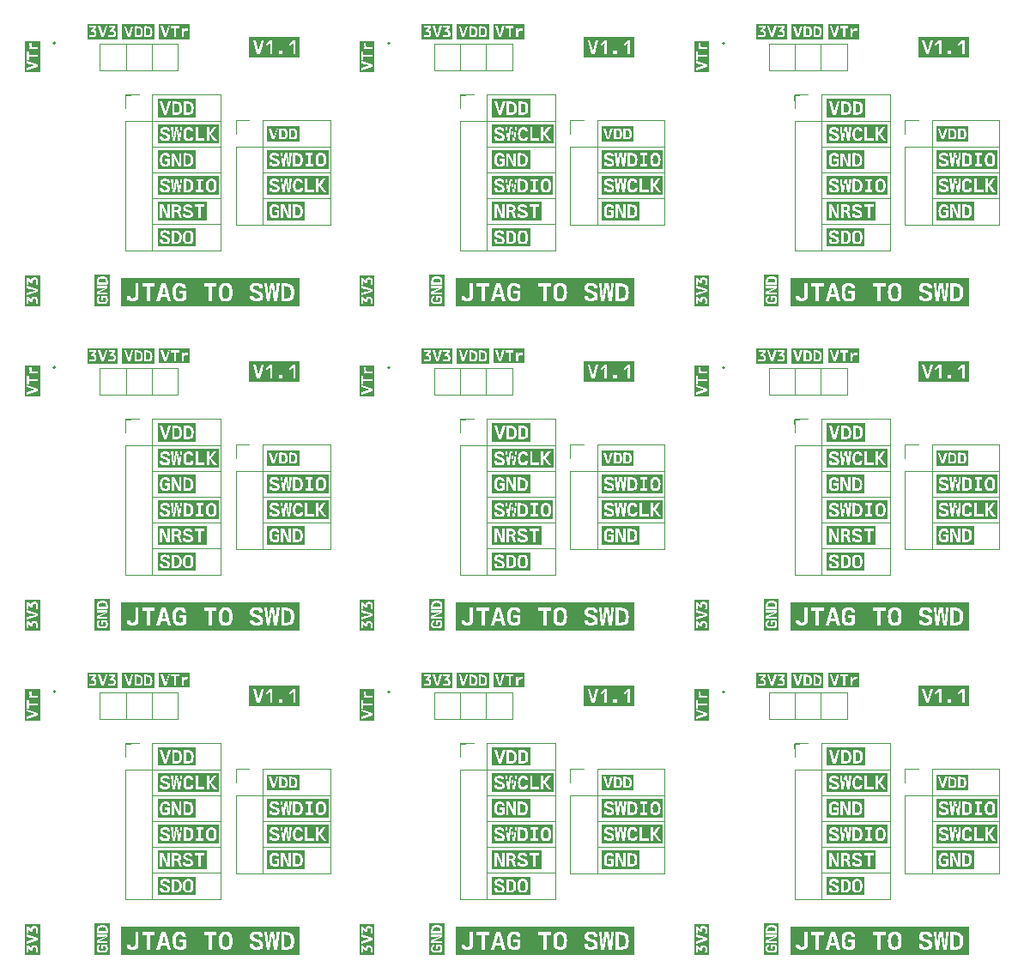
<source format=gto>
%MOIN*%
%OFA0B0*%
%FSLAX46Y46*%
%IPPOS*%
%LPD*%
%ADD10C,0.0047244094488188976*%
%ADD11C,0.0078740157480314977*%
%ADD22C,0.0047244094488188976*%
%ADD23C,0.0078740157480314977*%
%ADD24C,0.0047244094488188976*%
%ADD25C,0.0078740157480314977*%
%ADD26C,0.0047244094488188976*%
%ADD27C,0.0078740157480314977*%
%ADD28C,0.0047244094488188976*%
%ADD29C,0.0078740157480314977*%
%ADD30C,0.0047244094488188976*%
%ADD31C,0.0078740157480314977*%
%ADD32C,0.0047244094488188976*%
%ADD33C,0.0078740157480314977*%
%ADD34C,0.0047244094488188976*%
%ADD35C,0.0078740157480314977*%
%ADD36C,0.0047244094488188976*%
%ADD37C,0.0078740157480314977*%
G01*
D10*
X0000405118Y0000874015D02*
X0000405118Y0000893700D01*
X0000425196Y0000893700D02*
X0000405511Y0000893700D01*
X0000510433Y0000591929D02*
X0000775590Y0000591929D01*
X0000775590Y0000591929D02*
X0000775590Y0000492913D01*
X0000775590Y0000492913D02*
X0000510433Y0000492913D01*
X0000510433Y0000492913D02*
X0000510433Y0000591929D01*
X0000507874Y0001093700D02*
X0000407874Y0001093700D01*
X0000407874Y0001093700D02*
X0000407874Y0000988976D01*
X0000407874Y0000988976D02*
X0000507874Y0000988976D01*
X0000507874Y0000988976D02*
X0000507874Y0001093700D01*
X0000610236Y0001093700D02*
X0000507874Y0001093700D01*
X0000507874Y0001093700D02*
X0000507874Y0000988976D01*
X0000507874Y0000988976D02*
X0000610236Y0000988976D01*
X0000610236Y0000988976D02*
X0000610236Y0001093700D01*
X0000510433Y0000391732D02*
X0000775590Y0000391732D01*
X0000775590Y0000391732D02*
X0000775590Y0000289370D01*
X0000775590Y0000289370D02*
X0000510433Y0000289370D01*
X0000510433Y0000289370D02*
X0000510433Y0000391732D01*
D11*
X0000133944Y0001094488D02*
G75*
G03*
X0000133944Y0001094488I-0000003629D01*
G01*
D10*
X0000833858Y0000775196D02*
X0000833858Y0000794881D01*
X0000510433Y0000692913D02*
X0000775590Y0000692913D01*
X0000775590Y0000692913D02*
X0000775590Y0000591929D01*
X0000775590Y0000591929D02*
X0000510433Y0000591929D01*
X0000510433Y0000591929D02*
X0000510433Y0000692913D01*
X0000510433Y0000492716D02*
X0000775590Y0000492716D01*
X0000775590Y0000492716D02*
X0000775590Y0000391732D01*
X0000775590Y0000391732D02*
X0000510433Y0000391732D01*
X0000510433Y0000391732D02*
X0000510433Y0000492716D01*
X0000939173Y0000492519D02*
X0001201181Y0000492519D01*
X0001201181Y0000492519D02*
X0001201181Y0000390157D01*
X0001201181Y0000390157D02*
X0000939173Y0000390157D01*
X0000939173Y0000390157D02*
X0000939173Y0000492519D01*
X0000939173Y0000691929D02*
X0001201181Y0000691929D01*
X0001201181Y0000691929D02*
X0001201181Y0000593503D01*
X0001201181Y0000593503D02*
X0000939173Y0000593503D01*
X0000939173Y0000593503D02*
X0000939173Y0000691929D01*
X0000510433Y0000791338D02*
X0000775590Y0000791338D01*
X0000775590Y0000791338D02*
X0000775590Y0000692913D01*
X0000775590Y0000692913D02*
X0000510433Y0000692913D01*
X0000510433Y0000692913D02*
X0000510433Y0000791338D01*
X0000939173Y0000794881D02*
X0001201181Y0000794881D01*
X0001201181Y0000794881D02*
X0001201181Y0000691929D01*
X0001201181Y0000691929D02*
X0000939173Y0000691929D01*
X0000939173Y0000691929D02*
X0000939173Y0000794881D01*
X0000853937Y0000794881D02*
X0000834251Y0000794881D01*
X0000510433Y0000894291D02*
X0000775590Y0000894291D01*
X0000775590Y0000894291D02*
X0000775590Y0000791338D01*
X0000775590Y0000791338D02*
X0000510433Y0000791338D01*
X0000510433Y0000791338D02*
X0000510433Y0000894291D01*
X0000939173Y0000593503D02*
X0001201181Y0000593503D01*
X0001201181Y0000593503D02*
X0001201181Y0000492519D01*
X0001201181Y0000492519D02*
X0000939173Y0000492519D01*
X0000939173Y0000492519D02*
X0000939173Y0000593503D01*
G36*
X0000286091Y0000073476D02*
G01*
X0000286091Y0000097851D01*
X0000293904Y0000097851D01*
X0000294123Y0000093848D01*
X0000294779Y0000090504D01*
X0000295873Y0000087820D01*
X0000298513Y0000084797D01*
X0000302498Y0000082789D01*
X0000306043Y0000081956D01*
X0000310470Y0000081455D01*
X0000315779Y0000081289D01*
X0000321053Y0000081466D01*
X0000325459Y0000081997D01*
X0000328998Y0000082883D01*
X0000332982Y0000085015D01*
X0000335623Y0000088226D01*
X0000336716Y0000091081D01*
X0000337373Y0000094643D01*
X0000337591Y0000098914D01*
X0000337419Y0000102758D01*
X0000336904Y0000106039D01*
X0000335904Y0000109336D01*
X0000334279Y0000113226D01*
X0000313091Y0000113226D01*
X0000313091Y0000096851D01*
X0000319904Y0000096851D01*
X0000319904Y0000105664D01*
X0000329466Y0000105664D01*
X0000330435Y0000102570D01*
X0000330716Y0000098726D01*
X0000330388Y0000095406D01*
X0000329404Y0000092945D01*
X0000327630Y0000091203D01*
X0000324935Y0000090039D01*
X0000321115Y0000089383D01*
X0000315966Y0000089164D01*
X0000310701Y0000089359D01*
X0000306779Y0000089945D01*
X0000303998Y0000091000D01*
X0000302154Y0000092601D01*
X0000301123Y0000094867D01*
X0000300779Y0000097914D01*
X0000301279Y0000102320D01*
X0000302935Y0000104664D01*
X0000306279Y0000105601D01*
X0000306279Y0000113351D01*
X0000301966Y0000112797D01*
X0000298779Y0000111633D01*
X0000296529Y0000109719D01*
X0000295029Y0000106914D01*
X0000294185Y0000103023D01*
X0000293904Y0000097851D01*
X0000286091Y0000097851D01*
X0000286091Y0000150851D01*
X0000294529Y0000150851D01*
X0000294529Y0000143164D01*
X0000318966Y0000143164D01*
X0000327841Y0000144039D01*
X0000327841Y0000143851D01*
X0000294529Y0000128601D01*
X0000294529Y0000118851D01*
X0000337029Y0000118851D01*
X0000337029Y0000126539D01*
X0000312591Y0000126539D01*
X0000303716Y0000125664D01*
X0000303716Y0000125851D01*
X0000337029Y0000141101D01*
X0000337029Y0000150851D01*
X0000294529Y0000150851D01*
X0000286091Y0000150851D01*
X0000286091Y0000164226D01*
X0000294279Y0000164226D01*
X0000294341Y0000160789D01*
X0000294529Y0000156976D01*
X0000337029Y0000156976D01*
X0000337307Y0000161067D01*
X0000337473Y0000164754D01*
X0000337529Y0000168039D01*
X0000337314Y0000173046D01*
X0000336668Y0000177233D01*
X0000335591Y0000180601D01*
X0000333005Y0000184398D01*
X0000329122Y0000186914D01*
X0000325689Y0000187956D01*
X0000321428Y0000188581D01*
X0000316341Y0000188789D01*
X0000311477Y0000188608D01*
X0000307383Y0000188067D01*
X0000304060Y0000187164D01*
X0000300208Y0000184969D01*
X0000297466Y0000181633D01*
X0000296175Y0000178671D01*
X0000295216Y0000174994D01*
X0000294591Y0000170601D01*
X0000294357Y0000167601D01*
X0000294279Y0000164226D01*
X0000286091Y0000164226D01*
X0000286091Y0000196601D01*
X0000345404Y0000196601D01*
X0000345404Y0000073476D01*
X0000286091Y0000073476D01*
G37*
G36*
X0000320849Y0000180484D02*
G01*
X0000324560Y0000179758D01*
X0000327224Y0000178453D01*
X0000329029Y0000176476D01*
X0000330123Y0000173680D01*
X0000330654Y0000169914D01*
X0000330466Y0000164976D01*
X0000301154Y0000164976D01*
X0000301232Y0000167414D01*
X0000301466Y0000170351D01*
X0000302146Y0000173953D01*
X0000303310Y0000176633D01*
X0000305107Y0000178531D01*
X0000307685Y0000179789D01*
X0000311224Y0000180492D01*
X0000315904Y0000180726D01*
X0000320849Y0000180484D01*
G37*
G36*
X0000955946Y0000771957D02*
G01*
X0001080571Y0000771957D01*
X0001080571Y0000713082D01*
X0000955946Y0000713082D01*
X0000955946Y0000763894D01*
X0000963759Y0000763894D01*
X0000976384Y0000721394D01*
X0000986196Y0000721394D01*
X0001003446Y0000721394D01*
X0001007537Y0000721116D01*
X0001011224Y0000720950D01*
X0001014509Y0000720894D01*
X0001019516Y0000721109D01*
X0001021362Y0000721394D01*
X0001040946Y0000721394D01*
X0001045037Y0000721116D01*
X0001048724Y0000720950D01*
X0001052009Y0000720894D01*
X0001057016Y0000721109D01*
X0001061203Y0000721755D01*
X0001064571Y0000722832D01*
X0001068368Y0000725418D01*
X0001070884Y0000729300D01*
X0001071925Y0000732734D01*
X0001072550Y0000736995D01*
X0001072759Y0000742082D01*
X0001072578Y0000746946D01*
X0001072037Y0000751040D01*
X0001071134Y0000754363D01*
X0001068938Y0000758215D01*
X0001065603Y0000760957D01*
X0001062641Y0000762248D01*
X0001058964Y0000763207D01*
X0001054571Y0000763832D01*
X0001051571Y0000764066D01*
X0001048196Y0000764144D01*
X0001044759Y0000764082D01*
X0001040946Y0000763894D01*
X0001040946Y0000721394D01*
X0001021362Y0000721394D01*
X0001023703Y0000721755D01*
X0001027071Y0000722832D01*
X0001030868Y0000725418D01*
X0001033384Y0000729300D01*
X0001034425Y0000732734D01*
X0001035050Y0000736995D01*
X0001035259Y0000742082D01*
X0001035078Y0000746946D01*
X0001034537Y0000751040D01*
X0001033634Y0000754363D01*
X0001031438Y0000758215D01*
X0001028103Y0000760957D01*
X0001025141Y0000762248D01*
X0001021464Y0000763207D01*
X0001017071Y0000763832D01*
X0001014071Y0000764066D01*
X0001010696Y0000764144D01*
X0001007259Y0000764082D01*
X0001003446Y0000763894D01*
X0001003446Y0000721394D01*
X0000986196Y0000721394D01*
X0000998821Y0000763894D01*
X0000990696Y0000763894D01*
X0000981446Y0000730769D01*
X0000981134Y0000730769D01*
X0000971884Y0000763894D01*
X0000963759Y0000763894D01*
X0000955946Y0000763894D01*
X0000955946Y0000771957D01*
G37*
G36*
X0001051384Y0000757191D02*
G01*
X0001054321Y0000756957D01*
X0001057923Y0000756277D01*
X0001060603Y0000755113D01*
X0001062501Y0000753316D01*
X0001063759Y0000750738D01*
X0001064462Y0000747199D01*
X0001064696Y0000742519D01*
X0001064454Y0000737574D01*
X0001063728Y0000733863D01*
X0001062423Y0000731199D01*
X0001060446Y0000729394D01*
X0001057649Y0000728300D01*
X0001053884Y0000727769D01*
X0001048946Y0000727957D01*
X0001048946Y0000757269D01*
X0001051384Y0000757191D01*
G37*
G36*
X0001013884Y0000757191D02*
G01*
X0001016821Y0000756957D01*
X0001020423Y0000756277D01*
X0001023103Y0000755113D01*
X0001025001Y0000753316D01*
X0001026259Y0000750738D01*
X0001026962Y0000747199D01*
X0001027196Y0000742519D01*
X0001026954Y0000737574D01*
X0001026228Y0000733863D01*
X0001024923Y0000731199D01*
X0001022946Y0000729394D01*
X0001020149Y0000728300D01*
X0001016384Y0000727769D01*
X0001011446Y0000727957D01*
X0001011446Y0000757269D01*
X0001013884Y0000757191D01*
G37*
G36*
X0000257304Y0001168826D02*
G01*
X0000376554Y0001168826D01*
X0000376554Y0001110138D01*
X0000257304Y0001110138D01*
X0000257304Y0001120513D01*
X0000265116Y0001120513D01*
X0000268030Y0001119295D01*
X0000270772Y0001118513D01*
X0000273702Y0001118091D01*
X0000277179Y0001117951D01*
X0000282757Y0001118295D01*
X0000286991Y0001119326D01*
X0000290061Y0001121123D01*
X0000292147Y0001123763D01*
X0000293343Y0001127404D01*
X0000293741Y0001132201D01*
X0000293507Y0001136302D01*
X0000292804Y0001139482D01*
X0000291577Y0001141834D01*
X0000289772Y0001143451D01*
X0000287311Y0001144388D01*
X0000284116Y0001144701D01*
X0000281616Y0001144576D01*
X0000281616Y0001144888D01*
X0000292116Y0001153763D01*
X0000292116Y0001161013D01*
X0000300366Y0001161013D01*
X0000312991Y0001118513D01*
X0000322804Y0001118513D01*
X0000323398Y0001120513D01*
X0000340116Y0001120513D01*
X0000343030Y0001119295D01*
X0000345772Y0001118513D01*
X0000348702Y0001118091D01*
X0000352179Y0001117951D01*
X0000357757Y0001118295D01*
X0000361991Y0001119326D01*
X0000365061Y0001121123D01*
X0000367147Y0001123763D01*
X0000368343Y0001127404D01*
X0000368741Y0001132201D01*
X0000368507Y0001136302D01*
X0000367804Y0001139482D01*
X0000366577Y0001141834D01*
X0000364772Y0001143451D01*
X0000362311Y0001144388D01*
X0000359116Y0001144701D01*
X0000356616Y0001144576D01*
X0000356616Y0001144888D01*
X0000367116Y0001153763D01*
X0000367116Y0001161013D01*
X0000340991Y0001161013D01*
X0000340991Y0001154388D01*
X0000357616Y0001154388D01*
X0000347116Y0001145076D01*
X0000347116Y0001137701D01*
X0000350897Y0001138263D01*
X0000353991Y0001138451D01*
X0000357210Y0001138076D01*
X0000359366Y0001136951D01*
X0000360585Y0001135013D01*
X0000360991Y0001132201D01*
X0000360499Y0001128646D01*
X0000359022Y0001126357D01*
X0000356311Y0001125115D01*
X0000352116Y0001124701D01*
X0000349296Y0001124904D01*
X0000346585Y0001125513D01*
X0000343640Y0001126623D01*
X0000340116Y0001128326D01*
X0000340116Y0001120513D01*
X0000323398Y0001120513D01*
X0000335429Y0001161013D01*
X0000327304Y0001161013D01*
X0000318054Y0001127888D01*
X0000317741Y0001127888D01*
X0000308491Y0001161013D01*
X0000300366Y0001161013D01*
X0000292116Y0001161013D01*
X0000265991Y0001161013D01*
X0000265991Y0001154388D01*
X0000282616Y0001154388D01*
X0000272116Y0001145076D01*
X0000272116Y0001137701D01*
X0000275897Y0001138263D01*
X0000278991Y0001138451D01*
X0000282210Y0001138076D01*
X0000284366Y0001136951D01*
X0000285585Y0001135013D01*
X0000285991Y0001132201D01*
X0000285499Y0001128646D01*
X0000284022Y0001126357D01*
X0000281311Y0001125115D01*
X0000277116Y0001124701D01*
X0000274296Y0001124904D01*
X0000271585Y0001125513D01*
X0000268640Y0001126623D01*
X0000265116Y0001128326D01*
X0000265116Y0001120513D01*
X0000257304Y0001120513D01*
X0000257304Y0001168826D01*
G37*
G36*
X0000530553Y0000577516D02*
G01*
X0000767740Y0000577516D01*
X0000767740Y0000506341D01*
X0000530553Y0000506341D01*
X0000530553Y0000531766D01*
X0000540153Y0000531766D01*
X0000540415Y0000526179D01*
X0000541653Y0000522016D01*
X0000544006Y0000519072D01*
X0000547615Y0000517141D01*
X0000552743Y0000516072D01*
X0000559653Y0000515716D01*
X0000566356Y0000516035D01*
X0000571315Y0000516991D01*
X0000574812Y0000518716D01*
X0000577128Y0000521341D01*
X0000578421Y0000525054D01*
X0000578853Y0000530041D01*
X0000578496Y0000534138D01*
X0000577428Y0000537429D01*
X0000575524Y0000540101D01*
X0000572665Y0000542341D01*
X0000568624Y0000544347D01*
X0000563178Y0000546316D01*
X0000556887Y0000548482D01*
X0000552865Y0000550329D01*
X0000549978Y0000554191D01*
X0000550803Y0000557716D01*
X0000553540Y0000559441D01*
X0000559053Y0000559966D01*
X0000564415Y0000559404D01*
X0000567190Y0000557529D01*
X0000568278Y0000553741D01*
X0000577803Y0000553741D01*
X0000577428Y0000558785D01*
X0000576153Y0000562516D01*
X0000573874Y0000565141D01*
X0000570490Y0000566866D01*
X0000567880Y0000567391D01*
X0000582528Y0000567391D01*
X0000588603Y0000516391D01*
X0000598503Y0000516391D01*
X0000604353Y0000560791D01*
X0000604653Y0000560791D01*
X0000610428Y0000516391D01*
X0000620403Y0000516391D01*
X0000631053Y0000516391D01*
X0000635961Y0000516058D01*
X0000640386Y0000515858D01*
X0000644328Y0000515791D01*
X0000650336Y0000516049D01*
X0000652551Y0000516391D01*
X0000680403Y0000516391D01*
X0000708528Y0000516391D01*
X0000708528Y0000524716D01*
X0000699153Y0000524716D01*
X0000699153Y0000541741D01*
X0000719703Y0000541741D01*
X0000719898Y0000535416D01*
X0000720486Y0000530141D01*
X0000721465Y0000525916D01*
X0000723846Y0000521172D01*
X0000727465Y0000518041D01*
X0000730686Y0000516749D01*
X0000734698Y0000515974D01*
X0000739503Y0000515716D01*
X0000744307Y0000515974D01*
X0000748319Y0000516749D01*
X0000751540Y0000518041D01*
X0000755159Y0000521172D01*
X0000757540Y0000525916D01*
X0000758519Y0000530141D01*
X0000759107Y0000535416D01*
X0000759303Y0000541741D01*
X0000759107Y0000548158D01*
X0000758519Y0000553508D01*
X0000757540Y0000557791D01*
X0000755159Y0000562601D01*
X0000751540Y0000565779D01*
X0000748319Y0000567091D01*
X0000744307Y0000567879D01*
X0000739503Y0000568141D01*
X0000734698Y0000567879D01*
X0000730686Y0000567091D01*
X0000727465Y0000565779D01*
X0000723846Y0000562601D01*
X0000721465Y0000557791D01*
X0000720486Y0000553508D01*
X0000719898Y0000548158D01*
X0000719703Y0000541741D01*
X0000699153Y0000541741D01*
X0000699153Y0000559066D01*
X0000708003Y0000559066D01*
X0000708003Y0000567391D01*
X0000680928Y0000567391D01*
X0000680928Y0000559066D01*
X0000689778Y0000559066D01*
X0000689778Y0000524716D01*
X0000680403Y0000524716D01*
X0000680403Y0000516391D01*
X0000652551Y0000516391D01*
X0000655361Y0000516824D01*
X0000659403Y0000518116D01*
X0000663959Y0000521219D01*
X0000666978Y0000525879D01*
X0000668228Y0000529999D01*
X0000668978Y0000535112D01*
X0000669228Y0000541216D01*
X0000669011Y0000547054D01*
X0000668361Y0000551966D01*
X0000667278Y0000555954D01*
X0000664643Y0000560576D01*
X0000660640Y0000563866D01*
X0000657086Y0000565416D01*
X0000652673Y0000566566D01*
X0000647403Y0000567316D01*
X0000643803Y0000567597D01*
X0000639753Y0000567691D01*
X0000635628Y0000567616D01*
X0000631053Y0000567391D01*
X0000631053Y0000516391D01*
X0000620403Y0000516391D01*
X0000626478Y0000567391D01*
X0000618228Y0000567391D01*
X0000615228Y0000527266D01*
X0000615153Y0000527266D01*
X0000614553Y0000536566D01*
X0000609903Y0000567391D01*
X0000599103Y0000567391D01*
X0000594303Y0000536566D01*
X0000593778Y0000527266D01*
X0000593703Y0000527266D01*
X0000590778Y0000567391D01*
X0000582528Y0000567391D01*
X0000567880Y0000567391D01*
X0000565737Y0000567822D01*
X0000559353Y0000568141D01*
X0000552837Y0000567832D01*
X0000547990Y0000566904D01*
X0000544559Y0000565244D01*
X0000542290Y0000562741D01*
X0000541024Y0000559216D01*
X0000540603Y0000554491D01*
X0000540959Y0000550797D01*
X0000542028Y0000547816D01*
X0000543949Y0000545369D01*
X0000546865Y0000543279D01*
X0000550999Y0000541376D01*
X0000556578Y0000539491D01*
X0000561031Y0000538038D01*
X0000564340Y0000536679D01*
X0000568278Y0000533791D01*
X0000569478Y0000529966D01*
X0000568653Y0000526254D01*
X0000565840Y0000524416D01*
X0000560253Y0000523891D01*
X0000556606Y0000524060D01*
X0000553915Y0000524566D01*
X0000550728Y0000526929D01*
X0000549528Y0000531766D01*
X0000540153Y0000531766D01*
X0000530553Y0000531766D01*
X0000530553Y0000577516D01*
G37*
G36*
X0000643578Y0000559347D02*
G01*
X0000647103Y0000559066D01*
X0000651424Y0000558251D01*
X0000654640Y0000556854D01*
X0000656918Y0000554697D01*
X0000658428Y0000551604D01*
X0000659271Y0000547357D01*
X0000659553Y0000541741D01*
X0000659262Y0000535807D01*
X0000658390Y0000531354D01*
X0000656824Y0000528157D01*
X0000654453Y0000525991D01*
X0000651096Y0000524679D01*
X0000646578Y0000524041D01*
X0000640653Y0000524266D01*
X0000640653Y0000559441D01*
X0000643578Y0000559347D01*
G37*
G36*
X0000743084Y0000559488D02*
G01*
X0000745728Y0000558279D01*
X0000747593Y0000556104D01*
X0000748840Y0000552804D01*
X0000749543Y0000548107D01*
X0000749778Y0000541741D01*
X0000749543Y0000535563D01*
X0000748840Y0000530979D01*
X0000747593Y0000527735D01*
X0000745728Y0000525579D01*
X0000743084Y0000524369D01*
X0000739503Y0000523966D01*
X0000735912Y0000524369D01*
X0000733240Y0000525579D01*
X0000731346Y0000527735D01*
X0000730090Y0000530979D01*
X0000729387Y0000535563D01*
X0000729153Y0000541741D01*
X0000729387Y0000548060D01*
X0000730090Y0000552766D01*
X0000731346Y0000556094D01*
X0000733240Y0000558279D01*
X0000735912Y0000559488D01*
X0000739503Y0000559891D01*
X0000743084Y0000559488D01*
G37*
G36*
X0000390187Y0000183342D02*
G01*
X0001082253Y0000183342D01*
X0001082253Y0000071775D01*
X0000390187Y0000071775D01*
X0000390187Y0000113209D01*
X0000411320Y0000113209D01*
X0000411582Y0000106109D01*
X0000412970Y0000100809D01*
X0000415645Y0000097034D01*
X0000419770Y0000094509D01*
X0000425682Y0000093084D01*
X0000433720Y0000092609D01*
X0000441695Y0000093084D01*
X0000447620Y0000094509D01*
X0000451807Y0000097059D01*
X0000454570Y0000100909D01*
X0000456107Y0000106359D01*
X0000456620Y0000113709D01*
X0000456620Y0000150109D01*
X0000470520Y0000150109D01*
X0000488720Y0000150109D01*
X0000488720Y0000093509D01*
X0000501520Y0000093509D01*
X0000526720Y0000093509D01*
X0000539420Y0000093509D01*
X0000544320Y0000109809D01*
X0000565920Y0000109809D01*
X0000570820Y0000093509D01*
X0000583520Y0000093509D01*
X0000573370Y0000127509D01*
X0000589420Y0000127509D01*
X0000589703Y0000119070D01*
X0000590553Y0000112020D01*
X0000591970Y0000106359D01*
X0000595382Y0000099984D01*
X0000600520Y0000095759D01*
X0000605087Y0000094009D01*
X0000610787Y0000092959D01*
X0000617620Y0000092609D01*
X0000623770Y0000092884D01*
X0000629020Y0000093709D01*
X0000634295Y0000095309D01*
X0000640520Y0000097909D01*
X0000640520Y0000131809D01*
X0000614320Y0000131809D01*
X0000614320Y0000120909D01*
X0000628420Y0000120909D01*
X0000628420Y0000105609D01*
X0000623470Y0000104059D01*
X0000617320Y0000103609D01*
X0000612007Y0000104134D01*
X0000608070Y0000105709D01*
X0000605282Y0000108546D01*
X0000603420Y0000112859D01*
X0000602370Y0000118971D01*
X0000602020Y0000127209D01*
X0000602332Y0000135634D01*
X0000603270Y0000141909D01*
X0000604957Y0000146359D01*
X0000607520Y0000149309D01*
X0000611145Y0000150959D01*
X0000616020Y0000151509D01*
X0000623070Y0000150709D01*
X0000626820Y0000148059D01*
X0000628320Y0000142709D01*
X0000640720Y0000142709D01*
X0000639832Y0000149609D01*
X0000639650Y0000150109D01*
X0000710520Y0000150109D01*
X0000728720Y0000150109D01*
X0000728720Y0000093509D01*
X0000741520Y0000093509D01*
X0000741520Y0000127309D01*
X0000768720Y0000127309D01*
X0000768981Y0000118875D01*
X0000769764Y0000111842D01*
X0000771070Y0000106209D01*
X0000774245Y0000099884D01*
X0000779070Y0000095709D01*
X0000783364Y0000093986D01*
X0000788714Y0000092953D01*
X0000795120Y0000092609D01*
X0000801526Y0000092953D01*
X0000806876Y0000093986D01*
X0000811170Y0000095709D01*
X0000815995Y0000099884D01*
X0000819170Y0000106209D01*
X0000820476Y0000111842D01*
X0000820717Y0000114009D01*
X0000889320Y0000114009D01*
X0000889670Y0000106559D01*
X0000891320Y0000101009D01*
X0000894457Y0000097084D01*
X0000899270Y0000094509D01*
X0000906107Y0000093084D01*
X0000915320Y0000092609D01*
X0000924257Y0000093034D01*
X0000930870Y0000094309D01*
X0000935532Y0000096609D01*
X0000938620Y0000100109D01*
X0000940345Y0000105059D01*
X0000940920Y0000111709D01*
X0000940445Y0000117171D01*
X0000939020Y0000121559D01*
X0000936482Y0000125121D01*
X0000932670Y0000128109D01*
X0000927282Y0000130784D01*
X0000920020Y0000133409D01*
X0000911632Y0000136296D01*
X0000906270Y0000138759D01*
X0000902420Y0000143909D01*
X0000903520Y0000148609D01*
X0000907170Y0000150909D01*
X0000914520Y0000151609D01*
X0000921670Y0000150859D01*
X0000925370Y0000148359D01*
X0000926820Y0000143309D01*
X0000939520Y0000143309D01*
X0000939020Y0000150034D01*
X0000937320Y0000155009D01*
X0000934282Y0000158509D01*
X0000929770Y0000160809D01*
X0000926291Y0000161509D01*
X0000945820Y0000161509D01*
X0000953920Y0000093509D01*
X0000967120Y0000093509D01*
X0000974920Y0000152709D01*
X0000975320Y0000152709D01*
X0000983020Y0000093509D01*
X0000996320Y0000093509D01*
X0001010520Y0000093509D01*
X0001017064Y0000093064D01*
X0001022964Y0000092797D01*
X0001028220Y0000092709D01*
X0001036231Y0000093053D01*
X0001042931Y0000094086D01*
X0001048320Y0000095809D01*
X0001054395Y0000099946D01*
X0001058420Y0000106159D01*
X0001060087Y0000111653D01*
X0001061087Y0000118470D01*
X0001061420Y0000126609D01*
X0001061131Y0000134392D01*
X0001060264Y0000140942D01*
X0001058820Y0000146259D01*
X0001055307Y0000152421D01*
X0001049970Y0000156809D01*
X0001045231Y0000158875D01*
X0001039348Y0000160409D01*
X0001032320Y0000161409D01*
X0001027520Y0000161784D01*
X0001022120Y0000161909D01*
X0001016620Y0000161809D01*
X0001010520Y0000161509D01*
X0001010520Y0000093509D01*
X0000996320Y0000093509D01*
X0001004420Y0000161509D01*
X0000993420Y0000161509D01*
X0000989420Y0000108009D01*
X0000989320Y0000108009D01*
X0000988520Y0000120409D01*
X0000982320Y0000161509D01*
X0000967920Y0000161509D01*
X0000961520Y0000120409D01*
X0000960820Y0000108009D01*
X0000960720Y0000108009D01*
X0000956820Y0000161509D01*
X0000945820Y0000161509D01*
X0000926291Y0000161509D01*
X0000923432Y0000162084D01*
X0000914920Y0000162509D01*
X0000906232Y0000162096D01*
X0000899770Y0000160859D01*
X0000895195Y0000158646D01*
X0000892170Y0000155309D01*
X0000890482Y0000150609D01*
X0000889920Y0000144309D01*
X0000890395Y0000139384D01*
X0000891820Y0000135409D01*
X0000894382Y0000132146D01*
X0000898270Y0000129359D01*
X0000903782Y0000126821D01*
X0000911220Y0000124309D01*
X0000917157Y0000122371D01*
X0000921570Y0000120559D01*
X0000926820Y0000116709D01*
X0000928420Y0000111609D01*
X0000927320Y0000106659D01*
X0000923570Y0000104209D01*
X0000916120Y0000103509D01*
X0000911257Y0000103734D01*
X0000907670Y0000104409D01*
X0000903420Y0000107559D01*
X0000901820Y0000114009D01*
X0000889320Y0000114009D01*
X0000820717Y0000114009D01*
X0000821259Y0000118875D01*
X0000821520Y0000127309D01*
X0000821259Y0000135864D01*
X0000820476Y0000142997D01*
X0000819170Y0000148709D01*
X0000815995Y0000155121D01*
X0000811170Y0000159359D01*
X0000806876Y0000161109D01*
X0000801526Y0000162159D01*
X0000795120Y0000162509D01*
X0000788714Y0000162159D01*
X0000783364Y0000161109D01*
X0000779070Y0000159359D01*
X0000774245Y0000155121D01*
X0000771070Y0000148709D01*
X0000769764Y0000142997D01*
X0000768981Y0000135864D01*
X0000768720Y0000127309D01*
X0000741520Y0000127309D01*
X0000741520Y0000150109D01*
X0000759720Y0000150109D01*
X0000759720Y0000161509D01*
X0000710520Y0000161509D01*
X0000710520Y0000150109D01*
X0000639650Y0000150109D01*
X0000637970Y0000154709D01*
X0000634907Y0000158309D01*
X0000630420Y0000160709D01*
X0000624195Y0000162059D01*
X0000615920Y0000162509D01*
X0000609514Y0000162159D01*
X0000604164Y0000161109D01*
X0000599870Y0000159359D01*
X0000595032Y0000155134D01*
X0000591820Y0000148759D01*
X0000590487Y0000143086D01*
X0000589687Y0000136003D01*
X0000589420Y0000127509D01*
X0000573370Y0000127509D01*
X0000563220Y0000161509D01*
X0000547020Y0000161509D01*
X0000526720Y0000093509D01*
X0000501520Y0000093509D01*
X0000501520Y0000150109D01*
X0000519720Y0000150109D01*
X0000519720Y0000161509D01*
X0000470520Y0000161509D01*
X0000470520Y0000150109D01*
X0000456620Y0000150109D01*
X0000456620Y0000161509D01*
X0000443920Y0000161509D01*
X0000443920Y0000114109D01*
X0000442970Y0000107809D01*
X0000439770Y0000104659D01*
X0000433420Y0000103709D01*
X0000426020Y0000105759D01*
X0000424120Y0000113209D01*
X0000411320Y0000113209D01*
X0000390187Y0000113209D01*
X0000390187Y0000183342D01*
G37*
G36*
X0001027220Y0000150784D02*
G01*
X0001031920Y0000150409D01*
X0001037682Y0000149321D01*
X0001041970Y0000147459D01*
X0001045007Y0000144584D01*
X0001047020Y0000140459D01*
X0001048145Y0000134796D01*
X0001048520Y0000127309D01*
X0001048132Y0000119396D01*
X0001046970Y0000113459D01*
X0001044882Y0000109196D01*
X0001041720Y0000106309D01*
X0001037245Y0000104559D01*
X0001031220Y0000103709D01*
X0001023320Y0000104009D01*
X0001023320Y0000150909D01*
X0001027220Y0000150784D01*
G37*
G36*
X0000799895Y0000150971D02*
G01*
X0000803420Y0000149359D01*
X0000805907Y0000146459D01*
X0000807570Y0000142059D01*
X0000808507Y0000135796D01*
X0000808820Y0000127309D01*
X0000808507Y0000119071D01*
X0000807570Y0000112959D01*
X0000805907Y0000108634D01*
X0000803420Y0000105759D01*
X0000799895Y0000104146D01*
X0000795120Y0000103609D01*
X0000790332Y0000104146D01*
X0000786770Y0000105759D01*
X0000784245Y0000108634D01*
X0000782570Y0000112959D01*
X0000781632Y0000119071D01*
X0000781320Y0000127309D01*
X0000781632Y0000135734D01*
X0000782570Y0000142009D01*
X0000784245Y0000146446D01*
X0000786770Y0000149359D01*
X0000790332Y0000150971D01*
X0000795120Y0000151509D01*
X0000799895Y0000150971D01*
G37*
G36*
X0000562920Y0000120509D02*
G01*
X0000547320Y0000120509D01*
X0000555020Y0000149109D01*
X0000555220Y0000149109D01*
X0000562920Y0000120509D01*
G37*
G36*
X0000530553Y0000677516D02*
G01*
X0000678303Y0000677516D01*
X0000678303Y0000606341D01*
X0000530553Y0000606341D01*
X0000530553Y0000641891D01*
X0000539928Y0000641891D01*
X0000540140Y0000635562D01*
X0000540778Y0000630274D01*
X0000541840Y0000626029D01*
X0000544399Y0000621247D01*
X0000548253Y0000618079D01*
X0000551678Y0000616766D01*
X0000555953Y0000615979D01*
X0000561078Y0000615716D01*
X0000565690Y0000615922D01*
X0000568673Y0000616391D01*
X0000585003Y0000616391D01*
X0000594228Y0000616391D01*
X0000594228Y0000645716D01*
X0000593178Y0000656366D01*
X0000593403Y0000656366D01*
X0000611703Y0000616391D01*
X0000623403Y0000616391D01*
X0000630753Y0000616391D01*
X0000635661Y0000616058D01*
X0000640086Y0000615858D01*
X0000644028Y0000615791D01*
X0000650036Y0000616049D01*
X0000655061Y0000616824D01*
X0000659103Y0000618116D01*
X0000663659Y0000621219D01*
X0000666678Y0000625879D01*
X0000667928Y0000629999D01*
X0000668678Y0000635112D01*
X0000668928Y0000641216D01*
X0000668711Y0000647054D01*
X0000668061Y0000651966D01*
X0000666978Y0000655954D01*
X0000664343Y0000660576D01*
X0000660340Y0000663866D01*
X0000656786Y0000665416D01*
X0000652373Y0000666566D01*
X0000647103Y0000667316D01*
X0000643503Y0000667597D01*
X0000639453Y0000667691D01*
X0000635328Y0000667616D01*
X0000630753Y0000667391D01*
X0000630753Y0000616391D01*
X0000623403Y0000616391D01*
X0000623403Y0000667391D01*
X0000614178Y0000667391D01*
X0000614178Y0000638066D01*
X0000615228Y0000627416D01*
X0000615003Y0000627416D01*
X0000596703Y0000667391D01*
X0000585003Y0000667391D01*
X0000585003Y0000616391D01*
X0000568673Y0000616391D01*
X0000569628Y0000616541D01*
X0000573584Y0000617741D01*
X0000578253Y0000619691D01*
X0000578253Y0000645116D01*
X0000558603Y0000645116D01*
X0000558603Y0000636941D01*
X0000569178Y0000636941D01*
X0000569178Y0000625466D01*
X0000565465Y0000624304D01*
X0000560853Y0000623966D01*
X0000556868Y0000624360D01*
X0000553915Y0000625541D01*
X0000551824Y0000627669D01*
X0000550428Y0000630904D01*
X0000549640Y0000635488D01*
X0000549378Y0000641666D01*
X0000549612Y0000647985D01*
X0000550315Y0000652691D01*
X0000551581Y0000656029D01*
X0000553503Y0000658241D01*
X0000556221Y0000659479D01*
X0000559878Y0000659891D01*
X0000565165Y0000659291D01*
X0000567978Y0000657304D01*
X0000569103Y0000653291D01*
X0000578403Y0000653291D01*
X0000577737Y0000658466D01*
X0000576340Y0000662291D01*
X0000574043Y0000664991D01*
X0000570678Y0000666791D01*
X0000566009Y0000667804D01*
X0000559803Y0000668141D01*
X0000554998Y0000667879D01*
X0000550986Y0000667091D01*
X0000547765Y0000665779D01*
X0000544137Y0000662610D01*
X0000541728Y0000657829D01*
X0000540728Y0000653574D01*
X0000540128Y0000648262D01*
X0000539928Y0000641891D01*
X0000530553Y0000641891D01*
X0000530553Y0000677516D01*
G37*
G36*
X0000643278Y0000659347D02*
G01*
X0000646803Y0000659066D01*
X0000651124Y0000658251D01*
X0000654340Y0000656854D01*
X0000656618Y0000654697D01*
X0000658128Y0000651604D01*
X0000658971Y0000647357D01*
X0000659253Y0000641741D01*
X0000658962Y0000635807D01*
X0000658090Y0000631354D01*
X0000656524Y0000628157D01*
X0000654153Y0000625991D01*
X0000650796Y0000624679D01*
X0000646278Y0000624041D01*
X0000640353Y0000624266D01*
X0000640353Y0000659441D01*
X0000643278Y0000659347D01*
G37*
G36*
X0000451727Y0001154060D02*
G01*
X0000454664Y0001153826D01*
X0000458266Y0001153146D01*
X0000460946Y0001151982D01*
X0000462844Y0001150185D01*
X0000464102Y0001147607D01*
X0000464805Y0001144068D01*
X0000465039Y0001139388D01*
X0000464797Y0001134443D01*
X0000464071Y0001130732D01*
X0000462766Y0001128068D01*
X0000460789Y0001126263D01*
X0000457992Y0001125170D01*
X0000454227Y0001124638D01*
X0000449289Y0001124826D01*
X0000449289Y0001154138D01*
X0000451727Y0001154060D01*
G37*
G36*
X0000489227Y0001154060D02*
G01*
X0000492164Y0001153826D01*
X0000495766Y0001153146D01*
X0000498446Y0001151982D01*
X0000500344Y0001150185D01*
X0000501602Y0001147607D01*
X0000502305Y0001144068D01*
X0000502539Y0001139388D01*
X0000502297Y0001134443D01*
X0000501571Y0001130732D01*
X0000500266Y0001128068D01*
X0000498289Y0001126263D01*
X0000495492Y0001125170D01*
X0000491727Y0001124638D01*
X0000486789Y0001124826D01*
X0000486789Y0001154138D01*
X0000489227Y0001154060D01*
G37*
G36*
X0000393789Y0001168826D02*
G01*
X0000518414Y0001168826D01*
X0000518414Y0001109951D01*
X0000393789Y0001109951D01*
X0000393789Y0001160763D01*
X0000401602Y0001160763D01*
X0000414227Y0001118263D01*
X0000424039Y0001118263D01*
X0000441289Y0001118263D01*
X0000445380Y0001117985D01*
X0000449067Y0001117819D01*
X0000452352Y0001117763D01*
X0000457359Y0001117979D01*
X0000459205Y0001118263D01*
X0000478789Y0001118263D01*
X0000482880Y0001117985D01*
X0000486567Y0001117819D01*
X0000489852Y0001117763D01*
X0000494859Y0001117979D01*
X0000499046Y0001118624D01*
X0000502414Y0001119701D01*
X0000506211Y0001122287D01*
X0000508727Y0001126170D01*
X0000509769Y0001129604D01*
X0000510394Y0001133864D01*
X0000510602Y0001138951D01*
X0000510421Y0001143815D01*
X0000509880Y0001147909D01*
X0000508977Y0001151232D01*
X0000506782Y0001155084D01*
X0000503446Y0001157826D01*
X0000500484Y0001159117D01*
X0000496807Y0001160076D01*
X0000492414Y0001160701D01*
X0000489414Y0001160935D01*
X0000486039Y0001161013D01*
X0000482602Y0001160951D01*
X0000478789Y0001160763D01*
X0000478789Y0001118263D01*
X0000459205Y0001118263D01*
X0000461546Y0001118624D01*
X0000464914Y0001119701D01*
X0000468711Y0001122287D01*
X0000471227Y0001126170D01*
X0000472269Y0001129604D01*
X0000472894Y0001133864D01*
X0000473102Y0001138951D01*
X0000472921Y0001143815D01*
X0000472380Y0001147909D01*
X0000471477Y0001151232D01*
X0000469282Y0001155084D01*
X0000465946Y0001157826D01*
X0000462984Y0001159117D01*
X0000459307Y0001160076D01*
X0000454914Y0001160701D01*
X0000451914Y0001160935D01*
X0000448539Y0001161013D01*
X0000445102Y0001160951D01*
X0000441289Y0001160763D01*
X0000441289Y0001118263D01*
X0000424039Y0001118263D01*
X0000436664Y0001160763D01*
X0000428539Y0001160763D01*
X0000419289Y0001127638D01*
X0000418977Y0001127638D01*
X0000409727Y0001160763D01*
X0000401602Y0001160763D01*
X0000393789Y0001160763D01*
X0000393789Y0001168826D01*
G37*
G36*
X0000530553Y0000777713D02*
G01*
X0000768128Y0000777713D01*
X0000768128Y0000706538D01*
X0000530553Y0000706538D01*
X0000530553Y0000731963D01*
X0000540153Y0000731963D01*
X0000540415Y0000726375D01*
X0000541653Y0000722213D01*
X0000544006Y0000719269D01*
X0000547615Y0000717338D01*
X0000552743Y0000716269D01*
X0000559653Y0000715913D01*
X0000566356Y0000716232D01*
X0000571315Y0000717188D01*
X0000574812Y0000718913D01*
X0000577128Y0000721538D01*
X0000578421Y0000725250D01*
X0000578853Y0000730238D01*
X0000578496Y0000734335D01*
X0000577428Y0000737625D01*
X0000575524Y0000740297D01*
X0000572665Y0000742538D01*
X0000568624Y0000744544D01*
X0000563178Y0000746513D01*
X0000556887Y0000748679D01*
X0000552865Y0000750525D01*
X0000549978Y0000754388D01*
X0000550803Y0000757913D01*
X0000553540Y0000759638D01*
X0000559053Y0000760163D01*
X0000564415Y0000759600D01*
X0000567190Y0000757725D01*
X0000568278Y0000753938D01*
X0000577803Y0000753938D01*
X0000577428Y0000758982D01*
X0000576153Y0000762713D01*
X0000573874Y0000765338D01*
X0000570490Y0000767063D01*
X0000567880Y0000767588D01*
X0000582528Y0000767588D01*
X0000588603Y0000716588D01*
X0000598503Y0000716588D01*
X0000604353Y0000760988D01*
X0000604653Y0000760988D01*
X0000610428Y0000716588D01*
X0000620403Y0000716588D01*
X0000623431Y0000742013D01*
X0000631278Y0000742013D01*
X0000631478Y0000735688D01*
X0000632078Y0000730413D01*
X0000633078Y0000726188D01*
X0000635496Y0000721435D01*
X0000639153Y0000718275D01*
X0000642411Y0000716963D01*
X0000646486Y0000716175D01*
X0000651378Y0000715913D01*
X0000657368Y0000716241D01*
X0000658944Y0000716588D01*
X0000721128Y0000716588D01*
X0000730653Y0000716588D01*
X0000730653Y0000740888D01*
X0000749328Y0000716588D01*
X0000761253Y0000716588D01*
X0000740103Y0000742463D01*
X0000740103Y0000742688D01*
X0000758403Y0000767588D01*
X0000747378Y0000767588D01*
X0000730653Y0000744188D01*
X0000730653Y0000767588D01*
X0000721128Y0000767588D01*
X0000721128Y0000716588D01*
X0000658944Y0000716588D01*
X0000659285Y0000716663D01*
X0000678153Y0000716663D01*
X0000713553Y0000716663D01*
X0000713553Y0000725063D01*
X0000687753Y0000725063D01*
X0000687753Y0000767588D01*
X0000678153Y0000767588D01*
X0000678153Y0000716663D01*
X0000659285Y0000716663D01*
X0000661840Y0000717225D01*
X0000665056Y0000719007D01*
X0000667278Y0000721725D01*
X0000668665Y0000725579D01*
X0000669378Y0000730763D01*
X0000660003Y0000730763D01*
X0000657603Y0000725475D01*
X0000655146Y0000724435D01*
X0000651378Y0000724088D01*
X0000647721Y0000724491D01*
X0000645003Y0000725700D01*
X0000643081Y0000727866D01*
X0000641815Y0000731138D01*
X0000641112Y0000735769D01*
X0000640878Y0000742013D01*
X0000641112Y0000748332D01*
X0000641815Y0000753038D01*
X0000643081Y0000756366D01*
X0000645003Y0000758550D01*
X0000647721Y0000759760D01*
X0000651378Y0000760163D01*
X0000654790Y0000759788D01*
X0000657078Y0000758663D01*
X0000658559Y0000756507D01*
X0000659553Y0000753038D01*
X0000668928Y0000753038D01*
X0000668346Y0000758354D01*
X0000667053Y0000762300D01*
X0000664896Y0000765094D01*
X0000661728Y0000766950D01*
X0000657303Y0000767991D01*
X0000651378Y0000768338D01*
X0000646486Y0000768075D01*
X0000642411Y0000767288D01*
X0000639153Y0000765975D01*
X0000635496Y0000762797D01*
X0000633078Y0000757988D01*
X0000632078Y0000753713D01*
X0000631478Y0000748388D01*
X0000631278Y0000742013D01*
X0000623431Y0000742013D01*
X0000626478Y0000767588D01*
X0000618228Y0000767588D01*
X0000615228Y0000727463D01*
X0000615153Y0000727463D01*
X0000614553Y0000736763D01*
X0000609903Y0000767588D01*
X0000599103Y0000767588D01*
X0000594303Y0000736763D01*
X0000593778Y0000727463D01*
X0000593703Y0000727463D01*
X0000590778Y0000767588D01*
X0000582528Y0000767588D01*
X0000567880Y0000767588D01*
X0000565737Y0000768019D01*
X0000559353Y0000768338D01*
X0000552837Y0000768029D01*
X0000547990Y0000767100D01*
X0000544559Y0000765441D01*
X0000542290Y0000762938D01*
X0000541024Y0000759413D01*
X0000540603Y0000754688D01*
X0000540959Y0000750994D01*
X0000542028Y0000748013D01*
X0000543949Y0000745566D01*
X0000546865Y0000743475D01*
X0000550999Y0000741572D01*
X0000556578Y0000739688D01*
X0000561031Y0000738235D01*
X0000564340Y0000736875D01*
X0000568278Y0000733988D01*
X0000569478Y0000730163D01*
X0000568653Y0000726450D01*
X0000565840Y0000724613D01*
X0000560253Y0000724088D01*
X0000556606Y0000724257D01*
X0000553915Y0000724763D01*
X0000550728Y0000727125D01*
X0000549528Y0000731963D01*
X0000540153Y0000731963D01*
X0000530553Y0000731963D01*
X0000530553Y0000777713D01*
G37*
G36*
X0000015931Y0000982682D02*
G01*
X0000015931Y0001025557D01*
X0000023744Y0001025557D01*
X0000023744Y0001017432D01*
X0000056869Y0001008182D01*
X0000056869Y0001007869D01*
X0000023744Y0000998619D01*
X0000023744Y0000990494D01*
X0000066244Y0001003119D01*
X0000066244Y0001012932D01*
X0000023744Y0001025557D01*
X0000015931Y0001025557D01*
X0000015931Y0001030182D01*
X0000023744Y0001030182D01*
X0000030869Y0001030182D01*
X0000030869Y0001041557D01*
X0000066244Y0001041557D01*
X0000066244Y0001049557D01*
X0000030869Y0001049557D01*
X0000030869Y0001060932D01*
X0000023744Y0001060932D01*
X0000023744Y0001030182D01*
X0000015931Y0001030182D01*
X0000015931Y0001088119D01*
X0000033306Y0001088119D01*
X0000033619Y0001083994D01*
X0000035181Y0001081869D01*
X0000037088Y0001080541D01*
X0000040306Y0001078557D01*
X0000040306Y0001077869D01*
X0000033619Y0001078182D01*
X0000033619Y0001071307D01*
X0000066244Y0001071307D01*
X0000066244Y0001078807D01*
X0000050181Y0001078807D01*
X0000046275Y0001079744D01*
X0000042806Y0001082119D01*
X0000041181Y0001084807D01*
X0000040947Y0001087994D01*
X0000040869Y0001092307D01*
X0000040931Y0001096119D01*
X0000033431Y0001096119D01*
X0000033338Y0001092244D01*
X0000033306Y0001088119D01*
X0000015931Y0001088119D01*
X0000015931Y0001103932D01*
X0000074056Y0001103932D01*
X0000074056Y0000982682D01*
X0000015931Y0000982682D01*
G37*
X0000834448Y0000742519D02*
X0000834448Y0000794881D01*
X0000834448Y0000692519D02*
X0000939173Y0000692519D01*
X0000834448Y0000390157D02*
X0000939173Y0000390157D01*
X0000939173Y0000692519D02*
X0000939173Y0000390157D01*
X0000834448Y0000692519D02*
X0000834448Y0000390157D01*
X0000834448Y0000794881D02*
X0000886811Y0000794881D01*
G36*
X0000530553Y0000877844D02*
G01*
X0000680103Y0000877844D01*
X0000680103Y0000807194D01*
X0000530553Y0000807194D01*
X0000530553Y0000868169D01*
X0000539928Y0000868169D01*
X0000555078Y0000817169D01*
X0000566853Y0000817169D01*
X0000587553Y0000817169D01*
X0000592461Y0000816836D01*
X0000596886Y0000816636D01*
X0000600828Y0000816569D01*
X0000606836Y0000816828D01*
X0000609051Y0000817169D01*
X0000632553Y0000817169D01*
X0000637461Y0000816836D01*
X0000641886Y0000816636D01*
X0000645828Y0000816569D01*
X0000651836Y0000816828D01*
X0000656861Y0000817603D01*
X0000660903Y0000818894D01*
X0000665459Y0000821997D01*
X0000668478Y0000826657D01*
X0000669728Y0000830778D01*
X0000670478Y0000835890D01*
X0000670728Y0000841994D01*
X0000670511Y0000847832D01*
X0000669861Y0000852744D01*
X0000668778Y0000856732D01*
X0000666143Y0000861354D01*
X0000662140Y0000864644D01*
X0000658586Y0000866194D01*
X0000654173Y0000867344D01*
X0000648903Y0000868094D01*
X0000645303Y0000868375D01*
X0000641253Y0000868469D01*
X0000637128Y0000868394D01*
X0000632553Y0000868169D01*
X0000632553Y0000817169D01*
X0000609051Y0000817169D01*
X0000611861Y0000817603D01*
X0000615903Y0000818894D01*
X0000620459Y0000821997D01*
X0000623478Y0000826657D01*
X0000624728Y0000830778D01*
X0000625478Y0000835890D01*
X0000625728Y0000841994D01*
X0000625511Y0000847832D01*
X0000624861Y0000852744D01*
X0000623778Y0000856732D01*
X0000621143Y0000861354D01*
X0000617140Y0000864644D01*
X0000613586Y0000866194D01*
X0000609173Y0000867344D01*
X0000603903Y0000868094D01*
X0000600303Y0000868375D01*
X0000596253Y0000868469D01*
X0000592128Y0000868394D01*
X0000587553Y0000868169D01*
X0000587553Y0000817169D01*
X0000566853Y0000817169D01*
X0000582003Y0000868169D01*
X0000572253Y0000868169D01*
X0000561153Y0000828419D01*
X0000560778Y0000828419D01*
X0000549678Y0000868169D01*
X0000539928Y0000868169D01*
X0000530553Y0000868169D01*
X0000530553Y0000877844D01*
G37*
G36*
X0000600078Y0000860125D02*
G01*
X0000603603Y0000859844D01*
X0000607924Y0000859029D01*
X0000611140Y0000857632D01*
X0000613418Y0000855475D01*
X0000614928Y0000852382D01*
X0000615771Y0000848135D01*
X0000616053Y0000842519D01*
X0000615762Y0000836585D01*
X0000614890Y0000832132D01*
X0000613324Y0000828935D01*
X0000610953Y0000826769D01*
X0000607596Y0000825457D01*
X0000603078Y0000824819D01*
X0000597153Y0000825044D01*
X0000597153Y0000860219D01*
X0000600078Y0000860125D01*
G37*
G36*
X0000645078Y0000860125D02*
G01*
X0000648603Y0000859844D01*
X0000652924Y0000859029D01*
X0000656140Y0000857632D01*
X0000658418Y0000855475D01*
X0000659928Y0000852382D01*
X0000660771Y0000848135D01*
X0000661053Y0000842519D01*
X0000660762Y0000836585D01*
X0000659890Y0000832132D01*
X0000658324Y0000828935D01*
X0000655953Y0000826769D01*
X0000652596Y0000825457D01*
X0000648078Y0000824819D01*
X0000642153Y0000825044D01*
X0000642153Y0000860219D01*
X0000645078Y0000860125D01*
G37*
G36*
X0001068671Y0000459938D02*
G01*
X0001072196Y0000459657D01*
X0001076518Y0000458841D01*
X0001079734Y0000457444D01*
X0001082012Y0000455288D01*
X0001083521Y0000452194D01*
X0001084365Y0000447947D01*
X0001084646Y0000442332D01*
X0001084356Y0000436397D01*
X0001083484Y0000431944D01*
X0001081918Y0000428747D01*
X0001079546Y0000426582D01*
X0001076190Y0000425269D01*
X0001071671Y0000424632D01*
X0001065746Y0000424857D01*
X0001065746Y0000460032D01*
X0001068671Y0000459938D01*
G37*
G36*
X0000955946Y0000478107D02*
G01*
X0001103696Y0000478107D01*
X0001103696Y0000406932D01*
X0000955946Y0000406932D01*
X0000955946Y0000442482D01*
X0000965321Y0000442482D01*
X0000965534Y0000436153D01*
X0000966171Y0000430865D01*
X0000967234Y0000426619D01*
X0000969793Y0000421838D01*
X0000973646Y0000418669D01*
X0000977071Y0000417357D01*
X0000981346Y0000416569D01*
X0000986471Y0000416307D01*
X0000991084Y0000416513D01*
X0000994067Y0000416982D01*
X0001010396Y0000416982D01*
X0001019621Y0000416982D01*
X0001019621Y0000446307D01*
X0001018571Y0000456957D01*
X0001018796Y0000456957D01*
X0001037096Y0000416982D01*
X0001048796Y0000416982D01*
X0001056146Y0000416982D01*
X0001061055Y0000416648D01*
X0001065480Y0000416448D01*
X0001069421Y0000416382D01*
X0001075430Y0000416640D01*
X0001080455Y0000417415D01*
X0001084496Y0000418707D01*
X0001089053Y0000421810D01*
X0001092071Y0000426469D01*
X0001093321Y0000430590D01*
X0001094071Y0000435703D01*
X0001094321Y0000441807D01*
X0001094105Y0000447644D01*
X0001093455Y0000452557D01*
X0001092371Y0000456544D01*
X0001089737Y0000461166D01*
X0001085734Y0000464457D01*
X0001082180Y0000466007D01*
X0001077767Y0000467157D01*
X0001072496Y0000467907D01*
X0001068896Y0000468188D01*
X0001064846Y0000468282D01*
X0001060721Y0000468207D01*
X0001056146Y0000467982D01*
X0001056146Y0000416982D01*
X0001048796Y0000416982D01*
X0001048796Y0000467982D01*
X0001039571Y0000467982D01*
X0001039571Y0000438657D01*
X0001040621Y0000428007D01*
X0001040396Y0000428007D01*
X0001022096Y0000467982D01*
X0001010396Y0000467982D01*
X0001010396Y0000416982D01*
X0000994067Y0000416982D01*
X0000995021Y0000417132D01*
X0000998978Y0000418332D01*
X0001003646Y0000420282D01*
X0001003646Y0000445707D01*
X0000983996Y0000445707D01*
X0000983996Y0000437532D01*
X0000994571Y0000437532D01*
X0000994571Y0000426057D01*
X0000990859Y0000424894D01*
X0000986246Y0000424557D01*
X0000982262Y0000424950D01*
X0000979309Y0000426132D01*
X0000977218Y0000428260D01*
X0000975821Y0000431494D01*
X0000975034Y0000436079D01*
X0000974771Y0000442257D01*
X0000975006Y0000448575D01*
X0000975709Y0000453282D01*
X0000976974Y0000456619D01*
X0000978896Y0000458832D01*
X0000981615Y0000460069D01*
X0000985271Y0000460482D01*
X0000990559Y0000459882D01*
X0000993371Y0000457894D01*
X0000994496Y0000453882D01*
X0001003796Y0000453882D01*
X0001003131Y0000459057D01*
X0001001734Y0000462882D01*
X0000999437Y0000465582D01*
X0000996071Y0000467382D01*
X0000991403Y0000468394D01*
X0000985196Y0000468732D01*
X0000980392Y0000468469D01*
X0000976380Y0000467682D01*
X0000973159Y0000466369D01*
X0000969531Y0000463200D01*
X0000967121Y0000458419D01*
X0000966121Y0000454165D01*
X0000965521Y0000448853D01*
X0000965321Y0000442482D01*
X0000955946Y0000442482D01*
X0000955946Y0000478107D01*
G37*
X0000610236Y0001093700D02*
X0000610236Y0001041338D01*
X0000557874Y0001093700D02*
X0000610236Y0001093700D01*
X0000507874Y0000988976D02*
X0000305511Y0000988976D01*
X0000507874Y0001093700D02*
X0000305511Y0001093700D01*
X0000305511Y0001093700D02*
X0000305511Y0000988976D01*
X0000507874Y0001093700D02*
X0000507874Y0000988976D01*
G36*
X0000653084Y0000358897D02*
G01*
X0000655728Y0000357688D01*
X0000657593Y0000355513D01*
X0000658840Y0000352213D01*
X0000659543Y0000347516D01*
X0000659778Y0000341151D01*
X0000659543Y0000334972D01*
X0000658840Y0000330388D01*
X0000657593Y0000327144D01*
X0000655728Y0000324988D01*
X0000653084Y0000323779D01*
X0000649503Y0000323376D01*
X0000645912Y0000323779D01*
X0000643240Y0000324988D01*
X0000641346Y0000327144D01*
X0000640090Y0000330388D01*
X0000639387Y0000334972D01*
X0000639153Y0000341151D01*
X0000639387Y0000347469D01*
X0000640090Y0000352176D01*
X0000641346Y0000355504D01*
X0000643240Y0000357688D01*
X0000645912Y0000358897D01*
X0000649503Y0000359301D01*
X0000653084Y0000358897D01*
G37*
G36*
X0000530553Y0000376926D02*
G01*
X0000678678Y0000376926D01*
X0000678678Y0000305751D01*
X0000530553Y0000305751D01*
X0000530553Y0000331176D01*
X0000540153Y0000331176D01*
X0000540415Y0000325588D01*
X0000541653Y0000321426D01*
X0000544006Y0000318482D01*
X0000547615Y0000316551D01*
X0000552743Y0000315482D01*
X0000559653Y0000315126D01*
X0000566356Y0000315444D01*
X0000568203Y0000315801D01*
X0000586053Y0000315801D01*
X0000590961Y0000315467D01*
X0000595386Y0000315267D01*
X0000599328Y0000315201D01*
X0000605336Y0000315459D01*
X0000610361Y0000316234D01*
X0000614403Y0000317526D01*
X0000618959Y0000320629D01*
X0000621978Y0000325288D01*
X0000623228Y0000329409D01*
X0000623978Y0000334521D01*
X0000624228Y0000340626D01*
X0000624208Y0000341151D01*
X0000629703Y0000341151D01*
X0000629898Y0000334826D01*
X0000630486Y0000329551D01*
X0000631465Y0000325326D01*
X0000633846Y0000320582D01*
X0000637465Y0000317451D01*
X0000640686Y0000316159D01*
X0000644698Y0000315384D01*
X0000649503Y0000315126D01*
X0000654307Y0000315384D01*
X0000658319Y0000316159D01*
X0000661540Y0000317451D01*
X0000665159Y0000320582D01*
X0000667540Y0000325326D01*
X0000668519Y0000329551D01*
X0000669107Y0000334826D01*
X0000669303Y0000341151D01*
X0000669107Y0000347567D01*
X0000668519Y0000352917D01*
X0000667540Y0000357201D01*
X0000665159Y0000362010D01*
X0000661540Y0000365188D01*
X0000658319Y0000366501D01*
X0000654307Y0000367288D01*
X0000649503Y0000367551D01*
X0000644698Y0000367288D01*
X0000640686Y0000366501D01*
X0000637465Y0000365188D01*
X0000633846Y0000362010D01*
X0000631465Y0000357201D01*
X0000630486Y0000352917D01*
X0000629898Y0000347567D01*
X0000629703Y0000341151D01*
X0000624208Y0000341151D01*
X0000624011Y0000346463D01*
X0000623361Y0000351376D01*
X0000622278Y0000355363D01*
X0000619643Y0000359985D01*
X0000615640Y0000363276D01*
X0000612086Y0000364826D01*
X0000607673Y0000365976D01*
X0000602403Y0000366726D01*
X0000598803Y0000367007D01*
X0000594753Y0000367101D01*
X0000590628Y0000367026D01*
X0000586053Y0000366801D01*
X0000586053Y0000315801D01*
X0000568203Y0000315801D01*
X0000571315Y0000316401D01*
X0000574812Y0000318126D01*
X0000577128Y0000320751D01*
X0000578421Y0000324463D01*
X0000578853Y0000329451D01*
X0000578496Y0000333547D01*
X0000577428Y0000336838D01*
X0000575524Y0000339510D01*
X0000572665Y0000341751D01*
X0000568624Y0000343757D01*
X0000563178Y0000345726D01*
X0000556887Y0000347891D01*
X0000552865Y0000349738D01*
X0000549978Y0000353601D01*
X0000550803Y0000357126D01*
X0000553540Y0000358851D01*
X0000559053Y0000359376D01*
X0000564415Y0000358813D01*
X0000567190Y0000356938D01*
X0000568278Y0000353151D01*
X0000577803Y0000353151D01*
X0000577428Y0000358194D01*
X0000576153Y0000361926D01*
X0000573874Y0000364551D01*
X0000570490Y0000366276D01*
X0000565737Y0000367232D01*
X0000559353Y0000367551D01*
X0000552837Y0000367241D01*
X0000547990Y0000366313D01*
X0000544559Y0000364654D01*
X0000542290Y0000362151D01*
X0000541024Y0000358626D01*
X0000540603Y0000353901D01*
X0000540959Y0000350207D01*
X0000542028Y0000347226D01*
X0000543949Y0000344779D01*
X0000546865Y0000342688D01*
X0000550999Y0000340785D01*
X0000556578Y0000338901D01*
X0000561031Y0000337447D01*
X0000564340Y0000336088D01*
X0000568278Y0000333201D01*
X0000569478Y0000329376D01*
X0000568653Y0000325663D01*
X0000565840Y0000323826D01*
X0000560253Y0000323301D01*
X0000556606Y0000323469D01*
X0000553915Y0000323976D01*
X0000550728Y0000326338D01*
X0000549528Y0000331176D01*
X0000540153Y0000331176D01*
X0000530553Y0000331176D01*
X0000530553Y0000376926D01*
G37*
G36*
X0000598578Y0000358757D02*
G01*
X0000602103Y0000358476D01*
X0000606424Y0000357660D01*
X0000609640Y0000356263D01*
X0000611918Y0000354107D01*
X0000613428Y0000351013D01*
X0000614271Y0000346766D01*
X0000614553Y0000341151D01*
X0000614262Y0000335216D01*
X0000613390Y0000330763D01*
X0000611824Y0000327566D01*
X0000609453Y0000325401D01*
X0000606096Y0000324088D01*
X0000601578Y0000323451D01*
X0000595653Y0000323676D01*
X0000595653Y0000358851D01*
X0000598578Y0000358757D01*
G37*
G36*
X0001068971Y0000659938D02*
G01*
X0001072496Y0000659657D01*
X0001076818Y0000658841D01*
X0001080034Y0000657444D01*
X0001082312Y0000655288D01*
X0001083821Y0000652194D01*
X0001084665Y0000647947D01*
X0001084946Y0000642332D01*
X0001084656Y0000636397D01*
X0001083784Y0000631944D01*
X0001082218Y0000628747D01*
X0001079846Y0000626582D01*
X0001076490Y0000625269D01*
X0001071971Y0000624632D01*
X0001066046Y0000624857D01*
X0001066046Y0000660032D01*
X0001068971Y0000659938D01*
G37*
G36*
X0001168477Y0000660079D02*
G01*
X0001171121Y0000658869D01*
X0001172987Y0000656694D01*
X0001174234Y0000653394D01*
X0001174937Y0000648697D01*
X0001175171Y0000642332D01*
X0001174937Y0000636154D01*
X0001174234Y0000631569D01*
X0001172987Y0000628325D01*
X0001171121Y0000626169D01*
X0001168477Y0000624960D01*
X0001164896Y0000624557D01*
X0001161306Y0000624960D01*
X0001158634Y0000626169D01*
X0001156740Y0000628325D01*
X0001155484Y0000631569D01*
X0001154781Y0000636154D01*
X0001154546Y0000642332D01*
X0001154781Y0000648650D01*
X0001155484Y0000653357D01*
X0001156740Y0000656685D01*
X0001158634Y0000658869D01*
X0001161306Y0000660079D01*
X0001164896Y0000660482D01*
X0001168477Y0000660079D01*
G37*
G36*
X0000955946Y0000678107D02*
G01*
X0001194071Y0000678107D01*
X0001194071Y0000606932D01*
X0000955946Y0000606932D01*
X0000955946Y0000632357D01*
X0000965546Y0000632357D01*
X0000965809Y0000626769D01*
X0000967046Y0000622607D01*
X0000969399Y0000619663D01*
X0000973009Y0000617732D01*
X0000978137Y0000616663D01*
X0000985046Y0000616307D01*
X0000991749Y0000616625D01*
X0000996709Y0000617582D01*
X0001000206Y0000619307D01*
X0001002521Y0000621932D01*
X0001003815Y0000625644D01*
X0001004246Y0000630632D01*
X0001003890Y0000634729D01*
X0001002821Y0000638019D01*
X0001000918Y0000640691D01*
X0000998059Y0000642932D01*
X0000994018Y0000644938D01*
X0000988571Y0000646907D01*
X0000982281Y0000649072D01*
X0000978259Y0000650919D01*
X0000975371Y0000654782D01*
X0000976196Y0000658307D01*
X0000978934Y0000660032D01*
X0000984446Y0000660557D01*
X0000989809Y0000659994D01*
X0000992584Y0000658119D01*
X0000993671Y0000654332D01*
X0001003196Y0000654332D01*
X0001002821Y0000659375D01*
X0001001546Y0000663107D01*
X0000999268Y0000665732D01*
X0000995884Y0000667457D01*
X0000993274Y0000667982D01*
X0001007921Y0000667982D01*
X0001013996Y0000616982D01*
X0001023896Y0000616982D01*
X0001029746Y0000661382D01*
X0001030046Y0000661382D01*
X0001035821Y0000616982D01*
X0001045796Y0000616982D01*
X0001056446Y0000616982D01*
X0001061355Y0000616648D01*
X0001065780Y0000616448D01*
X0001069721Y0000616382D01*
X0001075730Y0000616640D01*
X0001077945Y0000616982D01*
X0001105796Y0000616982D01*
X0001133921Y0000616982D01*
X0001133921Y0000625307D01*
X0001124546Y0000625307D01*
X0001124546Y0000642332D01*
X0001145096Y0000642332D01*
X0001145292Y0000636007D01*
X0001145880Y0000630732D01*
X0001146859Y0000626507D01*
X0001149240Y0000621763D01*
X0001152859Y0000618632D01*
X0001156080Y0000617340D01*
X0001160092Y0000616565D01*
X0001164896Y0000616307D01*
X0001169700Y0000616565D01*
X0001173713Y0000617340D01*
X0001176934Y0000618632D01*
X0001180552Y0000621763D01*
X0001182934Y0000626507D01*
X0001183913Y0000630732D01*
X0001184500Y0000636007D01*
X0001184696Y0000642332D01*
X0001184500Y0000648748D01*
X0001183913Y0000654098D01*
X0001182934Y0000658382D01*
X0001180552Y0000663191D01*
X0001176934Y0000666369D01*
X0001173713Y0000667682D01*
X0001169700Y0000668469D01*
X0001164896Y0000668732D01*
X0001160092Y0000668469D01*
X0001156080Y0000667682D01*
X0001152859Y0000666369D01*
X0001149240Y0000663191D01*
X0001146859Y0000658382D01*
X0001145880Y0000654098D01*
X0001145292Y0000648748D01*
X0001145096Y0000642332D01*
X0001124546Y0000642332D01*
X0001124546Y0000659657D01*
X0001133396Y0000659657D01*
X0001133396Y0000667982D01*
X0001106321Y0000667982D01*
X0001106321Y0000659657D01*
X0001115171Y0000659657D01*
X0001115171Y0000625307D01*
X0001105796Y0000625307D01*
X0001105796Y0000616982D01*
X0001077945Y0000616982D01*
X0001080755Y0000617415D01*
X0001084796Y0000618707D01*
X0001089352Y0000621810D01*
X0001092371Y0000626469D01*
X0001093621Y0000630590D01*
X0001094371Y0000635703D01*
X0001094621Y0000641807D01*
X0001094405Y0000647644D01*
X0001093755Y0000652557D01*
X0001092671Y0000656544D01*
X0001090037Y0000661166D01*
X0001086034Y0000664457D01*
X0001082480Y0000666007D01*
X0001078067Y0000667157D01*
X0001072796Y0000667907D01*
X0001069196Y0000668188D01*
X0001065146Y0000668282D01*
X0001061021Y0000668207D01*
X0001056446Y0000667982D01*
X0001056446Y0000616982D01*
X0001045796Y0000616982D01*
X0001051871Y0000667982D01*
X0001043621Y0000667982D01*
X0001040621Y0000627857D01*
X0001040546Y0000627857D01*
X0001039946Y0000637157D01*
X0001035296Y0000667982D01*
X0001024496Y0000667982D01*
X0001019696Y0000637157D01*
X0001019171Y0000627857D01*
X0001019096Y0000627857D01*
X0001016171Y0000667982D01*
X0001007921Y0000667982D01*
X0000993274Y0000667982D01*
X0000991131Y0000668413D01*
X0000984746Y0000668732D01*
X0000978231Y0000668422D01*
X0000973384Y0000667494D01*
X0000969952Y0000665835D01*
X0000967684Y0000663332D01*
X0000966418Y0000659807D01*
X0000965996Y0000655082D01*
X0000966352Y0000651388D01*
X0000967421Y0000648407D01*
X0000969343Y0000645960D01*
X0000972259Y0000643869D01*
X0000976393Y0000641966D01*
X0000981971Y0000640082D01*
X0000986424Y0000638629D01*
X0000989734Y0000637269D01*
X0000993671Y0000634382D01*
X0000994871Y0000630557D01*
X0000994046Y0000626844D01*
X0000991234Y0000625007D01*
X0000985646Y0000624482D01*
X0000981999Y0000624650D01*
X0000979309Y0000625157D01*
X0000976121Y0000627519D01*
X0000974921Y0000632357D01*
X0000965546Y0000632357D01*
X0000955946Y0000632357D01*
X0000955946Y0000678107D01*
G37*
G36*
X0000535831Y0001168826D02*
G01*
X0000657081Y0001168826D01*
X0000657081Y0001110701D01*
X0000535831Y0001110701D01*
X0000535831Y0001161013D01*
X0000543644Y0001161013D01*
X0000556269Y0001118513D01*
X0000566081Y0001118513D01*
X0000576590Y0001153888D01*
X0000583331Y0001153888D01*
X0000594706Y0001153888D01*
X0000594706Y0001118513D01*
X0000602706Y0001118513D01*
X0000624456Y0001118513D01*
X0000631956Y0001118513D01*
X0000631956Y0001134576D01*
X0000632894Y0001138482D01*
X0000635269Y0001141951D01*
X0000637956Y0001143576D01*
X0000641144Y0001143810D01*
X0000645456Y0001143888D01*
X0000649269Y0001143826D01*
X0000649269Y0001151326D01*
X0000645394Y0001151420D01*
X0000641269Y0001151451D01*
X0000637144Y0001151138D01*
X0000635019Y0001149576D01*
X0000633691Y0001147670D01*
X0000631706Y0001144451D01*
X0000631019Y0001144451D01*
X0000631331Y0001151138D01*
X0000624456Y0001151138D01*
X0000624456Y0001118513D01*
X0000602706Y0001118513D01*
X0000602706Y0001153888D01*
X0000614081Y0001153888D01*
X0000614081Y0001161013D01*
X0000583331Y0001161013D01*
X0000583331Y0001153888D01*
X0000576590Y0001153888D01*
X0000578706Y0001161013D01*
X0000570581Y0001161013D01*
X0000561331Y0001127888D01*
X0000561019Y0001127888D01*
X0000551769Y0001161013D01*
X0000543644Y0001161013D01*
X0000535831Y0001161013D01*
X0000535831Y0001168826D01*
G37*
G36*
X0000885901Y0001119865D02*
G01*
X0001082601Y0001119865D01*
X0001082601Y0001037615D01*
X0000885901Y0001037615D01*
X0000885901Y0001104240D01*
X0000901526Y0001104240D01*
X0000916676Y0001053240D01*
X0000928451Y0001053240D01*
X0000937296Y0001083015D01*
X0000951551Y0001083015D01*
X0000965051Y0001091340D01*
X0000967976Y0001093740D01*
X0000967676Y0001089090D01*
X0000967676Y0001053240D01*
X0000976976Y0001053240D01*
X0001000526Y0001053240D01*
X0001014776Y0001053240D01*
X0001014776Y0001066965D01*
X0001000526Y0001066965D01*
X0001000526Y0001053240D01*
X0000976976Y0001053240D01*
X0000976976Y0001083015D01*
X0001041551Y0001083015D01*
X0001055051Y0001091340D01*
X0001057976Y0001093740D01*
X0001057676Y0001089090D01*
X0001057676Y0001053240D01*
X0001066976Y0001053240D01*
X0001066976Y0001104240D01*
X0001057676Y0001104240D01*
X0001041551Y0001092915D01*
X0001041551Y0001083015D01*
X0000976976Y0001083015D01*
X0000976976Y0001104240D01*
X0000967676Y0001104240D01*
X0000951551Y0001092915D01*
X0000951551Y0001083015D01*
X0000937296Y0001083015D01*
X0000943601Y0001104240D01*
X0000933851Y0001104240D01*
X0000922751Y0001064490D01*
X0000922376Y0001064490D01*
X0000911276Y0001104240D01*
X0000901526Y0001104240D01*
X0000885901Y0001104240D01*
X0000885901Y0001119865D01*
G37*
G36*
X0000955946Y0000578107D02*
G01*
X0001194146Y0000578107D01*
X0001194146Y0000506932D01*
X0000955946Y0000506932D01*
X0000955946Y0000532357D01*
X0000965546Y0000532357D01*
X0000965809Y0000526769D01*
X0000967046Y0000522607D01*
X0000969399Y0000519663D01*
X0000973009Y0000517732D01*
X0000978137Y0000516663D01*
X0000985046Y0000516307D01*
X0000991749Y0000516625D01*
X0000996709Y0000517582D01*
X0001000206Y0000519307D01*
X0001002521Y0000521932D01*
X0001003815Y0000525644D01*
X0001004246Y0000530632D01*
X0001003890Y0000534729D01*
X0001002821Y0000538019D01*
X0001000918Y0000540691D01*
X0000998059Y0000542932D01*
X0000994018Y0000544938D01*
X0000988571Y0000546907D01*
X0000982281Y0000549072D01*
X0000978259Y0000550919D01*
X0000975371Y0000554782D01*
X0000976196Y0000558307D01*
X0000978934Y0000560032D01*
X0000984446Y0000560557D01*
X0000989809Y0000559994D01*
X0000992584Y0000558119D01*
X0000993671Y0000554332D01*
X0001003196Y0000554332D01*
X0001002821Y0000559375D01*
X0001001546Y0000563107D01*
X0000999268Y0000565732D01*
X0000995884Y0000567457D01*
X0000993274Y0000567982D01*
X0001007921Y0000567982D01*
X0001013996Y0000516982D01*
X0001023896Y0000516982D01*
X0001029746Y0000561382D01*
X0001030046Y0000561382D01*
X0001035821Y0000516982D01*
X0001045796Y0000516982D01*
X0001048825Y0000542407D01*
X0001056671Y0000542407D01*
X0001056871Y0000536082D01*
X0001057471Y0000530807D01*
X0001058471Y0000526582D01*
X0001060890Y0000521829D01*
X0001064546Y0000518669D01*
X0001067805Y0000517357D01*
X0001071880Y0000516569D01*
X0001076771Y0000516307D01*
X0001082762Y0000516635D01*
X0001084338Y0000516982D01*
X0001146521Y0000516982D01*
X0001156046Y0000516982D01*
X0001156046Y0000541282D01*
X0001174721Y0000516982D01*
X0001186646Y0000516982D01*
X0001165496Y0000542857D01*
X0001165496Y0000543082D01*
X0001183796Y0000567982D01*
X0001172771Y0000567982D01*
X0001156046Y0000544582D01*
X0001156046Y0000567982D01*
X0001146521Y0000567982D01*
X0001146521Y0000516982D01*
X0001084338Y0000516982D01*
X0001084679Y0000517057D01*
X0001103546Y0000517057D01*
X0001138946Y0000517057D01*
X0001138946Y0000525457D01*
X0001113146Y0000525457D01*
X0001113146Y0000567982D01*
X0001103546Y0000567982D01*
X0001103546Y0000517057D01*
X0001084679Y0000517057D01*
X0001087234Y0000517619D01*
X0001090449Y0000519400D01*
X0001092671Y0000522119D01*
X0001094059Y0000525972D01*
X0001094771Y0000531157D01*
X0001085396Y0000531157D01*
X0001082996Y0000525869D01*
X0001080540Y0000524829D01*
X0001076771Y0000524482D01*
X0001073115Y0000524885D01*
X0001070396Y0000526094D01*
X0001068474Y0000528260D01*
X0001067209Y0000531532D01*
X0001066506Y0000536163D01*
X0001066271Y0000542407D01*
X0001066506Y0000548725D01*
X0001067209Y0000553432D01*
X0001068474Y0000556760D01*
X0001070396Y0000558944D01*
X0001073115Y0000560154D01*
X0001076771Y0000560557D01*
X0001080184Y0000560182D01*
X0001082471Y0000559057D01*
X0001083953Y0000556900D01*
X0001084946Y0000553432D01*
X0001094321Y0000553432D01*
X0001093740Y0000558747D01*
X0001092446Y0000562694D01*
X0001090290Y0000565488D01*
X0001087121Y0000567344D01*
X0001082696Y0000568385D01*
X0001076771Y0000568732D01*
X0001071880Y0000568469D01*
X0001067805Y0000567682D01*
X0001064546Y0000566369D01*
X0001060890Y0000563191D01*
X0001058471Y0000558382D01*
X0001057471Y0000554107D01*
X0001056871Y0000548782D01*
X0001056671Y0000542407D01*
X0001048825Y0000542407D01*
X0001051871Y0000567982D01*
X0001043621Y0000567982D01*
X0001040621Y0000527857D01*
X0001040546Y0000527857D01*
X0001039946Y0000537157D01*
X0001035296Y0000567982D01*
X0001024496Y0000567982D01*
X0001019696Y0000537157D01*
X0001019171Y0000527857D01*
X0001019096Y0000527857D01*
X0001016171Y0000567982D01*
X0001007921Y0000567982D01*
X0000993274Y0000567982D01*
X0000991131Y0000568413D01*
X0000984746Y0000568732D01*
X0000978231Y0000568422D01*
X0000973384Y0000567494D01*
X0000969953Y0000565835D01*
X0000967684Y0000563332D01*
X0000966418Y0000559807D01*
X0000965996Y0000555082D01*
X0000966353Y0000551388D01*
X0000967421Y0000548407D01*
X0000969343Y0000545960D01*
X0000972259Y0000543869D01*
X0000976393Y0000541966D01*
X0000981971Y0000540082D01*
X0000986424Y0000538629D01*
X0000989734Y0000537269D01*
X0000993671Y0000534382D01*
X0000994871Y0000530557D01*
X0000994046Y0000526844D01*
X0000991234Y0000525007D01*
X0000985646Y0000524482D01*
X0000981999Y0000524650D01*
X0000979309Y0000525157D01*
X0000976121Y0000527519D01*
X0000974921Y0000532357D01*
X0000965546Y0000532357D01*
X0000955946Y0000532357D01*
X0000955946Y0000578107D01*
G37*
X0000510433Y0000791929D02*
X0000510433Y0000289566D01*
X0000405708Y0000289566D02*
X0000510433Y0000289566D01*
X0000405708Y0000791929D02*
X0000510433Y0000791929D01*
X0000405708Y0000894291D02*
X0000458070Y0000894291D01*
X0000405708Y0000791929D02*
X0000405708Y0000289566D01*
X0000405708Y0000841929D02*
X0000405708Y0000894291D01*
G36*
X0000602290Y0000459900D02*
G01*
X0000605928Y0000459732D01*
X0000610653Y0000458194D01*
X0000611928Y0000453582D01*
X0000610690Y0000447769D01*
X0000606078Y0000446157D01*
X0000596403Y0000446157D01*
X0000596403Y0000459882D01*
X0000599628Y0000459957D01*
X0000602290Y0000459900D01*
G37*
G36*
X0000530553Y0000478107D02*
G01*
X0000721953Y0000478107D01*
X0000721953Y0000406932D01*
X0000530553Y0000406932D01*
X0000530553Y0000416982D01*
X0000539928Y0000416982D01*
X0000549153Y0000416982D01*
X0000549153Y0000446307D01*
X0000548103Y0000456957D01*
X0000548328Y0000456957D01*
X0000566628Y0000416982D01*
X0000578328Y0000416982D01*
X0000586878Y0000416982D01*
X0000596403Y0000416982D01*
X0000596403Y0000437832D01*
X0000601203Y0000437832D01*
X0000605178Y0000437541D01*
X0000607803Y0000436669D01*
X0000610503Y0000432207D01*
X0000614028Y0000416982D01*
X0000624303Y0000416982D01*
X0000620169Y0000432357D01*
X0000629778Y0000432357D01*
X0000630040Y0000426769D01*
X0000631278Y0000422607D01*
X0000633631Y0000419663D01*
X0000637240Y0000417732D01*
X0000642368Y0000416663D01*
X0000649278Y0000416307D01*
X0000655981Y0000416625D01*
X0000660940Y0000417582D01*
X0000664437Y0000419307D01*
X0000666753Y0000421932D01*
X0000668046Y0000425644D01*
X0000668478Y0000430632D01*
X0000668121Y0000434729D01*
X0000667053Y0000438019D01*
X0000665149Y0000440691D01*
X0000662290Y0000442932D01*
X0000658249Y0000444938D01*
X0000652803Y0000446907D01*
X0000646512Y0000449072D01*
X0000642490Y0000450919D01*
X0000639603Y0000454782D01*
X0000640428Y0000458307D01*
X0000643165Y0000460032D01*
X0000648678Y0000460557D01*
X0000654040Y0000459994D01*
X0000656815Y0000458119D01*
X0000657903Y0000454332D01*
X0000667428Y0000454332D01*
X0000667053Y0000459375D01*
X0000667033Y0000459432D01*
X0000675678Y0000459432D01*
X0000689328Y0000459432D01*
X0000689328Y0000416982D01*
X0000698928Y0000416982D01*
X0000698928Y0000459432D01*
X0000712578Y0000459432D01*
X0000712578Y0000467982D01*
X0000675678Y0000467982D01*
X0000675678Y0000459432D01*
X0000667033Y0000459432D01*
X0000665778Y0000463107D01*
X0000663499Y0000465732D01*
X0000660115Y0000467457D01*
X0000655362Y0000468413D01*
X0000648978Y0000468732D01*
X0000642462Y0000468422D01*
X0000637615Y0000467494D01*
X0000634184Y0000465835D01*
X0000631915Y0000463332D01*
X0000630649Y0000459807D01*
X0000630228Y0000455082D01*
X0000630584Y0000451388D01*
X0000631653Y0000448407D01*
X0000633574Y0000445960D01*
X0000636490Y0000443869D01*
X0000640624Y0000441966D01*
X0000646203Y0000440082D01*
X0000650656Y0000438629D01*
X0000653965Y0000437269D01*
X0000657903Y0000434382D01*
X0000659103Y0000430557D01*
X0000658278Y0000426844D01*
X0000655465Y0000425007D01*
X0000649878Y0000424482D01*
X0000646231Y0000424650D01*
X0000643540Y0000425157D01*
X0000640353Y0000427519D01*
X0000639153Y0000432357D01*
X0000629778Y0000432357D01*
X0000620169Y0000432357D01*
X0000620028Y0000432882D01*
X0000618743Y0000436650D01*
X0000617290Y0000439107D01*
X0000612603Y0000441432D01*
X0000612603Y0000442107D01*
X0000617928Y0000443794D01*
X0000620590Y0000447169D01*
X0000621378Y0000453207D01*
X0000620899Y0000458344D01*
X0000619465Y0000462207D01*
X0000616896Y0000464982D01*
X0000613015Y0000466857D01*
X0000609578Y0000467648D01*
X0000605315Y0000468123D01*
X0000600228Y0000468282D01*
X0000595803Y0000468207D01*
X0000586878Y0000467907D01*
X0000586878Y0000416982D01*
X0000578328Y0000416982D01*
X0000578328Y0000467982D01*
X0000569103Y0000467982D01*
X0000569103Y0000438657D01*
X0000570153Y0000428007D01*
X0000569928Y0000428007D01*
X0000551628Y0000467982D01*
X0000539928Y0000467982D01*
X0000539928Y0000416982D01*
X0000530553Y0000416982D01*
X0000530553Y0000478107D01*
G37*
G36*
X0000015931Y0000073445D02*
G01*
X0000015931Y0000082133D01*
X0000023744Y0000082133D01*
X0000030369Y0000082133D01*
X0000030369Y0000098758D01*
X0000039681Y0000088258D01*
X0000047056Y0000088258D01*
X0000046494Y0000092039D01*
X0000046306Y0000095133D01*
X0000046681Y0000098352D01*
X0000047806Y0000100508D01*
X0000049744Y0000101727D01*
X0000052556Y0000102133D01*
X0000056111Y0000101641D01*
X0000058400Y0000100164D01*
X0000059642Y0000097453D01*
X0000060056Y0000093258D01*
X0000059853Y0000090438D01*
X0000059244Y0000087727D01*
X0000058134Y0000084781D01*
X0000056431Y0000081258D01*
X0000064244Y0000081258D01*
X0000065463Y0000084172D01*
X0000066244Y0000086914D01*
X0000066666Y0000089844D01*
X0000066806Y0000093320D01*
X0000066463Y0000098898D01*
X0000065431Y0000103133D01*
X0000063634Y0000106203D01*
X0000060994Y0000108289D01*
X0000057353Y0000109484D01*
X0000052556Y0000109883D01*
X0000048455Y0000109648D01*
X0000045275Y0000108945D01*
X0000042924Y0000107719D01*
X0000041306Y0000105914D01*
X0000040369Y0000103453D01*
X0000040056Y0000100258D01*
X0000040181Y0000097758D01*
X0000039869Y0000097758D01*
X0000030994Y0000108258D01*
X0000023744Y0000108258D01*
X0000023744Y0000082133D01*
X0000015931Y0000082133D01*
X0000015931Y0000151570D01*
X0000023744Y0000151570D01*
X0000023744Y0000143445D01*
X0000056869Y0000134195D01*
X0000056869Y0000133883D01*
X0000023744Y0000124633D01*
X0000023744Y0000116508D01*
X0000066244Y0000129133D01*
X0000066244Y0000138945D01*
X0000023744Y0000151570D01*
X0000015931Y0000151570D01*
X0000015931Y0000157133D01*
X0000023744Y0000157133D01*
X0000030369Y0000157133D01*
X0000030369Y0000173758D01*
X0000039681Y0000163258D01*
X0000047056Y0000163258D01*
X0000046494Y0000167039D01*
X0000046306Y0000170133D01*
X0000046681Y0000173352D01*
X0000047806Y0000175508D01*
X0000049744Y0000176727D01*
X0000052556Y0000177133D01*
X0000056111Y0000176641D01*
X0000058400Y0000175164D01*
X0000059642Y0000172453D01*
X0000060056Y0000168258D01*
X0000059853Y0000165438D01*
X0000059244Y0000162727D01*
X0000058134Y0000159781D01*
X0000056431Y0000156258D01*
X0000064244Y0000156258D01*
X0000065463Y0000159172D01*
X0000066244Y0000161914D01*
X0000066666Y0000164844D01*
X0000066806Y0000168320D01*
X0000066463Y0000173898D01*
X0000065431Y0000178133D01*
X0000063634Y0000181203D01*
X0000060994Y0000183289D01*
X0000057353Y0000184484D01*
X0000052556Y0000184883D01*
X0000048455Y0000184648D01*
X0000045275Y0000183945D01*
X0000042924Y0000182719D01*
X0000041306Y0000180914D01*
X0000040369Y0000178453D01*
X0000040056Y0000175258D01*
X0000040181Y0000172758D01*
X0000039869Y0000172758D01*
X0000030994Y0000183258D01*
X0000023744Y0000183258D01*
X0000023744Y0000157133D01*
X0000015931Y0000157133D01*
X0000015931Y0000192695D01*
X0000074619Y0000192695D01*
X0000074619Y0000073445D01*
X0000015931Y0000073445D01*
G37*
G04 next file*
G04 Gerber Fmt 4.6, Leading zero omitted, Abs format (unit mm)*
G04 Created by KiCad (PCBNEW (6.0.9)) date 2023-10-26 15:22:16*
G01*
G04 APERTURE LIST*
G04 APERTURE END LIST*
D22*
X0001704330Y0000874015D02*
X0001704330Y0000893700D01*
X0001724409Y0000893700D02*
X0001704724Y0000893700D01*
X0001809645Y0000591929D02*
X0002074803Y0000591929D01*
X0002074803Y0000591929D02*
X0002074803Y0000492913D01*
X0002074803Y0000492913D02*
X0001809645Y0000492913D01*
X0001809645Y0000492913D02*
X0001809645Y0000591929D01*
X0001807086Y0001093700D02*
X0001707086Y0001093700D01*
X0001707086Y0001093700D02*
X0001707086Y0000988976D01*
X0001707086Y0000988976D02*
X0001807086Y0000988976D01*
X0001807086Y0000988976D02*
X0001807086Y0001093700D01*
X0001909448Y0001093700D02*
X0001807086Y0001093700D01*
X0001807086Y0001093700D02*
X0001807086Y0000988976D01*
X0001807086Y0000988976D02*
X0001909448Y0000988976D01*
X0001909448Y0000988976D02*
X0001909448Y0001093700D01*
X0001809645Y0000391732D02*
X0002074803Y0000391732D01*
X0002074803Y0000391732D02*
X0002074803Y0000289370D01*
X0002074803Y0000289370D02*
X0001809645Y0000289370D01*
X0001809645Y0000289370D02*
X0001809645Y0000391732D01*
D23*
X0001433157Y0001094488D02*
G75*
G03*
X0001433157Y0001094488I-0000003629D01*
G01*
D22*
X0002133070Y0000775196D02*
X0002133070Y0000794881D01*
X0001809645Y0000692913D02*
X0002074803Y0000692913D01*
X0002074803Y0000692913D02*
X0002074803Y0000591929D01*
X0002074803Y0000591929D02*
X0001809645Y0000591929D01*
X0001809645Y0000591929D02*
X0001809645Y0000692913D01*
X0001809645Y0000492716D02*
X0002074803Y0000492716D01*
X0002074803Y0000492716D02*
X0002074803Y0000391732D01*
X0002074803Y0000391732D02*
X0001809645Y0000391732D01*
X0001809645Y0000391732D02*
X0001809645Y0000492716D01*
X0002238385Y0000492519D02*
X0002500393Y0000492519D01*
X0002500393Y0000492519D02*
X0002500393Y0000390157D01*
X0002500393Y0000390157D02*
X0002238385Y0000390157D01*
X0002238385Y0000390157D02*
X0002238385Y0000492519D01*
X0002238385Y0000691929D02*
X0002500393Y0000691929D01*
X0002500393Y0000691929D02*
X0002500393Y0000593503D01*
X0002500393Y0000593503D02*
X0002238385Y0000593503D01*
X0002238385Y0000593503D02*
X0002238385Y0000691929D01*
X0001809645Y0000791338D02*
X0002074803Y0000791338D01*
X0002074803Y0000791338D02*
X0002074803Y0000692913D01*
X0002074803Y0000692913D02*
X0001809645Y0000692913D01*
X0001809645Y0000692913D02*
X0001809645Y0000791338D01*
X0002238385Y0000794881D02*
X0002500393Y0000794881D01*
X0002500393Y0000794881D02*
X0002500393Y0000691929D01*
X0002500393Y0000691929D02*
X0002238385Y0000691929D01*
X0002238385Y0000691929D02*
X0002238385Y0000794881D01*
X0002153149Y0000794881D02*
X0002133464Y0000794881D01*
X0001809645Y0000894291D02*
X0002074803Y0000894291D01*
X0002074803Y0000894291D02*
X0002074803Y0000791338D01*
X0002074803Y0000791338D02*
X0001809645Y0000791338D01*
X0001809645Y0000791338D02*
X0001809645Y0000894291D01*
X0002238385Y0000593503D02*
X0002500393Y0000593503D01*
X0002500393Y0000593503D02*
X0002500393Y0000492519D01*
X0002500393Y0000492519D02*
X0002238385Y0000492519D01*
X0002238385Y0000492519D02*
X0002238385Y0000593503D01*
G36*
X0001585304Y0000073476D02*
G01*
X0001585304Y0000097851D01*
X0001593116Y0000097851D01*
X0001593335Y0000093848D01*
X0001593991Y0000090504D01*
X0001595085Y0000087820D01*
X0001597726Y0000084797D01*
X0001601710Y0000082789D01*
X0001605255Y0000081956D01*
X0001609682Y0000081455D01*
X0001614991Y0000081289D01*
X0001620266Y0000081466D01*
X0001624672Y0000081997D01*
X0001628210Y0000082883D01*
X0001632195Y0000085015D01*
X0001634835Y0000088226D01*
X0001635929Y0000091081D01*
X0001636585Y0000094643D01*
X0001636804Y0000098914D01*
X0001636632Y0000102758D01*
X0001636116Y0000106039D01*
X0001635116Y0000109336D01*
X0001633491Y0000113226D01*
X0001612304Y0000113226D01*
X0001612304Y0000096851D01*
X0001619116Y0000096851D01*
X0001619116Y0000105664D01*
X0001628679Y0000105664D01*
X0001629648Y0000102570D01*
X0001629929Y0000098726D01*
X0001629601Y0000095406D01*
X0001628616Y0000092945D01*
X0001626843Y0000091203D01*
X0001624148Y0000090039D01*
X0001620327Y0000089383D01*
X0001615179Y0000089164D01*
X0001609913Y0000089359D01*
X0001605991Y0000089945D01*
X0001603210Y0000091000D01*
X0001601366Y0000092601D01*
X0001600335Y0000094867D01*
X0001599991Y0000097914D01*
X0001600491Y0000102320D01*
X0001602148Y0000104664D01*
X0001605491Y0000105601D01*
X0001605491Y0000113351D01*
X0001601179Y0000112797D01*
X0001597991Y0000111633D01*
X0001595741Y0000109719D01*
X0001594241Y0000106914D01*
X0001593398Y0000103023D01*
X0001593116Y0000097851D01*
X0001585304Y0000097851D01*
X0001585304Y0000150851D01*
X0001593741Y0000150851D01*
X0001593741Y0000143164D01*
X0001618179Y0000143164D01*
X0001627054Y0000144039D01*
X0001627054Y0000143851D01*
X0001593741Y0000128601D01*
X0001593741Y0000118851D01*
X0001636241Y0000118851D01*
X0001636241Y0000126539D01*
X0001611804Y0000126539D01*
X0001602929Y0000125664D01*
X0001602929Y0000125851D01*
X0001636241Y0000141101D01*
X0001636241Y0000150851D01*
X0001593741Y0000150851D01*
X0001585304Y0000150851D01*
X0001585304Y0000164226D01*
X0001593491Y0000164226D01*
X0001593554Y0000160789D01*
X0001593741Y0000156976D01*
X0001636241Y0000156976D01*
X0001636519Y0000161067D01*
X0001636686Y0000164754D01*
X0001636741Y0000168039D01*
X0001636526Y0000173046D01*
X0001635880Y0000177233D01*
X0001634804Y0000180601D01*
X0001632218Y0000184398D01*
X0001628335Y0000186914D01*
X0001624901Y0000187956D01*
X0001620641Y0000188581D01*
X0001615554Y0000188789D01*
X0001610689Y0000188608D01*
X0001606596Y0000188067D01*
X0001603273Y0000187164D01*
X0001599421Y0000184969D01*
X0001596679Y0000181633D01*
X0001595387Y0000178671D01*
X0001594429Y0000174994D01*
X0001593804Y0000170601D01*
X0001593570Y0000167601D01*
X0001593491Y0000164226D01*
X0001585304Y0000164226D01*
X0001585304Y0000196601D01*
X0001644616Y0000196601D01*
X0001644616Y0000073476D01*
X0001585304Y0000073476D01*
G37*
G36*
X0001620062Y0000180484D02*
G01*
X0001623773Y0000179758D01*
X0001626437Y0000178453D01*
X0001628241Y0000176476D01*
X0001629335Y0000173680D01*
X0001629866Y0000169914D01*
X0001629679Y0000164976D01*
X0001600366Y0000164976D01*
X0001600445Y0000167414D01*
X0001600679Y0000170351D01*
X0001601359Y0000173953D01*
X0001602523Y0000176633D01*
X0001604320Y0000178531D01*
X0001606898Y0000179789D01*
X0001610437Y0000180492D01*
X0001615116Y0000180726D01*
X0001620062Y0000180484D01*
G37*
G36*
X0002255159Y0000771957D02*
G01*
X0002379784Y0000771957D01*
X0002379784Y0000713082D01*
X0002255159Y0000713082D01*
X0002255159Y0000763894D01*
X0002262971Y0000763894D01*
X0002275596Y0000721394D01*
X0002285409Y0000721394D01*
X0002302659Y0000721394D01*
X0002306749Y0000721116D01*
X0002310437Y0000720950D01*
X0002313721Y0000720894D01*
X0002318728Y0000721109D01*
X0002320574Y0000721394D01*
X0002340159Y0000721394D01*
X0002344249Y0000721116D01*
X0002347937Y0000720950D01*
X0002351221Y0000720894D01*
X0002356228Y0000721109D01*
X0002360416Y0000721755D01*
X0002363784Y0000722832D01*
X0002367581Y0000725418D01*
X0002370096Y0000729300D01*
X0002371138Y0000732734D01*
X0002371763Y0000736995D01*
X0002371971Y0000742082D01*
X0002371791Y0000746946D01*
X0002371249Y0000751040D01*
X0002370346Y0000754363D01*
X0002368151Y0000758215D01*
X0002364815Y0000760957D01*
X0002361853Y0000762248D01*
X0002358176Y0000763207D01*
X0002353784Y0000763832D01*
X0002350784Y0000764066D01*
X0002347409Y0000764144D01*
X0002343971Y0000764082D01*
X0002340159Y0000763894D01*
X0002340159Y0000721394D01*
X0002320574Y0000721394D01*
X0002322916Y0000721755D01*
X0002326284Y0000722832D01*
X0002330081Y0000725418D01*
X0002332596Y0000729300D01*
X0002333638Y0000732734D01*
X0002334263Y0000736995D01*
X0002334471Y0000742082D01*
X0002334291Y0000746946D01*
X0002333749Y0000751040D01*
X0002332846Y0000754363D01*
X0002330651Y0000758215D01*
X0002327315Y0000760957D01*
X0002324353Y0000762248D01*
X0002320676Y0000763207D01*
X0002316284Y0000763832D01*
X0002313284Y0000764066D01*
X0002309909Y0000764144D01*
X0002306471Y0000764082D01*
X0002302659Y0000763894D01*
X0002302659Y0000721394D01*
X0002285409Y0000721394D01*
X0002298034Y0000763894D01*
X0002289909Y0000763894D01*
X0002280659Y0000730769D01*
X0002280346Y0000730769D01*
X0002271096Y0000763894D01*
X0002262971Y0000763894D01*
X0002255159Y0000763894D01*
X0002255159Y0000771957D01*
G37*
G36*
X0002350596Y0000757191D02*
G01*
X0002353534Y0000756957D01*
X0002357135Y0000756277D01*
X0002359815Y0000755113D01*
X0002361714Y0000753316D01*
X0002362971Y0000750738D01*
X0002363675Y0000747199D01*
X0002363909Y0000742519D01*
X0002363667Y0000737574D01*
X0002362940Y0000733863D01*
X0002361635Y0000731199D01*
X0002359659Y0000729394D01*
X0002356862Y0000728300D01*
X0002353096Y0000727769D01*
X0002348159Y0000727957D01*
X0002348159Y0000757269D01*
X0002350596Y0000757191D01*
G37*
G36*
X0002313096Y0000757191D02*
G01*
X0002316034Y0000756957D01*
X0002319635Y0000756277D01*
X0002322315Y0000755113D01*
X0002324214Y0000753316D01*
X0002325471Y0000750738D01*
X0002326175Y0000747199D01*
X0002326409Y0000742519D01*
X0002326167Y0000737574D01*
X0002325440Y0000733863D01*
X0002324135Y0000731199D01*
X0002322159Y0000729394D01*
X0002319362Y0000728300D01*
X0002315596Y0000727769D01*
X0002310659Y0000727957D01*
X0002310659Y0000757269D01*
X0002313096Y0000757191D01*
G37*
G36*
X0001556516Y0001168826D02*
G01*
X0001675766Y0001168826D01*
X0001675766Y0001110138D01*
X0001556516Y0001110138D01*
X0001556516Y0001120513D01*
X0001564329Y0001120513D01*
X0001567243Y0001119295D01*
X0001569985Y0001118513D01*
X0001572915Y0001118091D01*
X0001576391Y0001117951D01*
X0001581969Y0001118295D01*
X0001586204Y0001119326D01*
X0001589274Y0001121123D01*
X0001591360Y0001123763D01*
X0001592555Y0001127404D01*
X0001592954Y0001132201D01*
X0001592719Y0001136302D01*
X0001592016Y0001139482D01*
X0001590790Y0001141834D01*
X0001588985Y0001143451D01*
X0001586524Y0001144388D01*
X0001583329Y0001144701D01*
X0001580829Y0001144576D01*
X0001580829Y0001144888D01*
X0001591329Y0001153763D01*
X0001591329Y0001161013D01*
X0001599579Y0001161013D01*
X0001612204Y0001118513D01*
X0001622016Y0001118513D01*
X0001622610Y0001120513D01*
X0001639329Y0001120513D01*
X0001642243Y0001119295D01*
X0001644985Y0001118513D01*
X0001647915Y0001118091D01*
X0001651391Y0001117951D01*
X0001656969Y0001118295D01*
X0001661204Y0001119326D01*
X0001664274Y0001121123D01*
X0001666360Y0001123763D01*
X0001667555Y0001127404D01*
X0001667954Y0001132201D01*
X0001667719Y0001136302D01*
X0001667016Y0001139482D01*
X0001665790Y0001141834D01*
X0001663985Y0001143451D01*
X0001661524Y0001144388D01*
X0001658329Y0001144701D01*
X0001655829Y0001144576D01*
X0001655829Y0001144888D01*
X0001666329Y0001153763D01*
X0001666329Y0001161013D01*
X0001640204Y0001161013D01*
X0001640204Y0001154388D01*
X0001656829Y0001154388D01*
X0001646329Y0001145076D01*
X0001646329Y0001137701D01*
X0001650110Y0001138263D01*
X0001653204Y0001138451D01*
X0001656422Y0001138076D01*
X0001658579Y0001136951D01*
X0001659797Y0001135013D01*
X0001660204Y0001132201D01*
X0001659712Y0001128646D01*
X0001658235Y0001126357D01*
X0001655524Y0001125115D01*
X0001651329Y0001124701D01*
X0001648508Y0001124904D01*
X0001645797Y0001125513D01*
X0001642852Y0001126623D01*
X0001639329Y0001128326D01*
X0001639329Y0001120513D01*
X0001622610Y0001120513D01*
X0001634641Y0001161013D01*
X0001626516Y0001161013D01*
X0001617266Y0001127888D01*
X0001616954Y0001127888D01*
X0001607704Y0001161013D01*
X0001599579Y0001161013D01*
X0001591329Y0001161013D01*
X0001565204Y0001161013D01*
X0001565204Y0001154388D01*
X0001581829Y0001154388D01*
X0001571329Y0001145076D01*
X0001571329Y0001137701D01*
X0001575110Y0001138263D01*
X0001578204Y0001138451D01*
X0001581422Y0001138076D01*
X0001583579Y0001136951D01*
X0001584797Y0001135013D01*
X0001585204Y0001132201D01*
X0001584712Y0001128646D01*
X0001583235Y0001126357D01*
X0001580524Y0001125115D01*
X0001576329Y0001124701D01*
X0001573508Y0001124904D01*
X0001570797Y0001125513D01*
X0001567852Y0001126623D01*
X0001564329Y0001128326D01*
X0001564329Y0001120513D01*
X0001556516Y0001120513D01*
X0001556516Y0001168826D01*
G37*
G36*
X0001829765Y0000577516D02*
G01*
X0002066953Y0000577516D01*
X0002066953Y0000506341D01*
X0001829765Y0000506341D01*
X0001829765Y0000531766D01*
X0001839365Y0000531766D01*
X0001839628Y0000526179D01*
X0001840865Y0000522016D01*
X0001843218Y0000519072D01*
X0001846828Y0000517141D01*
X0001851956Y0000516072D01*
X0001858865Y0000515716D01*
X0001865568Y0000516035D01*
X0001870528Y0000516991D01*
X0001874025Y0000518716D01*
X0001876340Y0000521341D01*
X0001877634Y0000525054D01*
X0001878065Y0000530041D01*
X0001877709Y0000534138D01*
X0001876640Y0000537429D01*
X0001874737Y0000540101D01*
X0001871878Y0000542341D01*
X0001867837Y0000544347D01*
X0001862390Y0000546316D01*
X0001856100Y0000548482D01*
X0001852078Y0000550329D01*
X0001849190Y0000554191D01*
X0001850015Y0000557716D01*
X0001852753Y0000559441D01*
X0001858265Y0000559966D01*
X0001863628Y0000559404D01*
X0001866403Y0000557529D01*
X0001867490Y0000553741D01*
X0001877015Y0000553741D01*
X0001876640Y0000558785D01*
X0001875365Y0000562516D01*
X0001873087Y0000565141D01*
X0001869703Y0000566866D01*
X0001867093Y0000567391D01*
X0001881740Y0000567391D01*
X0001887815Y0000516391D01*
X0001897715Y0000516391D01*
X0001903565Y0000560791D01*
X0001903865Y0000560791D01*
X0001909640Y0000516391D01*
X0001919615Y0000516391D01*
X0001930265Y0000516391D01*
X0001935173Y0000516058D01*
X0001939598Y0000515858D01*
X0001943540Y0000515791D01*
X0001949548Y0000516049D01*
X0001951764Y0000516391D01*
X0001979615Y0000516391D01*
X0002007740Y0000516391D01*
X0002007740Y0000524716D01*
X0001998365Y0000524716D01*
X0001998365Y0000541741D01*
X0002018915Y0000541741D01*
X0002019111Y0000535416D01*
X0002019698Y0000530141D01*
X0002020678Y0000525916D01*
X0002023059Y0000521172D01*
X0002026678Y0000518041D01*
X0002029898Y0000516749D01*
X0002033911Y0000515974D01*
X0002038715Y0000515716D01*
X0002043519Y0000515974D01*
X0002047532Y0000516749D01*
X0002050753Y0000518041D01*
X0002054371Y0000521172D01*
X0002056753Y0000525916D01*
X0002057732Y0000530141D01*
X0002058319Y0000535416D01*
X0002058515Y0000541741D01*
X0002058319Y0000548158D01*
X0002057732Y0000553508D01*
X0002056753Y0000557791D01*
X0002054371Y0000562601D01*
X0002050753Y0000565779D01*
X0002047532Y0000567091D01*
X0002043519Y0000567879D01*
X0002038715Y0000568141D01*
X0002033911Y0000567879D01*
X0002029898Y0000567091D01*
X0002026678Y0000565779D01*
X0002023059Y0000562601D01*
X0002020678Y0000557791D01*
X0002019698Y0000553508D01*
X0002019111Y0000548158D01*
X0002018915Y0000541741D01*
X0001998365Y0000541741D01*
X0001998365Y0000559066D01*
X0002007215Y0000559066D01*
X0002007215Y0000567391D01*
X0001980140Y0000567391D01*
X0001980140Y0000559066D01*
X0001988990Y0000559066D01*
X0001988990Y0000524716D01*
X0001979615Y0000524716D01*
X0001979615Y0000516391D01*
X0001951764Y0000516391D01*
X0001954573Y0000516824D01*
X0001958615Y0000518116D01*
X0001963171Y0000521219D01*
X0001966190Y0000525879D01*
X0001967440Y0000529999D01*
X0001968190Y0000535112D01*
X0001968440Y0000541216D01*
X0001968223Y0000547054D01*
X0001967573Y0000551966D01*
X0001966490Y0000555954D01*
X0001963856Y0000560576D01*
X0001959853Y0000563866D01*
X0001956298Y0000565416D01*
X0001951886Y0000566566D01*
X0001946615Y0000567316D01*
X0001943015Y0000567597D01*
X0001938965Y0000567691D01*
X0001934840Y0000567616D01*
X0001930265Y0000567391D01*
X0001930265Y0000516391D01*
X0001919615Y0000516391D01*
X0001925690Y0000567391D01*
X0001917440Y0000567391D01*
X0001914440Y0000527266D01*
X0001914365Y0000527266D01*
X0001913765Y0000536566D01*
X0001909115Y0000567391D01*
X0001898315Y0000567391D01*
X0001893515Y0000536566D01*
X0001892990Y0000527266D01*
X0001892915Y0000527266D01*
X0001889990Y0000567391D01*
X0001881740Y0000567391D01*
X0001867093Y0000567391D01*
X0001864950Y0000567822D01*
X0001858565Y0000568141D01*
X0001852050Y0000567832D01*
X0001847203Y0000566904D01*
X0001843771Y0000565244D01*
X0001841503Y0000562741D01*
X0001840237Y0000559216D01*
X0001839815Y0000554491D01*
X0001840171Y0000550797D01*
X0001841240Y0000547816D01*
X0001843162Y0000545369D01*
X0001846078Y0000543279D01*
X0001850212Y0000541376D01*
X0001855790Y0000539491D01*
X0001860243Y0000538038D01*
X0001863553Y0000536679D01*
X0001867490Y0000533791D01*
X0001868690Y0000529966D01*
X0001867865Y0000526254D01*
X0001865053Y0000524416D01*
X0001859465Y0000523891D01*
X0001855818Y0000524060D01*
X0001853128Y0000524566D01*
X0001849940Y0000526929D01*
X0001848740Y0000531766D01*
X0001839365Y0000531766D01*
X0001829765Y0000531766D01*
X0001829765Y0000577516D01*
G37*
G36*
X0001942790Y0000559347D02*
G01*
X0001946315Y0000559066D01*
X0001950637Y0000558251D01*
X0001953853Y0000556854D01*
X0001956131Y0000554697D01*
X0001957640Y0000551604D01*
X0001958484Y0000547357D01*
X0001958765Y0000541741D01*
X0001958475Y0000535807D01*
X0001957603Y0000531354D01*
X0001956037Y0000528157D01*
X0001953665Y0000525991D01*
X0001950309Y0000524679D01*
X0001945790Y0000524041D01*
X0001939865Y0000524266D01*
X0001939865Y0000559441D01*
X0001942790Y0000559347D01*
G37*
G36*
X0002042296Y0000559488D02*
G01*
X0002044940Y0000558279D01*
X0002046806Y0000556104D01*
X0002048053Y0000552804D01*
X0002048756Y0000548107D01*
X0002048990Y0000541741D01*
X0002048756Y0000535563D01*
X0002048053Y0000530979D01*
X0002046806Y0000527735D01*
X0002044940Y0000525579D01*
X0002042296Y0000524369D01*
X0002038715Y0000523966D01*
X0002035125Y0000524369D01*
X0002032453Y0000525579D01*
X0002030559Y0000527735D01*
X0002029303Y0000530979D01*
X0002028600Y0000535563D01*
X0002028365Y0000541741D01*
X0002028600Y0000548060D01*
X0002029303Y0000552766D01*
X0002030559Y0000556094D01*
X0002032453Y0000558279D01*
X0002035125Y0000559488D01*
X0002038715Y0000559891D01*
X0002042296Y0000559488D01*
G37*
G36*
X0001689399Y0000183342D02*
G01*
X0002381466Y0000183342D01*
X0002381466Y0000071775D01*
X0001689399Y0000071775D01*
X0001689399Y0000113209D01*
X0001710533Y0000113209D01*
X0001710795Y0000106109D01*
X0001712183Y0000100809D01*
X0001714858Y0000097034D01*
X0001718983Y0000094509D01*
X0001724895Y0000093084D01*
X0001732933Y0000092609D01*
X0001740908Y0000093084D01*
X0001746833Y0000094509D01*
X0001751020Y0000097059D01*
X0001753783Y0000100909D01*
X0001755320Y0000106359D01*
X0001755833Y0000113709D01*
X0001755833Y0000150109D01*
X0001769733Y0000150109D01*
X0001787933Y0000150109D01*
X0001787933Y0000093509D01*
X0001800733Y0000093509D01*
X0001825933Y0000093509D01*
X0001838633Y0000093509D01*
X0001843533Y0000109809D01*
X0001865133Y0000109809D01*
X0001870033Y0000093509D01*
X0001882733Y0000093509D01*
X0001872583Y0000127509D01*
X0001888633Y0000127509D01*
X0001888916Y0000119070D01*
X0001889766Y0000112020D01*
X0001891183Y0000106359D01*
X0001894595Y0000099984D01*
X0001899733Y0000095759D01*
X0001904299Y0000094009D01*
X0001909999Y0000092959D01*
X0001916833Y0000092609D01*
X0001922983Y0000092884D01*
X0001928233Y0000093709D01*
X0001933508Y0000095309D01*
X0001939733Y0000097909D01*
X0001939733Y0000131809D01*
X0001913533Y0000131809D01*
X0001913533Y0000120909D01*
X0001927633Y0000120909D01*
X0001927633Y0000105609D01*
X0001922683Y0000104059D01*
X0001916533Y0000103609D01*
X0001911220Y0000104134D01*
X0001907283Y0000105709D01*
X0001904495Y0000108546D01*
X0001902633Y0000112859D01*
X0001901583Y0000118971D01*
X0001901233Y0000127209D01*
X0001901545Y0000135634D01*
X0001902483Y0000141909D01*
X0001904170Y0000146359D01*
X0001906733Y0000149309D01*
X0001910358Y0000150959D01*
X0001915233Y0000151509D01*
X0001922283Y0000150709D01*
X0001926033Y0000148059D01*
X0001927533Y0000142709D01*
X0001939933Y0000142709D01*
X0001939045Y0000149609D01*
X0001938862Y0000150109D01*
X0002009733Y0000150109D01*
X0002027933Y0000150109D01*
X0002027933Y0000093509D01*
X0002040733Y0000093509D01*
X0002040733Y0000127309D01*
X0002067933Y0000127309D01*
X0002068194Y0000118875D01*
X0002068977Y0000111842D01*
X0002070283Y0000106209D01*
X0002073458Y0000099884D01*
X0002078283Y0000095709D01*
X0002082577Y0000093986D01*
X0002087927Y0000092953D01*
X0002094333Y0000092609D01*
X0002100738Y0000092953D01*
X0002106088Y0000093986D01*
X0002110383Y0000095709D01*
X0002115208Y0000099884D01*
X0002118383Y0000106209D01*
X0002119688Y0000111842D01*
X0002119929Y0000114009D01*
X0002188533Y0000114009D01*
X0002188883Y0000106559D01*
X0002190533Y0000101009D01*
X0002193670Y0000097084D01*
X0002198483Y0000094509D01*
X0002205320Y0000093084D01*
X0002214533Y0000092609D01*
X0002223470Y0000093034D01*
X0002230083Y0000094309D01*
X0002234745Y0000096609D01*
X0002237833Y0000100109D01*
X0002239558Y0000105059D01*
X0002240133Y0000111709D01*
X0002239658Y0000117171D01*
X0002238233Y0000121559D01*
X0002235695Y0000125121D01*
X0002231883Y0000128109D01*
X0002226495Y0000130784D01*
X0002219233Y0000133409D01*
X0002210845Y0000136296D01*
X0002205483Y0000138759D01*
X0002201633Y0000143909D01*
X0002202733Y0000148609D01*
X0002206383Y0000150909D01*
X0002213733Y0000151609D01*
X0002220883Y0000150859D01*
X0002224583Y0000148359D01*
X0002226033Y0000143309D01*
X0002238733Y0000143309D01*
X0002238233Y0000150034D01*
X0002236533Y0000155009D01*
X0002233495Y0000158509D01*
X0002228983Y0000160809D01*
X0002225503Y0000161509D01*
X0002245033Y0000161509D01*
X0002253133Y0000093509D01*
X0002266333Y0000093509D01*
X0002274133Y0000152709D01*
X0002274533Y0000152709D01*
X0002282233Y0000093509D01*
X0002295533Y0000093509D01*
X0002309733Y0000093509D01*
X0002316277Y0000093064D01*
X0002322177Y0000092797D01*
X0002327433Y0000092709D01*
X0002335444Y0000093053D01*
X0002342144Y0000094086D01*
X0002347533Y0000095809D01*
X0002353608Y0000099946D01*
X0002357633Y0000106159D01*
X0002359299Y0000111653D01*
X0002360299Y0000118470D01*
X0002360633Y0000126609D01*
X0002360344Y0000134392D01*
X0002359477Y0000140942D01*
X0002358033Y0000146259D01*
X0002354520Y0000152421D01*
X0002349183Y0000156809D01*
X0002344444Y0000158875D01*
X0002338560Y0000160409D01*
X0002331533Y0000161409D01*
X0002326733Y0000161784D01*
X0002321333Y0000161909D01*
X0002315833Y0000161809D01*
X0002309733Y0000161509D01*
X0002309733Y0000093509D01*
X0002295533Y0000093509D01*
X0002303633Y0000161509D01*
X0002292633Y0000161509D01*
X0002288633Y0000108009D01*
X0002288533Y0000108009D01*
X0002287733Y0000120409D01*
X0002281533Y0000161509D01*
X0002267133Y0000161509D01*
X0002260733Y0000120409D01*
X0002260033Y0000108009D01*
X0002259933Y0000108009D01*
X0002256033Y0000161509D01*
X0002245033Y0000161509D01*
X0002225503Y0000161509D01*
X0002222645Y0000162084D01*
X0002214133Y0000162509D01*
X0002205445Y0000162096D01*
X0002198983Y0000160859D01*
X0002194408Y0000158646D01*
X0002191383Y0000155309D01*
X0002189695Y0000150609D01*
X0002189133Y0000144309D01*
X0002189608Y0000139384D01*
X0002191033Y0000135409D01*
X0002193595Y0000132146D01*
X0002197483Y0000129359D01*
X0002202995Y0000126821D01*
X0002210433Y0000124309D01*
X0002216370Y0000122371D01*
X0002220783Y0000120559D01*
X0002226033Y0000116709D01*
X0002227633Y0000111609D01*
X0002226533Y0000106659D01*
X0002222783Y0000104209D01*
X0002215333Y0000103509D01*
X0002210470Y0000103734D01*
X0002206883Y0000104409D01*
X0002202633Y0000107559D01*
X0002201033Y0000114009D01*
X0002188533Y0000114009D01*
X0002119929Y0000114009D01*
X0002120471Y0000118875D01*
X0002120733Y0000127309D01*
X0002120471Y0000135864D01*
X0002119688Y0000142997D01*
X0002118383Y0000148709D01*
X0002115208Y0000155121D01*
X0002110383Y0000159359D01*
X0002106088Y0000161109D01*
X0002100738Y0000162159D01*
X0002094333Y0000162509D01*
X0002087927Y0000162159D01*
X0002082577Y0000161109D01*
X0002078283Y0000159359D01*
X0002073458Y0000155121D01*
X0002070283Y0000148709D01*
X0002068977Y0000142997D01*
X0002068194Y0000135864D01*
X0002067933Y0000127309D01*
X0002040733Y0000127309D01*
X0002040733Y0000150109D01*
X0002058933Y0000150109D01*
X0002058933Y0000161509D01*
X0002009733Y0000161509D01*
X0002009733Y0000150109D01*
X0001938862Y0000150109D01*
X0001937183Y0000154709D01*
X0001934120Y0000158309D01*
X0001929633Y0000160709D01*
X0001923408Y0000162059D01*
X0001915133Y0000162509D01*
X0001908727Y0000162159D01*
X0001903377Y0000161109D01*
X0001899083Y0000159359D01*
X0001894245Y0000155134D01*
X0001891033Y0000148759D01*
X0001889699Y0000143086D01*
X0001888899Y0000136003D01*
X0001888633Y0000127509D01*
X0001872583Y0000127509D01*
X0001862433Y0000161509D01*
X0001846233Y0000161509D01*
X0001825933Y0000093509D01*
X0001800733Y0000093509D01*
X0001800733Y0000150109D01*
X0001818933Y0000150109D01*
X0001818933Y0000161509D01*
X0001769733Y0000161509D01*
X0001769733Y0000150109D01*
X0001755833Y0000150109D01*
X0001755833Y0000161509D01*
X0001743133Y0000161509D01*
X0001743133Y0000114109D01*
X0001742183Y0000107809D01*
X0001738983Y0000104659D01*
X0001732633Y0000103709D01*
X0001725233Y0000105759D01*
X0001723333Y0000113209D01*
X0001710533Y0000113209D01*
X0001689399Y0000113209D01*
X0001689399Y0000183342D01*
G37*
G36*
X0002326433Y0000150784D02*
G01*
X0002331133Y0000150409D01*
X0002336895Y0000149321D01*
X0002341183Y0000147459D01*
X0002344220Y0000144584D01*
X0002346233Y0000140459D01*
X0002347358Y0000134796D01*
X0002347733Y0000127309D01*
X0002347345Y0000119396D01*
X0002346183Y0000113459D01*
X0002344095Y0000109196D01*
X0002340933Y0000106309D01*
X0002336458Y0000104559D01*
X0002330433Y0000103709D01*
X0002322533Y0000104009D01*
X0002322533Y0000150909D01*
X0002326433Y0000150784D01*
G37*
G36*
X0002099108Y0000150971D02*
G01*
X0002102633Y0000149359D01*
X0002105120Y0000146459D01*
X0002106783Y0000142059D01*
X0002107720Y0000135796D01*
X0002108033Y0000127309D01*
X0002107720Y0000119071D01*
X0002106783Y0000112959D01*
X0002105120Y0000108634D01*
X0002102633Y0000105759D01*
X0002099108Y0000104146D01*
X0002094333Y0000103609D01*
X0002089545Y0000104146D01*
X0002085983Y0000105759D01*
X0002083458Y0000108634D01*
X0002081783Y0000112959D01*
X0002080845Y0000119071D01*
X0002080533Y0000127309D01*
X0002080845Y0000135734D01*
X0002081783Y0000142009D01*
X0002083458Y0000146446D01*
X0002085983Y0000149359D01*
X0002089545Y0000150971D01*
X0002094333Y0000151509D01*
X0002099108Y0000150971D01*
G37*
G36*
X0001862133Y0000120509D02*
G01*
X0001846533Y0000120509D01*
X0001854233Y0000149109D01*
X0001854433Y0000149109D01*
X0001862133Y0000120509D01*
G37*
G36*
X0001829765Y0000677516D02*
G01*
X0001977515Y0000677516D01*
X0001977515Y0000606341D01*
X0001829765Y0000606341D01*
X0001829765Y0000641891D01*
X0001839140Y0000641891D01*
X0001839353Y0000635562D01*
X0001839990Y0000630274D01*
X0001841053Y0000626029D01*
X0001843612Y0000621247D01*
X0001847465Y0000618079D01*
X0001850890Y0000616766D01*
X0001855165Y0000615979D01*
X0001860290Y0000615716D01*
X0001864903Y0000615922D01*
X0001867886Y0000616391D01*
X0001884215Y0000616391D01*
X0001893440Y0000616391D01*
X0001893440Y0000645716D01*
X0001892390Y0000656366D01*
X0001892615Y0000656366D01*
X0001910915Y0000616391D01*
X0001922615Y0000616391D01*
X0001929965Y0000616391D01*
X0001934874Y0000616058D01*
X0001939299Y0000615858D01*
X0001943240Y0000615791D01*
X0001949249Y0000616049D01*
X0001954274Y0000616824D01*
X0001958315Y0000618116D01*
X0001962871Y0000621219D01*
X0001965890Y0000625879D01*
X0001967140Y0000629999D01*
X0001967890Y0000635112D01*
X0001968140Y0000641216D01*
X0001967924Y0000647054D01*
X0001967274Y0000651966D01*
X0001966190Y0000655954D01*
X0001963556Y0000660576D01*
X0001959553Y0000663866D01*
X0001955999Y0000665416D01*
X0001951586Y0000666566D01*
X0001946315Y0000667316D01*
X0001942715Y0000667597D01*
X0001938665Y0000667691D01*
X0001934540Y0000667616D01*
X0001929965Y0000667391D01*
X0001929965Y0000616391D01*
X0001922615Y0000616391D01*
X0001922615Y0000667391D01*
X0001913390Y0000667391D01*
X0001913390Y0000638066D01*
X0001914440Y0000627416D01*
X0001914215Y0000627416D01*
X0001895915Y0000667391D01*
X0001884215Y0000667391D01*
X0001884215Y0000616391D01*
X0001867886Y0000616391D01*
X0001868840Y0000616541D01*
X0001872796Y0000617741D01*
X0001877465Y0000619691D01*
X0001877465Y0000645116D01*
X0001857815Y0000645116D01*
X0001857815Y0000636941D01*
X0001868390Y0000636941D01*
X0001868390Y0000625466D01*
X0001864678Y0000624304D01*
X0001860065Y0000623966D01*
X0001856081Y0000624360D01*
X0001853128Y0000625541D01*
X0001851037Y0000627669D01*
X0001849640Y0000630904D01*
X0001848853Y0000635488D01*
X0001848590Y0000641666D01*
X0001848825Y0000647985D01*
X0001849528Y0000652691D01*
X0001850793Y0000656029D01*
X0001852715Y0000658241D01*
X0001855434Y0000659479D01*
X0001859090Y0000659891D01*
X0001864378Y0000659291D01*
X0001867190Y0000657304D01*
X0001868315Y0000653291D01*
X0001877615Y0000653291D01*
X0001876950Y0000658466D01*
X0001875553Y0000662291D01*
X0001873256Y0000664991D01*
X0001869890Y0000666791D01*
X0001865221Y0000667804D01*
X0001859015Y0000668141D01*
X0001854211Y0000667879D01*
X0001850199Y0000667091D01*
X0001846978Y0000665779D01*
X0001843350Y0000662610D01*
X0001840940Y0000657829D01*
X0001839940Y0000653574D01*
X0001839340Y0000648262D01*
X0001839140Y0000641891D01*
X0001829765Y0000641891D01*
X0001829765Y0000677516D01*
G37*
G36*
X0001942490Y0000659347D02*
G01*
X0001946015Y0000659066D01*
X0001950337Y0000658251D01*
X0001953553Y0000656854D01*
X0001955831Y0000654697D01*
X0001957340Y0000651604D01*
X0001958184Y0000647357D01*
X0001958465Y0000641741D01*
X0001958175Y0000635807D01*
X0001957303Y0000631354D01*
X0001955737Y0000628157D01*
X0001953365Y0000625991D01*
X0001950009Y0000624679D01*
X0001945490Y0000624041D01*
X0001939565Y0000624266D01*
X0001939565Y0000659441D01*
X0001942490Y0000659347D01*
G37*
G36*
X0001750939Y0001154060D02*
G01*
X0001753877Y0001153826D01*
X0001757479Y0001153146D01*
X0001760158Y0001151982D01*
X0001762057Y0001150185D01*
X0001763314Y0001147607D01*
X0001764018Y0001144068D01*
X0001764252Y0001139388D01*
X0001764010Y0001134443D01*
X0001763283Y0001130732D01*
X0001761979Y0001128068D01*
X0001760002Y0001126263D01*
X0001757205Y0001125170D01*
X0001753439Y0001124638D01*
X0001748502Y0001124826D01*
X0001748502Y0001154138D01*
X0001750939Y0001154060D01*
G37*
G36*
X0001788439Y0001154060D02*
G01*
X0001791377Y0001153826D01*
X0001794979Y0001153146D01*
X0001797658Y0001151982D01*
X0001799557Y0001150185D01*
X0001800814Y0001147607D01*
X0001801518Y0001144068D01*
X0001801752Y0001139388D01*
X0001801510Y0001134443D01*
X0001800783Y0001130732D01*
X0001799479Y0001128068D01*
X0001797502Y0001126263D01*
X0001794705Y0001125170D01*
X0001790939Y0001124638D01*
X0001786002Y0001124826D01*
X0001786002Y0001154138D01*
X0001788439Y0001154060D01*
G37*
G36*
X0001693002Y0001168826D02*
G01*
X0001817627Y0001168826D01*
X0001817627Y0001109951D01*
X0001693002Y0001109951D01*
X0001693002Y0001160763D01*
X0001700814Y0001160763D01*
X0001713439Y0001118263D01*
X0001723252Y0001118263D01*
X0001740502Y0001118263D01*
X0001744592Y0001117985D01*
X0001748280Y0001117819D01*
X0001751564Y0001117763D01*
X0001756571Y0001117979D01*
X0001758418Y0001118263D01*
X0001778002Y0001118263D01*
X0001782092Y0001117985D01*
X0001785780Y0001117819D01*
X0001789064Y0001117763D01*
X0001794071Y0001117979D01*
X0001798259Y0001118624D01*
X0001801627Y0001119701D01*
X0001805424Y0001122287D01*
X0001807939Y0001126170D01*
X0001808981Y0001129604D01*
X0001809606Y0001133864D01*
X0001809814Y0001138951D01*
X0001809634Y0001143815D01*
X0001809092Y0001147909D01*
X0001808189Y0001151232D01*
X0001805994Y0001155084D01*
X0001802658Y0001157826D01*
X0001799696Y0001159117D01*
X0001796019Y0001160076D01*
X0001791627Y0001160701D01*
X0001788627Y0001160935D01*
X0001785252Y0001161013D01*
X0001781814Y0001160951D01*
X0001778002Y0001160763D01*
X0001778002Y0001118263D01*
X0001758418Y0001118263D01*
X0001760759Y0001118624D01*
X0001764127Y0001119701D01*
X0001767924Y0001122287D01*
X0001770439Y0001126170D01*
X0001771481Y0001129604D01*
X0001772106Y0001133864D01*
X0001772314Y0001138951D01*
X0001772134Y0001143815D01*
X0001771592Y0001147909D01*
X0001770689Y0001151232D01*
X0001768494Y0001155084D01*
X0001765158Y0001157826D01*
X0001762196Y0001159117D01*
X0001758519Y0001160076D01*
X0001754127Y0001160701D01*
X0001751127Y0001160935D01*
X0001747752Y0001161013D01*
X0001744314Y0001160951D01*
X0001740502Y0001160763D01*
X0001740502Y0001118263D01*
X0001723252Y0001118263D01*
X0001735877Y0001160763D01*
X0001727752Y0001160763D01*
X0001718502Y0001127638D01*
X0001718189Y0001127638D01*
X0001708939Y0001160763D01*
X0001700814Y0001160763D01*
X0001693002Y0001160763D01*
X0001693002Y0001168826D01*
G37*
G36*
X0001829765Y0000777713D02*
G01*
X0002067340Y0000777713D01*
X0002067340Y0000706538D01*
X0001829765Y0000706538D01*
X0001829765Y0000731963D01*
X0001839365Y0000731963D01*
X0001839628Y0000726375D01*
X0001840865Y0000722213D01*
X0001843218Y0000719269D01*
X0001846828Y0000717338D01*
X0001851956Y0000716269D01*
X0001858865Y0000715913D01*
X0001865568Y0000716232D01*
X0001870528Y0000717188D01*
X0001874025Y0000718913D01*
X0001876340Y0000721538D01*
X0001877634Y0000725250D01*
X0001878065Y0000730238D01*
X0001877709Y0000734335D01*
X0001876640Y0000737625D01*
X0001874737Y0000740297D01*
X0001871878Y0000742538D01*
X0001867837Y0000744544D01*
X0001862390Y0000746513D01*
X0001856100Y0000748679D01*
X0001852078Y0000750525D01*
X0001849190Y0000754388D01*
X0001850015Y0000757913D01*
X0001852753Y0000759638D01*
X0001858265Y0000760163D01*
X0001863628Y0000759600D01*
X0001866403Y0000757725D01*
X0001867490Y0000753938D01*
X0001877015Y0000753938D01*
X0001876640Y0000758982D01*
X0001875365Y0000762713D01*
X0001873087Y0000765338D01*
X0001869703Y0000767063D01*
X0001867093Y0000767588D01*
X0001881740Y0000767588D01*
X0001887815Y0000716588D01*
X0001897715Y0000716588D01*
X0001903565Y0000760988D01*
X0001903865Y0000760988D01*
X0001909640Y0000716588D01*
X0001919615Y0000716588D01*
X0001922644Y0000742013D01*
X0001930490Y0000742013D01*
X0001930690Y0000735688D01*
X0001931290Y0000730413D01*
X0001932290Y0000726188D01*
X0001934709Y0000721435D01*
X0001938365Y0000718275D01*
X0001941624Y0000716963D01*
X0001945699Y0000716175D01*
X0001950590Y0000715913D01*
X0001956581Y0000716241D01*
X0001958157Y0000716588D01*
X0002020340Y0000716588D01*
X0002029865Y0000716588D01*
X0002029865Y0000740888D01*
X0002048540Y0000716588D01*
X0002060465Y0000716588D01*
X0002039315Y0000742463D01*
X0002039315Y0000742688D01*
X0002057615Y0000767588D01*
X0002046590Y0000767588D01*
X0002029865Y0000744188D01*
X0002029865Y0000767588D01*
X0002020340Y0000767588D01*
X0002020340Y0000716588D01*
X0001958157Y0000716588D01*
X0001958497Y0000716663D01*
X0001977365Y0000716663D01*
X0002012765Y0000716663D01*
X0002012765Y0000725063D01*
X0001986965Y0000725063D01*
X0001986965Y0000767588D01*
X0001977365Y0000767588D01*
X0001977365Y0000716663D01*
X0001958497Y0000716663D01*
X0001961053Y0000717225D01*
X0001964268Y0000719007D01*
X0001966490Y0000721725D01*
X0001967878Y0000725579D01*
X0001968590Y0000730763D01*
X0001959215Y0000730763D01*
X0001956815Y0000725475D01*
X0001954359Y0000724435D01*
X0001950590Y0000724088D01*
X0001946934Y0000724491D01*
X0001944215Y0000725700D01*
X0001942293Y0000727866D01*
X0001941028Y0000731138D01*
X0001940325Y0000735769D01*
X0001940090Y0000742013D01*
X0001940325Y0000748332D01*
X0001941028Y0000753038D01*
X0001942293Y0000756366D01*
X0001944215Y0000758550D01*
X0001946934Y0000759760D01*
X0001950590Y0000760163D01*
X0001954003Y0000759788D01*
X0001956290Y0000758663D01*
X0001957771Y0000756507D01*
X0001958765Y0000753038D01*
X0001968140Y0000753038D01*
X0001967559Y0000758354D01*
X0001966265Y0000762300D01*
X0001964109Y0000765094D01*
X0001960940Y0000766950D01*
X0001956515Y0000767991D01*
X0001950590Y0000768338D01*
X0001945699Y0000768075D01*
X0001941624Y0000767288D01*
X0001938365Y0000765975D01*
X0001934709Y0000762797D01*
X0001932290Y0000757988D01*
X0001931290Y0000753713D01*
X0001930690Y0000748388D01*
X0001930490Y0000742013D01*
X0001922644Y0000742013D01*
X0001925690Y0000767588D01*
X0001917440Y0000767588D01*
X0001914440Y0000727463D01*
X0001914365Y0000727463D01*
X0001913765Y0000736763D01*
X0001909115Y0000767588D01*
X0001898315Y0000767588D01*
X0001893515Y0000736763D01*
X0001892990Y0000727463D01*
X0001892915Y0000727463D01*
X0001889990Y0000767588D01*
X0001881740Y0000767588D01*
X0001867093Y0000767588D01*
X0001864950Y0000768019D01*
X0001858565Y0000768338D01*
X0001852050Y0000768029D01*
X0001847203Y0000767100D01*
X0001843771Y0000765441D01*
X0001841503Y0000762938D01*
X0001840237Y0000759413D01*
X0001839815Y0000754688D01*
X0001840171Y0000750994D01*
X0001841240Y0000748013D01*
X0001843162Y0000745566D01*
X0001846078Y0000743475D01*
X0001850212Y0000741572D01*
X0001855790Y0000739688D01*
X0001860243Y0000738235D01*
X0001863553Y0000736875D01*
X0001867490Y0000733988D01*
X0001868690Y0000730163D01*
X0001867865Y0000726450D01*
X0001865053Y0000724613D01*
X0001859465Y0000724088D01*
X0001855818Y0000724257D01*
X0001853128Y0000724763D01*
X0001849940Y0000727125D01*
X0001848740Y0000731963D01*
X0001839365Y0000731963D01*
X0001829765Y0000731963D01*
X0001829765Y0000777713D01*
G37*
G36*
X0001315144Y0000982682D02*
G01*
X0001315144Y0001025557D01*
X0001322956Y0001025557D01*
X0001322956Y0001017432D01*
X0001356081Y0001008182D01*
X0001356081Y0001007869D01*
X0001322956Y0000998619D01*
X0001322956Y0000990494D01*
X0001365456Y0001003119D01*
X0001365456Y0001012932D01*
X0001322956Y0001025557D01*
X0001315144Y0001025557D01*
X0001315144Y0001030182D01*
X0001322956Y0001030182D01*
X0001330081Y0001030182D01*
X0001330081Y0001041557D01*
X0001365456Y0001041557D01*
X0001365456Y0001049557D01*
X0001330081Y0001049557D01*
X0001330081Y0001060932D01*
X0001322956Y0001060932D01*
X0001322956Y0001030182D01*
X0001315144Y0001030182D01*
X0001315144Y0001088119D01*
X0001332519Y0001088119D01*
X0001332831Y0001083994D01*
X0001334394Y0001081869D01*
X0001336300Y0001080541D01*
X0001339519Y0001078557D01*
X0001339519Y0001077869D01*
X0001332831Y0001078182D01*
X0001332831Y0001071307D01*
X0001365456Y0001071307D01*
X0001365456Y0001078807D01*
X0001349394Y0001078807D01*
X0001345488Y0001079744D01*
X0001342019Y0001082119D01*
X0001340394Y0001084807D01*
X0001340160Y0001087994D01*
X0001340081Y0001092307D01*
X0001340144Y0001096119D01*
X0001332644Y0001096119D01*
X0001332550Y0001092244D01*
X0001332519Y0001088119D01*
X0001315144Y0001088119D01*
X0001315144Y0001103932D01*
X0001373269Y0001103932D01*
X0001373269Y0000982682D01*
X0001315144Y0000982682D01*
G37*
X0002133661Y0000742519D02*
X0002133661Y0000794881D01*
X0002133661Y0000692519D02*
X0002238385Y0000692519D01*
X0002133661Y0000390157D02*
X0002238385Y0000390157D01*
X0002238385Y0000692519D02*
X0002238385Y0000390157D01*
X0002133661Y0000692519D02*
X0002133661Y0000390157D01*
X0002133661Y0000794881D02*
X0002186023Y0000794881D01*
G36*
X0001829765Y0000877844D02*
G01*
X0001979315Y0000877844D01*
X0001979315Y0000807194D01*
X0001829765Y0000807194D01*
X0001829765Y0000868169D01*
X0001839140Y0000868169D01*
X0001854290Y0000817169D01*
X0001866065Y0000817169D01*
X0001886765Y0000817169D01*
X0001891674Y0000816836D01*
X0001896099Y0000816636D01*
X0001900040Y0000816569D01*
X0001906049Y0000816828D01*
X0001908264Y0000817169D01*
X0001931765Y0000817169D01*
X0001936674Y0000816836D01*
X0001941099Y0000816636D01*
X0001945040Y0000816569D01*
X0001951049Y0000816828D01*
X0001956074Y0000817603D01*
X0001960115Y0000818894D01*
X0001964671Y0000821997D01*
X0001967690Y0000826657D01*
X0001968940Y0000830778D01*
X0001969690Y0000835890D01*
X0001969940Y0000841994D01*
X0001969724Y0000847832D01*
X0001969074Y0000852744D01*
X0001967990Y0000856732D01*
X0001965356Y0000861354D01*
X0001961353Y0000864644D01*
X0001957798Y0000866194D01*
X0001953386Y0000867344D01*
X0001948115Y0000868094D01*
X0001944515Y0000868375D01*
X0001940465Y0000868469D01*
X0001936340Y0000868394D01*
X0001931765Y0000868169D01*
X0001931765Y0000817169D01*
X0001908264Y0000817169D01*
X0001911074Y0000817603D01*
X0001915115Y0000818894D01*
X0001919671Y0000821997D01*
X0001922690Y0000826657D01*
X0001923940Y0000830778D01*
X0001924690Y0000835890D01*
X0001924940Y0000841994D01*
X0001924724Y0000847832D01*
X0001924074Y0000852744D01*
X0001922990Y0000856732D01*
X0001920356Y0000861354D01*
X0001916353Y0000864644D01*
X0001912799Y0000866194D01*
X0001908386Y0000867344D01*
X0001903115Y0000868094D01*
X0001899515Y0000868375D01*
X0001895465Y0000868469D01*
X0001891340Y0000868394D01*
X0001886765Y0000868169D01*
X0001886765Y0000817169D01*
X0001866065Y0000817169D01*
X0001881215Y0000868169D01*
X0001871465Y0000868169D01*
X0001860365Y0000828419D01*
X0001859990Y0000828419D01*
X0001848890Y0000868169D01*
X0001839140Y0000868169D01*
X0001829765Y0000868169D01*
X0001829765Y0000877844D01*
G37*
G36*
X0001899290Y0000860125D02*
G01*
X0001902815Y0000859844D01*
X0001907137Y0000859029D01*
X0001910353Y0000857632D01*
X0001912631Y0000855475D01*
X0001914140Y0000852382D01*
X0001914984Y0000848135D01*
X0001915265Y0000842519D01*
X0001914975Y0000836585D01*
X0001914103Y0000832132D01*
X0001912537Y0000828935D01*
X0001910165Y0000826769D01*
X0001906809Y0000825457D01*
X0001902290Y0000824819D01*
X0001896365Y0000825044D01*
X0001896365Y0000860219D01*
X0001899290Y0000860125D01*
G37*
G36*
X0001944290Y0000860125D02*
G01*
X0001947815Y0000859844D01*
X0001952137Y0000859029D01*
X0001955353Y0000857632D01*
X0001957631Y0000855475D01*
X0001959140Y0000852382D01*
X0001959984Y0000848135D01*
X0001960265Y0000842519D01*
X0001959975Y0000836585D01*
X0001959103Y0000832132D01*
X0001957537Y0000828935D01*
X0001955165Y0000826769D01*
X0001951809Y0000825457D01*
X0001947290Y0000824819D01*
X0001941365Y0000825044D01*
X0001941365Y0000860219D01*
X0001944290Y0000860125D01*
G37*
G36*
X0002367884Y0000459938D02*
G01*
X0002371409Y0000459657D01*
X0002375731Y0000458841D01*
X0002378946Y0000457444D01*
X0002381225Y0000455288D01*
X0002382734Y0000452194D01*
X0002383578Y0000447947D01*
X0002383859Y0000442332D01*
X0002383568Y0000436397D01*
X0002382696Y0000431944D01*
X0002381131Y0000428747D01*
X0002378759Y0000426582D01*
X0002375403Y0000425269D01*
X0002370884Y0000424632D01*
X0002364959Y0000424857D01*
X0002364959Y0000460032D01*
X0002367884Y0000459938D01*
G37*
G36*
X0002255159Y0000478107D02*
G01*
X0002402909Y0000478107D01*
X0002402909Y0000406932D01*
X0002255159Y0000406932D01*
X0002255159Y0000442482D01*
X0002264534Y0000442482D01*
X0002264746Y0000436153D01*
X0002265384Y0000430865D01*
X0002266446Y0000426619D01*
X0002269006Y0000421838D01*
X0002272859Y0000418669D01*
X0002276284Y0000417357D01*
X0002280559Y0000416569D01*
X0002285684Y0000416307D01*
X0002290296Y0000416513D01*
X0002293279Y0000416982D01*
X0002309609Y0000416982D01*
X0002318834Y0000416982D01*
X0002318834Y0000446307D01*
X0002317784Y0000456957D01*
X0002318009Y0000456957D01*
X0002336309Y0000416982D01*
X0002348009Y0000416982D01*
X0002355359Y0000416982D01*
X0002360267Y0000416648D01*
X0002364692Y0000416448D01*
X0002368634Y0000416382D01*
X0002374642Y0000416640D01*
X0002379667Y0000417415D01*
X0002383709Y0000418707D01*
X0002388265Y0000421810D01*
X0002391284Y0000426469D01*
X0002392534Y0000430590D01*
X0002393284Y0000435703D01*
X0002393534Y0000441807D01*
X0002393317Y0000447644D01*
X0002392667Y0000452557D01*
X0002391584Y0000456544D01*
X0002388950Y0000461166D01*
X0002384946Y0000464457D01*
X0002381392Y0000466007D01*
X0002376980Y0000467157D01*
X0002371709Y0000467907D01*
X0002368109Y0000468188D01*
X0002364059Y0000468282D01*
X0002359934Y0000468207D01*
X0002355359Y0000467982D01*
X0002355359Y0000416982D01*
X0002348009Y0000416982D01*
X0002348009Y0000467982D01*
X0002338784Y0000467982D01*
X0002338784Y0000438657D01*
X0002339834Y0000428007D01*
X0002339609Y0000428007D01*
X0002321309Y0000467982D01*
X0002309609Y0000467982D01*
X0002309609Y0000416982D01*
X0002293279Y0000416982D01*
X0002294234Y0000417132D01*
X0002298190Y0000418332D01*
X0002302859Y0000420282D01*
X0002302859Y0000445707D01*
X0002283209Y0000445707D01*
X0002283209Y0000437532D01*
X0002293784Y0000437532D01*
X0002293784Y0000426057D01*
X0002290071Y0000424894D01*
X0002285459Y0000424557D01*
X0002281475Y0000424950D01*
X0002278521Y0000426132D01*
X0002276431Y0000428260D01*
X0002275034Y0000431494D01*
X0002274246Y0000436079D01*
X0002273984Y0000442257D01*
X0002274218Y0000448575D01*
X0002274921Y0000453282D01*
X0002276187Y0000456619D01*
X0002278109Y0000458832D01*
X0002280828Y0000460069D01*
X0002284484Y0000460482D01*
X0002289771Y0000459882D01*
X0002292584Y0000457894D01*
X0002293709Y0000453882D01*
X0002303009Y0000453882D01*
X0002302343Y0000459057D01*
X0002300946Y0000462882D01*
X0002298650Y0000465582D01*
X0002295284Y0000467382D01*
X0002290615Y0000468394D01*
X0002284409Y0000468732D01*
X0002279605Y0000468469D01*
X0002275592Y0000467682D01*
X0002272371Y0000466369D01*
X0002268743Y0000463200D01*
X0002266334Y0000458419D01*
X0002265334Y0000454165D01*
X0002264734Y0000448853D01*
X0002264534Y0000442482D01*
X0002255159Y0000442482D01*
X0002255159Y0000478107D01*
G37*
X0001909448Y0001093700D02*
X0001909448Y0001041338D01*
X0001857086Y0001093700D02*
X0001909448Y0001093700D01*
X0001807086Y0000988976D02*
X0001604724Y0000988976D01*
X0001807086Y0001093700D02*
X0001604724Y0001093700D01*
X0001604724Y0001093700D02*
X0001604724Y0000988976D01*
X0001807086Y0001093700D02*
X0001807086Y0000988976D01*
G36*
X0001952296Y0000358897D02*
G01*
X0001954940Y0000357688D01*
X0001956806Y0000355513D01*
X0001958053Y0000352213D01*
X0001958756Y0000347516D01*
X0001958990Y0000341151D01*
X0001958756Y0000334972D01*
X0001958053Y0000330388D01*
X0001956806Y0000327144D01*
X0001954940Y0000324988D01*
X0001952296Y0000323779D01*
X0001948715Y0000323376D01*
X0001945125Y0000323779D01*
X0001942453Y0000324988D01*
X0001940559Y0000327144D01*
X0001939303Y0000330388D01*
X0001938600Y0000334972D01*
X0001938365Y0000341151D01*
X0001938600Y0000347469D01*
X0001939303Y0000352176D01*
X0001940559Y0000355504D01*
X0001942453Y0000357688D01*
X0001945125Y0000358897D01*
X0001948715Y0000359301D01*
X0001952296Y0000358897D01*
G37*
G36*
X0001829765Y0000376926D02*
G01*
X0001977890Y0000376926D01*
X0001977890Y0000305751D01*
X0001829765Y0000305751D01*
X0001829765Y0000331176D01*
X0001839365Y0000331176D01*
X0001839628Y0000325588D01*
X0001840865Y0000321426D01*
X0001843218Y0000318482D01*
X0001846828Y0000316551D01*
X0001851956Y0000315482D01*
X0001858865Y0000315126D01*
X0001865568Y0000315444D01*
X0001867416Y0000315801D01*
X0001885265Y0000315801D01*
X0001890174Y0000315467D01*
X0001894599Y0000315267D01*
X0001898540Y0000315201D01*
X0001904549Y0000315459D01*
X0001909574Y0000316234D01*
X0001913615Y0000317526D01*
X0001918171Y0000320629D01*
X0001921190Y0000325288D01*
X0001922440Y0000329409D01*
X0001923190Y0000334521D01*
X0001923440Y0000340626D01*
X0001923421Y0000341151D01*
X0001928915Y0000341151D01*
X0001929111Y0000334826D01*
X0001929698Y0000329551D01*
X0001930678Y0000325326D01*
X0001933059Y0000320582D01*
X0001936678Y0000317451D01*
X0001939899Y0000316159D01*
X0001943911Y0000315384D01*
X0001948715Y0000315126D01*
X0001953519Y0000315384D01*
X0001957532Y0000316159D01*
X0001960753Y0000317451D01*
X0001964371Y0000320582D01*
X0001966753Y0000325326D01*
X0001967732Y0000329551D01*
X0001968319Y0000334826D01*
X0001968515Y0000341151D01*
X0001968319Y0000347567D01*
X0001967732Y0000352917D01*
X0001966753Y0000357201D01*
X0001964371Y0000362010D01*
X0001960753Y0000365188D01*
X0001957532Y0000366501D01*
X0001953519Y0000367288D01*
X0001948715Y0000367551D01*
X0001943911Y0000367288D01*
X0001939899Y0000366501D01*
X0001936678Y0000365188D01*
X0001933059Y0000362010D01*
X0001930678Y0000357201D01*
X0001929698Y0000352917D01*
X0001929111Y0000347567D01*
X0001928915Y0000341151D01*
X0001923421Y0000341151D01*
X0001923224Y0000346463D01*
X0001922574Y0000351376D01*
X0001921490Y0000355363D01*
X0001918856Y0000359985D01*
X0001914853Y0000363276D01*
X0001911299Y0000364826D01*
X0001906886Y0000365976D01*
X0001901615Y0000366726D01*
X0001898015Y0000367007D01*
X0001893965Y0000367101D01*
X0001889840Y0000367026D01*
X0001885265Y0000366801D01*
X0001885265Y0000315801D01*
X0001867416Y0000315801D01*
X0001870528Y0000316401D01*
X0001874025Y0000318126D01*
X0001876340Y0000320751D01*
X0001877634Y0000324463D01*
X0001878065Y0000329451D01*
X0001877709Y0000333547D01*
X0001876640Y0000336838D01*
X0001874737Y0000339510D01*
X0001871878Y0000341751D01*
X0001867837Y0000343757D01*
X0001862390Y0000345726D01*
X0001856100Y0000347891D01*
X0001852078Y0000349738D01*
X0001849190Y0000353601D01*
X0001850015Y0000357126D01*
X0001852753Y0000358851D01*
X0001858265Y0000359376D01*
X0001863628Y0000358813D01*
X0001866403Y0000356938D01*
X0001867490Y0000353151D01*
X0001877015Y0000353151D01*
X0001876640Y0000358194D01*
X0001875365Y0000361926D01*
X0001873087Y0000364551D01*
X0001869703Y0000366276D01*
X0001864950Y0000367232D01*
X0001858565Y0000367551D01*
X0001852050Y0000367241D01*
X0001847203Y0000366313D01*
X0001843771Y0000364654D01*
X0001841503Y0000362151D01*
X0001840237Y0000358626D01*
X0001839815Y0000353901D01*
X0001840171Y0000350207D01*
X0001841240Y0000347226D01*
X0001843162Y0000344779D01*
X0001846078Y0000342688D01*
X0001850212Y0000340785D01*
X0001855790Y0000338901D01*
X0001860243Y0000337447D01*
X0001863553Y0000336088D01*
X0001867490Y0000333201D01*
X0001868690Y0000329376D01*
X0001867865Y0000325663D01*
X0001865053Y0000323826D01*
X0001859465Y0000323301D01*
X0001855818Y0000323469D01*
X0001853128Y0000323976D01*
X0001849940Y0000326338D01*
X0001848740Y0000331176D01*
X0001839365Y0000331176D01*
X0001829765Y0000331176D01*
X0001829765Y0000376926D01*
G37*
G36*
X0001897790Y0000358757D02*
G01*
X0001901315Y0000358476D01*
X0001905637Y0000357660D01*
X0001908853Y0000356263D01*
X0001911131Y0000354107D01*
X0001912640Y0000351013D01*
X0001913484Y0000346766D01*
X0001913765Y0000341151D01*
X0001913475Y0000335216D01*
X0001912603Y0000330763D01*
X0001911037Y0000327566D01*
X0001908665Y0000325401D01*
X0001905309Y0000324088D01*
X0001900790Y0000323451D01*
X0001894865Y0000323676D01*
X0001894865Y0000358851D01*
X0001897790Y0000358757D01*
G37*
G36*
X0002368184Y0000659938D02*
G01*
X0002371709Y0000659657D01*
X0002376031Y0000658841D01*
X0002379246Y0000657444D01*
X0002381524Y0000655288D01*
X0002383034Y0000652194D01*
X0002383878Y0000647947D01*
X0002384159Y0000642332D01*
X0002383868Y0000636397D01*
X0002382996Y0000631944D01*
X0002381431Y0000628747D01*
X0002379059Y0000626582D01*
X0002375703Y0000625269D01*
X0002371184Y0000624632D01*
X0002365259Y0000624857D01*
X0002365259Y0000660032D01*
X0002368184Y0000659938D01*
G37*
G36*
X0002467690Y0000660079D02*
G01*
X0002470334Y0000658869D01*
X0002472199Y0000656694D01*
X0002473446Y0000653394D01*
X0002474149Y0000648697D01*
X0002474384Y0000642332D01*
X0002474149Y0000636154D01*
X0002473446Y0000631569D01*
X0002472199Y0000628325D01*
X0002470334Y0000626169D01*
X0002467690Y0000624960D01*
X0002464109Y0000624557D01*
X0002460518Y0000624960D01*
X0002457846Y0000626169D01*
X0002455953Y0000628325D01*
X0002454696Y0000631569D01*
X0002453993Y0000636154D01*
X0002453759Y0000642332D01*
X0002453993Y0000648650D01*
X0002454696Y0000653357D01*
X0002455953Y0000656685D01*
X0002457846Y0000658869D01*
X0002460518Y0000660079D01*
X0002464109Y0000660482D01*
X0002467690Y0000660079D01*
G37*
G36*
X0002255159Y0000678107D02*
G01*
X0002493284Y0000678107D01*
X0002493284Y0000606932D01*
X0002255159Y0000606932D01*
X0002255159Y0000632357D01*
X0002264759Y0000632357D01*
X0002265021Y0000626769D01*
X0002266259Y0000622607D01*
X0002268612Y0000619663D01*
X0002272221Y0000617732D01*
X0002277349Y0000616663D01*
X0002284259Y0000616307D01*
X0002290962Y0000616625D01*
X0002295921Y0000617582D01*
X0002299418Y0000619307D01*
X0002301734Y0000621932D01*
X0002303028Y0000625644D01*
X0002303459Y0000630632D01*
X0002303103Y0000634729D01*
X0002302034Y0000638019D01*
X0002300131Y0000640691D01*
X0002297271Y0000642932D01*
X0002293231Y0000644938D01*
X0002287784Y0000646907D01*
X0002281493Y0000649072D01*
X0002277471Y0000650919D01*
X0002274584Y0000654782D01*
X0002275409Y0000658307D01*
X0002278146Y0000660032D01*
X0002283659Y0000660557D01*
X0002289021Y0000659994D01*
X0002291796Y0000658119D01*
X0002292884Y0000654332D01*
X0002302409Y0000654332D01*
X0002302034Y0000659375D01*
X0002300759Y0000663107D01*
X0002298481Y0000665732D01*
X0002295096Y0000667457D01*
X0002292487Y0000667982D01*
X0002307134Y0000667982D01*
X0002313209Y0000616982D01*
X0002323109Y0000616982D01*
X0002328959Y0000661382D01*
X0002329259Y0000661382D01*
X0002335034Y0000616982D01*
X0002345009Y0000616982D01*
X0002355659Y0000616982D01*
X0002360567Y0000616648D01*
X0002364992Y0000616448D01*
X0002368934Y0000616382D01*
X0002374942Y0000616640D01*
X0002377157Y0000616982D01*
X0002405009Y0000616982D01*
X0002433134Y0000616982D01*
X0002433134Y0000625307D01*
X0002423759Y0000625307D01*
X0002423759Y0000642332D01*
X0002444309Y0000642332D01*
X0002444505Y0000636007D01*
X0002445092Y0000630732D01*
X0002446071Y0000626507D01*
X0002448453Y0000621763D01*
X0002452071Y0000618632D01*
X0002455292Y0000617340D01*
X0002459305Y0000616565D01*
X0002464109Y0000616307D01*
X0002468913Y0000616565D01*
X0002472926Y0000617340D01*
X0002476146Y0000618632D01*
X0002479765Y0000621763D01*
X0002482146Y0000626507D01*
X0002483126Y0000630732D01*
X0002483713Y0000636007D01*
X0002483909Y0000642332D01*
X0002483713Y0000648748D01*
X0002483126Y0000654098D01*
X0002482146Y0000658382D01*
X0002479765Y0000663191D01*
X0002476146Y0000666369D01*
X0002472926Y0000667682D01*
X0002468913Y0000668469D01*
X0002464109Y0000668732D01*
X0002459305Y0000668469D01*
X0002455292Y0000667682D01*
X0002452071Y0000666369D01*
X0002448453Y0000663191D01*
X0002446071Y0000658382D01*
X0002445092Y0000654098D01*
X0002444505Y0000648748D01*
X0002444309Y0000642332D01*
X0002423759Y0000642332D01*
X0002423759Y0000659657D01*
X0002432609Y0000659657D01*
X0002432609Y0000667982D01*
X0002405534Y0000667982D01*
X0002405534Y0000659657D01*
X0002414384Y0000659657D01*
X0002414384Y0000625307D01*
X0002405009Y0000625307D01*
X0002405009Y0000616982D01*
X0002377157Y0000616982D01*
X0002379967Y0000617415D01*
X0002384009Y0000618707D01*
X0002388565Y0000621810D01*
X0002391584Y0000626469D01*
X0002392834Y0000630590D01*
X0002393584Y0000635703D01*
X0002393834Y0000641807D01*
X0002393617Y0000647644D01*
X0002392967Y0000652557D01*
X0002391884Y0000656544D01*
X0002389249Y0000661166D01*
X0002385246Y0000664457D01*
X0002381692Y0000666007D01*
X0002377280Y0000667157D01*
X0002372009Y0000667907D01*
X0002368409Y0000668188D01*
X0002364359Y0000668282D01*
X0002360234Y0000668207D01*
X0002355659Y0000667982D01*
X0002355659Y0000616982D01*
X0002345009Y0000616982D01*
X0002351084Y0000667982D01*
X0002342834Y0000667982D01*
X0002339834Y0000627857D01*
X0002339759Y0000627857D01*
X0002339159Y0000637157D01*
X0002334509Y0000667982D01*
X0002323709Y0000667982D01*
X0002318909Y0000637157D01*
X0002318384Y0000627857D01*
X0002318309Y0000627857D01*
X0002315384Y0000667982D01*
X0002307134Y0000667982D01*
X0002292487Y0000667982D01*
X0002290343Y0000668413D01*
X0002283959Y0000668732D01*
X0002277443Y0000668422D01*
X0002272596Y0000667494D01*
X0002269165Y0000665835D01*
X0002266896Y0000663332D01*
X0002265631Y0000659807D01*
X0002265209Y0000655082D01*
X0002265565Y0000651388D01*
X0002266634Y0000648407D01*
X0002268556Y0000645960D01*
X0002271471Y0000643869D01*
X0002275606Y0000641966D01*
X0002281184Y0000640082D01*
X0002285637Y0000638629D01*
X0002288946Y0000637269D01*
X0002292884Y0000634382D01*
X0002294084Y0000630557D01*
X0002293259Y0000626844D01*
X0002290446Y0000625007D01*
X0002284859Y0000624482D01*
X0002281212Y0000624650D01*
X0002278521Y0000625157D01*
X0002275334Y0000627519D01*
X0002274134Y0000632357D01*
X0002264759Y0000632357D01*
X0002255159Y0000632357D01*
X0002255159Y0000678107D01*
G37*
G36*
X0001835044Y0001168826D02*
G01*
X0001956294Y0001168826D01*
X0001956294Y0001110701D01*
X0001835044Y0001110701D01*
X0001835044Y0001161013D01*
X0001842856Y0001161013D01*
X0001855481Y0001118513D01*
X0001865294Y0001118513D01*
X0001875802Y0001153888D01*
X0001882544Y0001153888D01*
X0001893919Y0001153888D01*
X0001893919Y0001118513D01*
X0001901919Y0001118513D01*
X0001923669Y0001118513D01*
X0001931169Y0001118513D01*
X0001931169Y0001134576D01*
X0001932106Y0001138482D01*
X0001934481Y0001141951D01*
X0001937169Y0001143576D01*
X0001940356Y0001143810D01*
X0001944669Y0001143888D01*
X0001948481Y0001143826D01*
X0001948481Y0001151326D01*
X0001944606Y0001151420D01*
X0001940481Y0001151451D01*
X0001936356Y0001151138D01*
X0001934231Y0001149576D01*
X0001932903Y0001147670D01*
X0001930919Y0001144451D01*
X0001930231Y0001144451D01*
X0001930544Y0001151138D01*
X0001923669Y0001151138D01*
X0001923669Y0001118513D01*
X0001901919Y0001118513D01*
X0001901919Y0001153888D01*
X0001913294Y0001153888D01*
X0001913294Y0001161013D01*
X0001882544Y0001161013D01*
X0001882544Y0001153888D01*
X0001875802Y0001153888D01*
X0001877919Y0001161013D01*
X0001869794Y0001161013D01*
X0001860544Y0001127888D01*
X0001860231Y0001127888D01*
X0001850981Y0001161013D01*
X0001842856Y0001161013D01*
X0001835044Y0001161013D01*
X0001835044Y0001168826D01*
G37*
G36*
X0002185114Y0001119865D02*
G01*
X0002381814Y0001119865D01*
X0002381814Y0001037615D01*
X0002185114Y0001037615D01*
X0002185114Y0001104240D01*
X0002200739Y0001104240D01*
X0002215889Y0001053240D01*
X0002227664Y0001053240D01*
X0002236509Y0001083015D01*
X0002250764Y0001083015D01*
X0002264264Y0001091340D01*
X0002267189Y0001093740D01*
X0002266889Y0001089090D01*
X0002266889Y0001053240D01*
X0002276189Y0001053240D01*
X0002299739Y0001053240D01*
X0002313989Y0001053240D01*
X0002313989Y0001066965D01*
X0002299739Y0001066965D01*
X0002299739Y0001053240D01*
X0002276189Y0001053240D01*
X0002276189Y0001083015D01*
X0002340764Y0001083015D01*
X0002354264Y0001091340D01*
X0002357189Y0001093740D01*
X0002356889Y0001089090D01*
X0002356889Y0001053240D01*
X0002366189Y0001053240D01*
X0002366189Y0001104240D01*
X0002356889Y0001104240D01*
X0002340764Y0001092915D01*
X0002340764Y0001083015D01*
X0002276189Y0001083015D01*
X0002276189Y0001104240D01*
X0002266889Y0001104240D01*
X0002250764Y0001092915D01*
X0002250764Y0001083015D01*
X0002236509Y0001083015D01*
X0002242814Y0001104240D01*
X0002233064Y0001104240D01*
X0002221964Y0001064490D01*
X0002221589Y0001064490D01*
X0002210489Y0001104240D01*
X0002200739Y0001104240D01*
X0002185114Y0001104240D01*
X0002185114Y0001119865D01*
G37*
G36*
X0002255159Y0000578107D02*
G01*
X0002493359Y0000578107D01*
X0002493359Y0000506932D01*
X0002255159Y0000506932D01*
X0002255159Y0000532357D01*
X0002264759Y0000532357D01*
X0002265021Y0000526769D01*
X0002266259Y0000522607D01*
X0002268612Y0000519663D01*
X0002272221Y0000517732D01*
X0002277350Y0000516663D01*
X0002284259Y0000516307D01*
X0002290962Y0000516625D01*
X0002295921Y0000517582D01*
X0002299418Y0000519307D01*
X0002301734Y0000521932D01*
X0002303028Y0000525644D01*
X0002303459Y0000530632D01*
X0002303103Y0000534729D01*
X0002302034Y0000538019D01*
X0002300131Y0000540691D01*
X0002297271Y0000542932D01*
X0002293231Y0000544938D01*
X0002287784Y0000546907D01*
X0002281493Y0000549072D01*
X0002277471Y0000550919D01*
X0002274584Y0000554782D01*
X0002275409Y0000558307D01*
X0002278146Y0000560032D01*
X0002283659Y0000560557D01*
X0002289021Y0000559994D01*
X0002291796Y0000558119D01*
X0002292884Y0000554332D01*
X0002302409Y0000554332D01*
X0002302034Y0000559375D01*
X0002300759Y0000563107D01*
X0002298481Y0000565732D01*
X0002295096Y0000567457D01*
X0002292487Y0000567982D01*
X0002307134Y0000567982D01*
X0002313209Y0000516982D01*
X0002323109Y0000516982D01*
X0002328959Y0000561382D01*
X0002329259Y0000561382D01*
X0002335034Y0000516982D01*
X0002345009Y0000516982D01*
X0002348037Y0000542407D01*
X0002355884Y0000542407D01*
X0002356084Y0000536082D01*
X0002356684Y0000530807D01*
X0002357684Y0000526582D01*
X0002360103Y0000521829D01*
X0002363759Y0000518669D01*
X0002367017Y0000517357D01*
X0002371092Y0000516569D01*
X0002375984Y0000516307D01*
X0002381975Y0000516635D01*
X0002383550Y0000516982D01*
X0002445734Y0000516982D01*
X0002455259Y0000516982D01*
X0002455259Y0000541282D01*
X0002473934Y0000516982D01*
X0002485859Y0000516982D01*
X0002464709Y0000542857D01*
X0002464709Y0000543082D01*
X0002483009Y0000567982D01*
X0002471984Y0000567982D01*
X0002455259Y0000544582D01*
X0002455259Y0000567982D01*
X0002445734Y0000567982D01*
X0002445734Y0000516982D01*
X0002383550Y0000516982D01*
X0002383891Y0000517057D01*
X0002402759Y0000517057D01*
X0002438159Y0000517057D01*
X0002438159Y0000525457D01*
X0002412359Y0000525457D01*
X0002412359Y0000567982D01*
X0002402759Y0000567982D01*
X0002402759Y0000517057D01*
X0002383891Y0000517057D01*
X0002386446Y0000517619D01*
X0002389662Y0000519400D01*
X0002391884Y0000522119D01*
X0002393271Y0000525972D01*
X0002393984Y0000531157D01*
X0002384609Y0000531157D01*
X0002382209Y0000525869D01*
X0002379753Y0000524829D01*
X0002375984Y0000524482D01*
X0002372328Y0000524885D01*
X0002369609Y0000526094D01*
X0002367687Y0000528260D01*
X0002366421Y0000531532D01*
X0002365718Y0000536163D01*
X0002365484Y0000542407D01*
X0002365718Y0000548725D01*
X0002366421Y0000553432D01*
X0002367687Y0000556760D01*
X0002369609Y0000558944D01*
X0002372328Y0000560154D01*
X0002375984Y0000560557D01*
X0002379396Y0000560182D01*
X0002381684Y0000559057D01*
X0002383165Y0000556900D01*
X0002384159Y0000553432D01*
X0002393534Y0000553432D01*
X0002392953Y0000558747D01*
X0002391659Y0000562694D01*
X0002389503Y0000565488D01*
X0002386334Y0000567344D01*
X0002381909Y0000568385D01*
X0002375984Y0000568732D01*
X0002371092Y0000568469D01*
X0002367017Y0000567682D01*
X0002363759Y0000566369D01*
X0002360103Y0000563191D01*
X0002357684Y0000558382D01*
X0002356684Y0000554107D01*
X0002356084Y0000548782D01*
X0002355884Y0000542407D01*
X0002348037Y0000542407D01*
X0002351084Y0000567982D01*
X0002342834Y0000567982D01*
X0002339834Y0000527857D01*
X0002339759Y0000527857D01*
X0002339159Y0000537157D01*
X0002334509Y0000567982D01*
X0002323709Y0000567982D01*
X0002318909Y0000537157D01*
X0002318384Y0000527857D01*
X0002318309Y0000527857D01*
X0002315384Y0000567982D01*
X0002307134Y0000567982D01*
X0002292487Y0000567982D01*
X0002290343Y0000568413D01*
X0002283959Y0000568732D01*
X0002277443Y0000568422D01*
X0002272596Y0000567494D01*
X0002269165Y0000565835D01*
X0002266896Y0000563332D01*
X0002265631Y0000559807D01*
X0002265209Y0000555082D01*
X0002265565Y0000551388D01*
X0002266634Y0000548407D01*
X0002268556Y0000545960D01*
X0002271471Y0000543869D01*
X0002275606Y0000541966D01*
X0002281184Y0000540082D01*
X0002285637Y0000538629D01*
X0002288946Y0000537269D01*
X0002292884Y0000534382D01*
X0002294084Y0000530557D01*
X0002293259Y0000526844D01*
X0002290446Y0000525007D01*
X0002284859Y0000524482D01*
X0002281212Y0000524650D01*
X0002278521Y0000525157D01*
X0002275334Y0000527519D01*
X0002274134Y0000532357D01*
X0002264759Y0000532357D01*
X0002255159Y0000532357D01*
X0002255159Y0000578107D01*
G37*
X0001809645Y0000791929D02*
X0001809645Y0000289566D01*
X0001704921Y0000289566D02*
X0001809645Y0000289566D01*
X0001704921Y0000791929D02*
X0001809645Y0000791929D01*
X0001704921Y0000894291D02*
X0001757283Y0000894291D01*
X0001704921Y0000791929D02*
X0001704921Y0000289566D01*
X0001704921Y0000841929D02*
X0001704921Y0000894291D01*
G36*
X0001901503Y0000459900D02*
G01*
X0001905140Y0000459732D01*
X0001909865Y0000458194D01*
X0001911140Y0000453582D01*
X0001909903Y0000447769D01*
X0001905290Y0000446157D01*
X0001895615Y0000446157D01*
X0001895615Y0000459882D01*
X0001898840Y0000459957D01*
X0001901503Y0000459900D01*
G37*
G36*
X0001829765Y0000478107D02*
G01*
X0002021165Y0000478107D01*
X0002021165Y0000406932D01*
X0001829765Y0000406932D01*
X0001829765Y0000416982D01*
X0001839140Y0000416982D01*
X0001848365Y0000416982D01*
X0001848365Y0000446307D01*
X0001847315Y0000456957D01*
X0001847540Y0000456957D01*
X0001865840Y0000416982D01*
X0001877540Y0000416982D01*
X0001886090Y0000416982D01*
X0001895615Y0000416982D01*
X0001895615Y0000437832D01*
X0001900415Y0000437832D01*
X0001904390Y0000437541D01*
X0001907015Y0000436669D01*
X0001909715Y0000432207D01*
X0001913240Y0000416982D01*
X0001923515Y0000416982D01*
X0001919381Y0000432357D01*
X0001928990Y0000432357D01*
X0001929253Y0000426769D01*
X0001930490Y0000422607D01*
X0001932843Y0000419663D01*
X0001936453Y0000417732D01*
X0001941581Y0000416663D01*
X0001948490Y0000416307D01*
X0001955193Y0000416625D01*
X0001960153Y0000417582D01*
X0001963650Y0000419307D01*
X0001965965Y0000421932D01*
X0001967259Y0000425644D01*
X0001967690Y0000430632D01*
X0001967334Y0000434729D01*
X0001966265Y0000438019D01*
X0001964362Y0000440691D01*
X0001961503Y0000442932D01*
X0001957462Y0000444938D01*
X0001952015Y0000446907D01*
X0001945725Y0000449072D01*
X0001941703Y0000450919D01*
X0001938815Y0000454782D01*
X0001939640Y0000458307D01*
X0001942378Y0000460032D01*
X0001947890Y0000460557D01*
X0001953253Y0000459994D01*
X0001956028Y0000458119D01*
X0001957115Y0000454332D01*
X0001966640Y0000454332D01*
X0001966265Y0000459375D01*
X0001966246Y0000459432D01*
X0001974890Y0000459432D01*
X0001988540Y0000459432D01*
X0001988540Y0000416982D01*
X0001998140Y0000416982D01*
X0001998140Y0000459432D01*
X0002011790Y0000459432D01*
X0002011790Y0000467982D01*
X0001974890Y0000467982D01*
X0001974890Y0000459432D01*
X0001966246Y0000459432D01*
X0001964990Y0000463107D01*
X0001962712Y0000465732D01*
X0001959328Y0000467457D01*
X0001954575Y0000468413D01*
X0001948190Y0000468732D01*
X0001941675Y0000468422D01*
X0001936828Y0000467494D01*
X0001933396Y0000465835D01*
X0001931128Y0000463332D01*
X0001929862Y0000459807D01*
X0001929440Y0000455082D01*
X0001929796Y0000451388D01*
X0001930865Y0000448407D01*
X0001932787Y0000445960D01*
X0001935703Y0000443869D01*
X0001939837Y0000441966D01*
X0001945415Y0000440082D01*
X0001949868Y0000438629D01*
X0001953178Y0000437269D01*
X0001957115Y0000434382D01*
X0001958315Y0000430557D01*
X0001957490Y0000426844D01*
X0001954678Y0000425007D01*
X0001949090Y0000424482D01*
X0001945443Y0000424650D01*
X0001942753Y0000425157D01*
X0001939565Y0000427519D01*
X0001938365Y0000432357D01*
X0001928990Y0000432357D01*
X0001919381Y0000432357D01*
X0001919240Y0000432882D01*
X0001917956Y0000436650D01*
X0001916503Y0000439107D01*
X0001911815Y0000441432D01*
X0001911815Y0000442107D01*
X0001917140Y0000443794D01*
X0001919803Y0000447169D01*
X0001920590Y0000453207D01*
X0001920112Y0000458344D01*
X0001918678Y0000462207D01*
X0001916109Y0000464982D01*
X0001912228Y0000466857D01*
X0001908790Y0000467648D01*
X0001904528Y0000468123D01*
X0001899440Y0000468282D01*
X0001895015Y0000468207D01*
X0001886090Y0000467907D01*
X0001886090Y0000416982D01*
X0001877540Y0000416982D01*
X0001877540Y0000467982D01*
X0001868315Y0000467982D01*
X0001868315Y0000438657D01*
X0001869365Y0000428007D01*
X0001869140Y0000428007D01*
X0001850840Y0000467982D01*
X0001839140Y0000467982D01*
X0001839140Y0000416982D01*
X0001829765Y0000416982D01*
X0001829765Y0000478107D01*
G37*
G36*
X0001315144Y0000073445D02*
G01*
X0001315144Y0000082133D01*
X0001322956Y0000082133D01*
X0001329581Y0000082133D01*
X0001329581Y0000098758D01*
X0001338894Y0000088258D01*
X0001346269Y0000088258D01*
X0001345706Y0000092039D01*
X0001345519Y0000095133D01*
X0001345894Y0000098352D01*
X0001347019Y0000100508D01*
X0001348956Y0000101727D01*
X0001351769Y0000102133D01*
X0001355324Y0000101641D01*
X0001357613Y0000100164D01*
X0001358855Y0000097453D01*
X0001359269Y0000093258D01*
X0001359066Y0000090438D01*
X0001358456Y0000087727D01*
X0001357347Y0000084781D01*
X0001355644Y0000081258D01*
X0001363456Y0000081258D01*
X0001364675Y0000084172D01*
X0001365456Y0000086914D01*
X0001365878Y0000089844D01*
X0001366019Y0000093320D01*
X0001365675Y0000098898D01*
X0001364644Y0000103133D01*
X0001362847Y0000106203D01*
X0001360206Y0000108289D01*
X0001356566Y0000109484D01*
X0001351769Y0000109883D01*
X0001347667Y0000109648D01*
X0001344488Y0000108945D01*
X0001342136Y0000107719D01*
X0001340519Y0000105914D01*
X0001339581Y0000103453D01*
X0001339269Y0000100258D01*
X0001339394Y0000097758D01*
X0001339081Y0000097758D01*
X0001330206Y0000108258D01*
X0001322956Y0000108258D01*
X0001322956Y0000082133D01*
X0001315144Y0000082133D01*
X0001315144Y0000151570D01*
X0001322956Y0000151570D01*
X0001322956Y0000143445D01*
X0001356081Y0000134195D01*
X0001356081Y0000133883D01*
X0001322956Y0000124633D01*
X0001322956Y0000116508D01*
X0001365456Y0000129133D01*
X0001365456Y0000138945D01*
X0001322956Y0000151570D01*
X0001315144Y0000151570D01*
X0001315144Y0000157133D01*
X0001322956Y0000157133D01*
X0001329581Y0000157133D01*
X0001329581Y0000173758D01*
X0001338894Y0000163258D01*
X0001346269Y0000163258D01*
X0001345706Y0000167039D01*
X0001345519Y0000170133D01*
X0001345894Y0000173352D01*
X0001347019Y0000175508D01*
X0001348956Y0000176727D01*
X0001351769Y0000177133D01*
X0001355324Y0000176641D01*
X0001357613Y0000175164D01*
X0001358855Y0000172453D01*
X0001359269Y0000168258D01*
X0001359066Y0000165438D01*
X0001358456Y0000162727D01*
X0001357347Y0000159781D01*
X0001355644Y0000156258D01*
X0001363456Y0000156258D01*
X0001364675Y0000159172D01*
X0001365456Y0000161914D01*
X0001365878Y0000164844D01*
X0001366019Y0000168320D01*
X0001365675Y0000173898D01*
X0001364644Y0000178133D01*
X0001362847Y0000181203D01*
X0001360206Y0000183289D01*
X0001356566Y0000184484D01*
X0001351769Y0000184883D01*
X0001347667Y0000184648D01*
X0001344488Y0000183945D01*
X0001342136Y0000182719D01*
X0001340519Y0000180914D01*
X0001339581Y0000178453D01*
X0001339269Y0000175258D01*
X0001339394Y0000172758D01*
X0001339081Y0000172758D01*
X0001330206Y0000183258D01*
X0001322956Y0000183258D01*
X0001322956Y0000157133D01*
X0001315144Y0000157133D01*
X0001315144Y0000192695D01*
X0001373831Y0000192695D01*
X0001373831Y0000073445D01*
X0001315144Y0000073445D01*
G37*
G04 next file*
G04 Gerber Fmt 4.6, Leading zero omitted, Abs format (unit mm)*
G04 Created by KiCad (PCBNEW (6.0.9)) date 2023-10-26 15:22:16*
G01*
G04 APERTURE LIST*
G04 APERTURE END LIST*
D24*
X0003003543Y0000874015D02*
X0003003543Y0000893700D01*
X0003023622Y0000893700D02*
X0003003937Y0000893700D01*
X0003108858Y0000591929D02*
X0003374015Y0000591929D01*
X0003374015Y0000591929D02*
X0003374015Y0000492913D01*
X0003374015Y0000492913D02*
X0003108858Y0000492913D01*
X0003108858Y0000492913D02*
X0003108858Y0000591929D01*
X0003106299Y0001093700D02*
X0003006299Y0001093700D01*
X0003006299Y0001093700D02*
X0003006299Y0000988976D01*
X0003006299Y0000988976D02*
X0003106299Y0000988976D01*
X0003106299Y0000988976D02*
X0003106299Y0001093700D01*
X0003208661Y0001093700D02*
X0003106299Y0001093700D01*
X0003106299Y0001093700D02*
X0003106299Y0000988976D01*
X0003106299Y0000988976D02*
X0003208661Y0000988976D01*
X0003208661Y0000988976D02*
X0003208661Y0001093700D01*
X0003108858Y0000391732D02*
X0003374015Y0000391732D01*
X0003374015Y0000391732D02*
X0003374015Y0000289370D01*
X0003374015Y0000289370D02*
X0003108858Y0000289370D01*
X0003108858Y0000289370D02*
X0003108858Y0000391732D01*
D25*
X0002732369Y0001094488D02*
G75*
G03*
X0002732369Y0001094488I-0000003629D01*
G01*
D24*
X0003432283Y0000775196D02*
X0003432283Y0000794881D01*
X0003108858Y0000692913D02*
X0003374015Y0000692913D01*
X0003374015Y0000692913D02*
X0003374015Y0000591929D01*
X0003374015Y0000591929D02*
X0003108858Y0000591929D01*
X0003108858Y0000591929D02*
X0003108858Y0000692913D01*
X0003108858Y0000492716D02*
X0003374015Y0000492716D01*
X0003374015Y0000492716D02*
X0003374015Y0000391732D01*
X0003374015Y0000391732D02*
X0003108858Y0000391732D01*
X0003108858Y0000391732D02*
X0003108858Y0000492716D01*
X0003537598Y0000492519D02*
X0003799606Y0000492519D01*
X0003799606Y0000492519D02*
X0003799606Y0000390157D01*
X0003799606Y0000390157D02*
X0003537598Y0000390157D01*
X0003537598Y0000390157D02*
X0003537598Y0000492519D01*
X0003537598Y0000691929D02*
X0003799606Y0000691929D01*
X0003799606Y0000691929D02*
X0003799606Y0000593503D01*
X0003799606Y0000593503D02*
X0003537598Y0000593503D01*
X0003537598Y0000593503D02*
X0003537598Y0000691929D01*
X0003108858Y0000791338D02*
X0003374015Y0000791338D01*
X0003374015Y0000791338D02*
X0003374015Y0000692913D01*
X0003374015Y0000692913D02*
X0003108858Y0000692913D01*
X0003108858Y0000692913D02*
X0003108858Y0000791338D01*
X0003537598Y0000794881D02*
X0003799606Y0000794881D01*
X0003799606Y0000794881D02*
X0003799606Y0000691929D01*
X0003799606Y0000691929D02*
X0003537598Y0000691929D01*
X0003537598Y0000691929D02*
X0003537598Y0000794881D01*
X0003452362Y0000794881D02*
X0003432677Y0000794881D01*
X0003108858Y0000894291D02*
X0003374015Y0000894291D01*
X0003374015Y0000894291D02*
X0003374015Y0000791338D01*
X0003374015Y0000791338D02*
X0003108858Y0000791338D01*
X0003108858Y0000791338D02*
X0003108858Y0000894291D01*
X0003537598Y0000593503D02*
X0003799606Y0000593503D01*
X0003799606Y0000593503D02*
X0003799606Y0000492519D01*
X0003799606Y0000492519D02*
X0003537598Y0000492519D01*
X0003537598Y0000492519D02*
X0003537598Y0000593503D01*
G36*
X0002884516Y0000073476D02*
G01*
X0002884516Y0000097851D01*
X0002892329Y0000097851D01*
X0002892548Y0000093848D01*
X0002893204Y0000090504D01*
X0002894298Y0000087820D01*
X0002896938Y0000084797D01*
X0002900923Y0000082789D01*
X0002904468Y0000081956D01*
X0002908895Y0000081455D01*
X0002914204Y0000081289D01*
X0002919478Y0000081466D01*
X0002923885Y0000081997D01*
X0002927423Y0000082883D01*
X0002931407Y0000085015D01*
X0002934048Y0000088226D01*
X0002935141Y0000091081D01*
X0002935798Y0000094643D01*
X0002936016Y0000098914D01*
X0002935845Y0000102758D01*
X0002935329Y0000106039D01*
X0002934329Y0000109336D01*
X0002932704Y0000113226D01*
X0002911516Y0000113226D01*
X0002911516Y0000096851D01*
X0002918329Y0000096851D01*
X0002918329Y0000105664D01*
X0002927891Y0000105664D01*
X0002928860Y0000102570D01*
X0002929141Y0000098726D01*
X0002928813Y0000095406D01*
X0002927829Y0000092945D01*
X0002926056Y0000091203D01*
X0002923360Y0000090039D01*
X0002919540Y0000089383D01*
X0002914391Y0000089164D01*
X0002909126Y0000089359D01*
X0002905204Y0000089945D01*
X0002902423Y0000091000D01*
X0002900579Y0000092601D01*
X0002899548Y0000094867D01*
X0002899204Y0000097914D01*
X0002899704Y0000102320D01*
X0002901360Y0000104664D01*
X0002904704Y0000105601D01*
X0002904704Y0000113351D01*
X0002900391Y0000112797D01*
X0002897204Y0000111633D01*
X0002894954Y0000109719D01*
X0002893454Y0000106914D01*
X0002892610Y0000103023D01*
X0002892329Y0000097851D01*
X0002884516Y0000097851D01*
X0002884516Y0000150851D01*
X0002892954Y0000150851D01*
X0002892954Y0000143164D01*
X0002917391Y0000143164D01*
X0002926266Y0000144039D01*
X0002926266Y0000143851D01*
X0002892954Y0000128601D01*
X0002892954Y0000118851D01*
X0002935454Y0000118851D01*
X0002935454Y0000126539D01*
X0002911016Y0000126539D01*
X0002902141Y0000125664D01*
X0002902141Y0000125851D01*
X0002935454Y0000141101D01*
X0002935454Y0000150851D01*
X0002892954Y0000150851D01*
X0002884516Y0000150851D01*
X0002884516Y0000164226D01*
X0002892704Y0000164226D01*
X0002892766Y0000160789D01*
X0002892954Y0000156976D01*
X0002935454Y0000156976D01*
X0002935732Y0000161067D01*
X0002935898Y0000164754D01*
X0002935954Y0000168039D01*
X0002935739Y0000173046D01*
X0002935093Y0000177233D01*
X0002934016Y0000180601D01*
X0002931431Y0000184398D01*
X0002927548Y0000186914D01*
X0002924114Y0000187956D01*
X0002919853Y0000188581D01*
X0002914766Y0000188789D01*
X0002909902Y0000188608D01*
X0002905808Y0000188067D01*
X0002902485Y0000187164D01*
X0002898634Y0000184969D01*
X0002895891Y0000181633D01*
X0002894600Y0000178671D01*
X0002893641Y0000174994D01*
X0002893016Y0000170601D01*
X0002892782Y0000167601D01*
X0002892704Y0000164226D01*
X0002884516Y0000164226D01*
X0002884516Y0000196601D01*
X0002943829Y0000196601D01*
X0002943829Y0000073476D01*
X0002884516Y0000073476D01*
G37*
G36*
X0002919274Y0000180484D02*
G01*
X0002922985Y0000179758D01*
X0002925649Y0000178453D01*
X0002927454Y0000176476D01*
X0002928548Y0000173680D01*
X0002929079Y0000169914D01*
X0002928891Y0000164976D01*
X0002899579Y0000164976D01*
X0002899657Y0000167414D01*
X0002899891Y0000170351D01*
X0002900571Y0000173953D01*
X0002901735Y0000176633D01*
X0002903532Y0000178531D01*
X0002906110Y0000179789D01*
X0002909649Y0000180492D01*
X0002914329Y0000180726D01*
X0002919274Y0000180484D01*
G37*
G36*
X0003554371Y0000771957D02*
G01*
X0003678997Y0000771957D01*
X0003678997Y0000713082D01*
X0003554371Y0000713082D01*
X0003554371Y0000763894D01*
X0003562184Y0000763894D01*
X0003574809Y0000721394D01*
X0003584622Y0000721394D01*
X0003601872Y0000721394D01*
X0003605962Y0000721116D01*
X0003609649Y0000720950D01*
X0003612934Y0000720894D01*
X0003617941Y0000721109D01*
X0003619787Y0000721394D01*
X0003639372Y0000721394D01*
X0003643462Y0000721116D01*
X0003647149Y0000720950D01*
X0003650434Y0000720894D01*
X0003655441Y0000721109D01*
X0003659628Y0000721755D01*
X0003662996Y0000722832D01*
X0003666793Y0000725418D01*
X0003669309Y0000729300D01*
X0003670351Y0000732734D01*
X0003670976Y0000736995D01*
X0003671184Y0000742082D01*
X0003671003Y0000746946D01*
X0003670462Y0000751040D01*
X0003669559Y0000754363D01*
X0003667364Y0000758215D01*
X0003664028Y0000760957D01*
X0003661066Y0000762248D01*
X0003657389Y0000763207D01*
X0003652997Y0000763832D01*
X0003649997Y0000764066D01*
X0003646622Y0000764144D01*
X0003643184Y0000764082D01*
X0003639372Y0000763894D01*
X0003639372Y0000721394D01*
X0003619787Y0000721394D01*
X0003622128Y0000721755D01*
X0003625497Y0000722832D01*
X0003629293Y0000725418D01*
X0003631809Y0000729300D01*
X0003632851Y0000732734D01*
X0003633476Y0000736995D01*
X0003633684Y0000742082D01*
X0003633503Y0000746946D01*
X0003632962Y0000751040D01*
X0003632059Y0000754363D01*
X0003629864Y0000758215D01*
X0003626528Y0000760957D01*
X0003623566Y0000762248D01*
X0003619889Y0000763207D01*
X0003615497Y0000763832D01*
X0003612497Y0000764066D01*
X0003609122Y0000764144D01*
X0003605684Y0000764082D01*
X0003601872Y0000763894D01*
X0003601872Y0000721394D01*
X0003584622Y0000721394D01*
X0003597247Y0000763894D01*
X0003589122Y0000763894D01*
X0003579872Y0000730769D01*
X0003579559Y0000730769D01*
X0003570309Y0000763894D01*
X0003562184Y0000763894D01*
X0003554371Y0000763894D01*
X0003554371Y0000771957D01*
G37*
G36*
X0003649809Y0000757191D02*
G01*
X0003652747Y0000756957D01*
X0003656348Y0000756277D01*
X0003659028Y0000755113D01*
X0003660926Y0000753316D01*
X0003662184Y0000750738D01*
X0003662887Y0000747199D01*
X0003663122Y0000742519D01*
X0003662879Y0000737574D01*
X0003662153Y0000733863D01*
X0003660848Y0000731199D01*
X0003658872Y0000729394D01*
X0003656075Y0000728300D01*
X0003652309Y0000727769D01*
X0003647372Y0000727957D01*
X0003647372Y0000757269D01*
X0003649809Y0000757191D01*
G37*
G36*
X0003612309Y0000757191D02*
G01*
X0003615247Y0000756957D01*
X0003618848Y0000756277D01*
X0003621528Y0000755113D01*
X0003623426Y0000753316D01*
X0003624684Y0000750738D01*
X0003625387Y0000747199D01*
X0003625622Y0000742519D01*
X0003625379Y0000737574D01*
X0003624653Y0000733863D01*
X0003623348Y0000731199D01*
X0003621372Y0000729394D01*
X0003618575Y0000728300D01*
X0003614809Y0000727769D01*
X0003609872Y0000727957D01*
X0003609872Y0000757269D01*
X0003612309Y0000757191D01*
G37*
G36*
X0002855729Y0001168826D02*
G01*
X0002974979Y0001168826D01*
X0002974979Y0001110138D01*
X0002855729Y0001110138D01*
X0002855729Y0001120513D01*
X0002863541Y0001120513D01*
X0002866455Y0001119295D01*
X0002869198Y0001118513D01*
X0002872127Y0001118091D01*
X0002875604Y0001117951D01*
X0002881182Y0001118295D01*
X0002885416Y0001119326D01*
X0002888487Y0001121123D01*
X0002890573Y0001123763D01*
X0002891768Y0001127404D01*
X0002892166Y0001132201D01*
X0002891932Y0001136302D01*
X0002891229Y0001139482D01*
X0002890002Y0001141834D01*
X0002888198Y0001143451D01*
X0002885737Y0001144388D01*
X0002882541Y0001144701D01*
X0002880041Y0001144576D01*
X0002880041Y0001144888D01*
X0002890541Y0001153763D01*
X0002890541Y0001161013D01*
X0002898791Y0001161013D01*
X0002911416Y0001118513D01*
X0002921229Y0001118513D01*
X0002921823Y0001120513D01*
X0002938541Y0001120513D01*
X0002941455Y0001119295D01*
X0002944198Y0001118513D01*
X0002947127Y0001118091D01*
X0002950604Y0001117951D01*
X0002956182Y0001118295D01*
X0002960416Y0001119326D01*
X0002963487Y0001121123D01*
X0002965573Y0001123763D01*
X0002966768Y0001127404D01*
X0002967166Y0001132201D01*
X0002966932Y0001136302D01*
X0002966229Y0001139482D01*
X0002965002Y0001141834D01*
X0002963198Y0001143451D01*
X0002960737Y0001144388D01*
X0002957541Y0001144701D01*
X0002955041Y0001144576D01*
X0002955041Y0001144888D01*
X0002965541Y0001153763D01*
X0002965541Y0001161013D01*
X0002939416Y0001161013D01*
X0002939416Y0001154388D01*
X0002956041Y0001154388D01*
X0002945541Y0001145076D01*
X0002945541Y0001137701D01*
X0002949323Y0001138263D01*
X0002952416Y0001138451D01*
X0002955635Y0001138076D01*
X0002957791Y0001136951D01*
X0002959010Y0001135013D01*
X0002959416Y0001132201D01*
X0002958924Y0001128646D01*
X0002957448Y0001126357D01*
X0002954737Y0001125115D01*
X0002950541Y0001124701D01*
X0002947721Y0001124904D01*
X0002945010Y0001125513D01*
X0002942065Y0001126623D01*
X0002938541Y0001128326D01*
X0002938541Y0001120513D01*
X0002921823Y0001120513D01*
X0002933854Y0001161013D01*
X0002925729Y0001161013D01*
X0002916479Y0001127888D01*
X0002916166Y0001127888D01*
X0002906916Y0001161013D01*
X0002898791Y0001161013D01*
X0002890541Y0001161013D01*
X0002864416Y0001161013D01*
X0002864416Y0001154388D01*
X0002881041Y0001154388D01*
X0002870541Y0001145076D01*
X0002870541Y0001137701D01*
X0002874323Y0001138263D01*
X0002877416Y0001138451D01*
X0002880635Y0001138076D01*
X0002882791Y0001136951D01*
X0002884010Y0001135013D01*
X0002884416Y0001132201D01*
X0002883924Y0001128646D01*
X0002882448Y0001126357D01*
X0002879737Y0001125115D01*
X0002875541Y0001124701D01*
X0002872721Y0001124904D01*
X0002870010Y0001125513D01*
X0002867065Y0001126623D01*
X0002863541Y0001128326D01*
X0002863541Y0001120513D01*
X0002855729Y0001120513D01*
X0002855729Y0001168826D01*
G37*
G36*
X0003128978Y0000577516D02*
G01*
X0003366165Y0000577516D01*
X0003366165Y0000506341D01*
X0003128978Y0000506341D01*
X0003128978Y0000531766D01*
X0003138578Y0000531766D01*
X0003138840Y0000526179D01*
X0003140078Y0000522016D01*
X0003142431Y0000519072D01*
X0003146040Y0000517141D01*
X0003151168Y0000516072D01*
X0003158078Y0000515716D01*
X0003164781Y0000516035D01*
X0003169740Y0000516991D01*
X0003173237Y0000518716D01*
X0003175553Y0000521341D01*
X0003176847Y0000525054D01*
X0003177278Y0000530041D01*
X0003176922Y0000534138D01*
X0003175853Y0000537429D01*
X0003173950Y0000540101D01*
X0003171090Y0000542341D01*
X0003167050Y0000544347D01*
X0003161603Y0000546316D01*
X0003155312Y0000548482D01*
X0003151290Y0000550329D01*
X0003148403Y0000554191D01*
X0003149228Y0000557716D01*
X0003151965Y0000559441D01*
X0003157478Y0000559966D01*
X0003162840Y0000559404D01*
X0003165615Y0000557529D01*
X0003166703Y0000553741D01*
X0003176228Y0000553741D01*
X0003175853Y0000558785D01*
X0003174578Y0000562516D01*
X0003172300Y0000565141D01*
X0003168915Y0000566866D01*
X0003166306Y0000567391D01*
X0003180953Y0000567391D01*
X0003187028Y0000516391D01*
X0003196928Y0000516391D01*
X0003202778Y0000560791D01*
X0003203078Y0000560791D01*
X0003208853Y0000516391D01*
X0003218828Y0000516391D01*
X0003229478Y0000516391D01*
X0003234386Y0000516058D01*
X0003238811Y0000515858D01*
X0003242753Y0000515791D01*
X0003248761Y0000516049D01*
X0003250976Y0000516391D01*
X0003278828Y0000516391D01*
X0003306953Y0000516391D01*
X0003306953Y0000524716D01*
X0003297578Y0000524716D01*
X0003297578Y0000541741D01*
X0003318128Y0000541741D01*
X0003318324Y0000535416D01*
X0003318911Y0000530141D01*
X0003319890Y0000525916D01*
X0003322271Y0000521172D01*
X0003325890Y0000518041D01*
X0003329111Y0000516749D01*
X0003333124Y0000515974D01*
X0003337928Y0000515716D01*
X0003342732Y0000515974D01*
X0003346744Y0000516749D01*
X0003349965Y0000518041D01*
X0003353584Y0000521172D01*
X0003355965Y0000525916D01*
X0003356944Y0000530141D01*
X0003357532Y0000535416D01*
X0003357728Y0000541741D01*
X0003357532Y0000548158D01*
X0003356944Y0000553508D01*
X0003355965Y0000557791D01*
X0003353584Y0000562601D01*
X0003349965Y0000565779D01*
X0003346744Y0000567091D01*
X0003342732Y0000567879D01*
X0003337928Y0000568141D01*
X0003333124Y0000567879D01*
X0003329111Y0000567091D01*
X0003325890Y0000565779D01*
X0003322271Y0000562601D01*
X0003319890Y0000557791D01*
X0003318911Y0000553508D01*
X0003318324Y0000548158D01*
X0003318128Y0000541741D01*
X0003297578Y0000541741D01*
X0003297578Y0000559066D01*
X0003306428Y0000559066D01*
X0003306428Y0000567391D01*
X0003279353Y0000567391D01*
X0003279353Y0000559066D01*
X0003288203Y0000559066D01*
X0003288203Y0000524716D01*
X0003278828Y0000524716D01*
X0003278828Y0000516391D01*
X0003250976Y0000516391D01*
X0003253786Y0000516824D01*
X0003257828Y0000518116D01*
X0003262384Y0000521219D01*
X0003265403Y0000525879D01*
X0003266653Y0000529999D01*
X0003267403Y0000535112D01*
X0003267653Y0000541216D01*
X0003267436Y0000547054D01*
X0003266786Y0000551966D01*
X0003265703Y0000555954D01*
X0003263068Y0000560576D01*
X0003259065Y0000563866D01*
X0003255511Y0000565416D01*
X0003251099Y0000566566D01*
X0003245828Y0000567316D01*
X0003242228Y0000567597D01*
X0003238178Y0000567691D01*
X0003234053Y0000567616D01*
X0003229478Y0000567391D01*
X0003229478Y0000516391D01*
X0003218828Y0000516391D01*
X0003224903Y0000567391D01*
X0003216653Y0000567391D01*
X0003213653Y0000527266D01*
X0003213578Y0000527266D01*
X0003212978Y0000536566D01*
X0003208328Y0000567391D01*
X0003197528Y0000567391D01*
X0003192728Y0000536566D01*
X0003192203Y0000527266D01*
X0003192128Y0000527266D01*
X0003189203Y0000567391D01*
X0003180953Y0000567391D01*
X0003166306Y0000567391D01*
X0003164162Y0000567822D01*
X0003157778Y0000568141D01*
X0003151262Y0000567832D01*
X0003146415Y0000566904D01*
X0003142984Y0000565244D01*
X0003140715Y0000562741D01*
X0003139450Y0000559216D01*
X0003139028Y0000554491D01*
X0003139384Y0000550797D01*
X0003140453Y0000547816D01*
X0003142375Y0000545369D01*
X0003145290Y0000543279D01*
X0003149425Y0000541376D01*
X0003155003Y0000539491D01*
X0003159456Y0000538038D01*
X0003162765Y0000536679D01*
X0003166703Y0000533791D01*
X0003167903Y0000529966D01*
X0003167078Y0000526254D01*
X0003164265Y0000524416D01*
X0003158678Y0000523891D01*
X0003155031Y0000524060D01*
X0003152340Y0000524566D01*
X0003149153Y0000526929D01*
X0003147953Y0000531766D01*
X0003138578Y0000531766D01*
X0003128978Y0000531766D01*
X0003128978Y0000577516D01*
G37*
G36*
X0003242003Y0000559347D02*
G01*
X0003245528Y0000559066D01*
X0003249850Y0000558251D01*
X0003253065Y0000556854D01*
X0003255343Y0000554697D01*
X0003256853Y0000551604D01*
X0003257697Y0000547357D01*
X0003257978Y0000541741D01*
X0003257687Y0000535807D01*
X0003256815Y0000531354D01*
X0003255250Y0000528157D01*
X0003252878Y0000525991D01*
X0003249522Y0000524679D01*
X0003245003Y0000524041D01*
X0003239078Y0000524266D01*
X0003239078Y0000559441D01*
X0003242003Y0000559347D01*
G37*
G36*
X0003341509Y0000559488D02*
G01*
X0003344153Y0000558279D01*
X0003346018Y0000556104D01*
X0003347265Y0000552804D01*
X0003347968Y0000548107D01*
X0003348203Y0000541741D01*
X0003347968Y0000535563D01*
X0003347265Y0000530979D01*
X0003346018Y0000527735D01*
X0003344153Y0000525579D01*
X0003341509Y0000524369D01*
X0003337928Y0000523966D01*
X0003334337Y0000524369D01*
X0003331665Y0000525579D01*
X0003329772Y0000527735D01*
X0003328515Y0000530979D01*
X0003327812Y0000535563D01*
X0003327578Y0000541741D01*
X0003327812Y0000548060D01*
X0003328515Y0000552766D01*
X0003329772Y0000556094D01*
X0003331665Y0000558279D01*
X0003334337Y0000559488D01*
X0003337928Y0000559891D01*
X0003341509Y0000559488D01*
G37*
G36*
X0002988612Y0000183342D02*
G01*
X0003680679Y0000183342D01*
X0003680679Y0000071775D01*
X0002988612Y0000071775D01*
X0002988612Y0000113209D01*
X0003009745Y0000113209D01*
X0003010008Y0000106109D01*
X0003011395Y0000100809D01*
X0003014070Y0000097034D01*
X0003018195Y0000094509D01*
X0003024108Y0000093084D01*
X0003032145Y0000092609D01*
X0003040120Y0000093084D01*
X0003046045Y0000094509D01*
X0003050233Y0000097059D01*
X0003052995Y0000100909D01*
X0003054533Y0000106359D01*
X0003055045Y0000113709D01*
X0003055045Y0000150109D01*
X0003068945Y0000150109D01*
X0003087145Y0000150109D01*
X0003087145Y0000093509D01*
X0003099945Y0000093509D01*
X0003125145Y0000093509D01*
X0003137845Y0000093509D01*
X0003142745Y0000109809D01*
X0003164345Y0000109809D01*
X0003169245Y0000093509D01*
X0003181945Y0000093509D01*
X0003171795Y0000127509D01*
X0003187845Y0000127509D01*
X0003188129Y0000119070D01*
X0003188979Y0000112020D01*
X0003190395Y0000106359D01*
X0003193808Y0000099984D01*
X0003198945Y0000095759D01*
X0003203512Y0000094009D01*
X0003209212Y0000092959D01*
X0003216045Y0000092609D01*
X0003222195Y0000092884D01*
X0003227445Y0000093709D01*
X0003232720Y0000095309D01*
X0003238945Y0000097909D01*
X0003238945Y0000131809D01*
X0003212745Y0000131809D01*
X0003212745Y0000120909D01*
X0003226845Y0000120909D01*
X0003226845Y0000105609D01*
X0003221895Y0000104059D01*
X0003215745Y0000103609D01*
X0003210433Y0000104134D01*
X0003206495Y0000105709D01*
X0003203708Y0000108546D01*
X0003201845Y0000112859D01*
X0003200795Y0000118971D01*
X0003200445Y0000127209D01*
X0003200758Y0000135634D01*
X0003201695Y0000141909D01*
X0003203383Y0000146359D01*
X0003205945Y0000149309D01*
X0003209570Y0000150959D01*
X0003214445Y0000151509D01*
X0003221495Y0000150709D01*
X0003225245Y0000148059D01*
X0003226745Y0000142709D01*
X0003239145Y0000142709D01*
X0003238258Y0000149609D01*
X0003238075Y0000150109D01*
X0003308945Y0000150109D01*
X0003327145Y0000150109D01*
X0003327145Y0000093509D01*
X0003339945Y0000093509D01*
X0003339945Y0000127309D01*
X0003367145Y0000127309D01*
X0003367406Y0000118875D01*
X0003368190Y0000111842D01*
X0003369495Y0000106209D01*
X0003372670Y0000099884D01*
X0003377495Y0000095709D01*
X0003381790Y0000093986D01*
X0003387140Y0000092953D01*
X0003393545Y0000092609D01*
X0003399951Y0000092953D01*
X0003405301Y0000093986D01*
X0003409595Y0000095709D01*
X0003414420Y0000099884D01*
X0003417595Y0000106209D01*
X0003418901Y0000111842D01*
X0003419142Y0000114009D01*
X0003487745Y0000114009D01*
X0003488095Y0000106559D01*
X0003489745Y0000101009D01*
X0003492883Y0000097084D01*
X0003497695Y0000094509D01*
X0003504533Y0000093084D01*
X0003513745Y0000092609D01*
X0003522683Y0000093034D01*
X0003529295Y0000094309D01*
X0003533958Y0000096609D01*
X0003537045Y0000100109D01*
X0003538770Y0000105059D01*
X0003539345Y0000111709D01*
X0003538870Y0000117171D01*
X0003537445Y0000121559D01*
X0003534908Y0000125121D01*
X0003531095Y0000128109D01*
X0003525708Y0000130784D01*
X0003518445Y0000133409D01*
X0003510058Y0000136296D01*
X0003504695Y0000138759D01*
X0003500845Y0000143909D01*
X0003501945Y0000148609D01*
X0003505595Y0000150909D01*
X0003512945Y0000151609D01*
X0003520095Y0000150859D01*
X0003523795Y0000148359D01*
X0003525245Y0000143309D01*
X0003537945Y0000143309D01*
X0003537445Y0000150034D01*
X0003535745Y0000155009D01*
X0003532708Y0000158509D01*
X0003528195Y0000160809D01*
X0003524716Y0000161509D01*
X0003544245Y0000161509D01*
X0003552345Y0000093509D01*
X0003565545Y0000093509D01*
X0003573345Y0000152709D01*
X0003573745Y0000152709D01*
X0003581445Y0000093509D01*
X0003594745Y0000093509D01*
X0003608945Y0000093509D01*
X0003615490Y0000093064D01*
X0003621390Y0000092797D01*
X0003626645Y0000092709D01*
X0003634656Y0000093053D01*
X0003641356Y0000094086D01*
X0003646745Y0000095809D01*
X0003652820Y0000099946D01*
X0003656845Y0000106159D01*
X0003658512Y0000111653D01*
X0003659512Y0000118470D01*
X0003659845Y0000126609D01*
X0003659556Y0000134392D01*
X0003658690Y0000140942D01*
X0003657245Y0000146259D01*
X0003653733Y0000152421D01*
X0003648395Y0000156809D01*
X0003643656Y0000158875D01*
X0003637773Y0000160409D01*
X0003630745Y0000161409D01*
X0003625945Y0000161784D01*
X0003620545Y0000161909D01*
X0003615045Y0000161809D01*
X0003608945Y0000161509D01*
X0003608945Y0000093509D01*
X0003594745Y0000093509D01*
X0003602845Y0000161509D01*
X0003591845Y0000161509D01*
X0003587845Y0000108009D01*
X0003587745Y0000108009D01*
X0003586945Y0000120409D01*
X0003580745Y0000161509D01*
X0003566345Y0000161509D01*
X0003559945Y0000120409D01*
X0003559245Y0000108009D01*
X0003559145Y0000108009D01*
X0003555245Y0000161509D01*
X0003544245Y0000161509D01*
X0003524716Y0000161509D01*
X0003521858Y0000162084D01*
X0003513345Y0000162509D01*
X0003504658Y0000162096D01*
X0003498195Y0000160859D01*
X0003493620Y0000158646D01*
X0003490595Y0000155309D01*
X0003488908Y0000150609D01*
X0003488345Y0000144309D01*
X0003488820Y0000139384D01*
X0003490245Y0000135409D01*
X0003492808Y0000132146D01*
X0003496695Y0000129359D01*
X0003502208Y0000126821D01*
X0003509645Y0000124309D01*
X0003515583Y0000122371D01*
X0003519995Y0000120559D01*
X0003525245Y0000116709D01*
X0003526845Y0000111609D01*
X0003525745Y0000106659D01*
X0003521995Y0000104209D01*
X0003514545Y0000103509D01*
X0003509683Y0000103734D01*
X0003506095Y0000104409D01*
X0003501845Y0000107559D01*
X0003500245Y0000114009D01*
X0003487745Y0000114009D01*
X0003419142Y0000114009D01*
X0003419684Y0000118875D01*
X0003419945Y0000127309D01*
X0003419684Y0000135864D01*
X0003418901Y0000142997D01*
X0003417595Y0000148709D01*
X0003414420Y0000155121D01*
X0003409595Y0000159359D01*
X0003405301Y0000161109D01*
X0003399951Y0000162159D01*
X0003393545Y0000162509D01*
X0003387140Y0000162159D01*
X0003381790Y0000161109D01*
X0003377495Y0000159359D01*
X0003372670Y0000155121D01*
X0003369495Y0000148709D01*
X0003368190Y0000142997D01*
X0003367406Y0000135864D01*
X0003367145Y0000127309D01*
X0003339945Y0000127309D01*
X0003339945Y0000150109D01*
X0003358145Y0000150109D01*
X0003358145Y0000161509D01*
X0003308945Y0000161509D01*
X0003308945Y0000150109D01*
X0003238075Y0000150109D01*
X0003236395Y0000154709D01*
X0003233333Y0000158309D01*
X0003228845Y0000160709D01*
X0003222620Y0000162059D01*
X0003214345Y0000162509D01*
X0003207940Y0000162159D01*
X0003202590Y0000161109D01*
X0003198295Y0000159359D01*
X0003193458Y0000155134D01*
X0003190245Y0000148759D01*
X0003188912Y0000143086D01*
X0003188112Y0000136003D01*
X0003187845Y0000127509D01*
X0003171795Y0000127509D01*
X0003161645Y0000161509D01*
X0003145445Y0000161509D01*
X0003125145Y0000093509D01*
X0003099945Y0000093509D01*
X0003099945Y0000150109D01*
X0003118145Y0000150109D01*
X0003118145Y0000161509D01*
X0003068945Y0000161509D01*
X0003068945Y0000150109D01*
X0003055045Y0000150109D01*
X0003055045Y0000161509D01*
X0003042345Y0000161509D01*
X0003042345Y0000114109D01*
X0003041395Y0000107809D01*
X0003038195Y0000104659D01*
X0003031845Y0000103709D01*
X0003024445Y0000105759D01*
X0003022545Y0000113209D01*
X0003009745Y0000113209D01*
X0002988612Y0000113209D01*
X0002988612Y0000183342D01*
G37*
G36*
X0003625645Y0000150784D02*
G01*
X0003630345Y0000150409D01*
X0003636108Y0000149321D01*
X0003640395Y0000147459D01*
X0003643433Y0000144584D01*
X0003645445Y0000140459D01*
X0003646570Y0000134796D01*
X0003646945Y0000127309D01*
X0003646558Y0000119396D01*
X0003645395Y0000113459D01*
X0003643308Y0000109196D01*
X0003640145Y0000106309D01*
X0003635670Y0000104559D01*
X0003629645Y0000103709D01*
X0003621745Y0000104009D01*
X0003621745Y0000150909D01*
X0003625645Y0000150784D01*
G37*
G36*
X0003398320Y0000150971D02*
G01*
X0003401845Y0000149359D01*
X0003404333Y0000146459D01*
X0003405995Y0000142059D01*
X0003406933Y0000135796D01*
X0003407245Y0000127309D01*
X0003406933Y0000119071D01*
X0003405995Y0000112959D01*
X0003404333Y0000108634D01*
X0003401845Y0000105759D01*
X0003398320Y0000104146D01*
X0003393545Y0000103609D01*
X0003388758Y0000104146D01*
X0003385195Y0000105759D01*
X0003382670Y0000108634D01*
X0003380995Y0000112959D01*
X0003380058Y0000119071D01*
X0003379745Y0000127309D01*
X0003380058Y0000135734D01*
X0003380995Y0000142009D01*
X0003382670Y0000146446D01*
X0003385195Y0000149359D01*
X0003388758Y0000150971D01*
X0003393545Y0000151509D01*
X0003398320Y0000150971D01*
G37*
G36*
X0003161345Y0000120509D02*
G01*
X0003145745Y0000120509D01*
X0003153445Y0000149109D01*
X0003153645Y0000149109D01*
X0003161345Y0000120509D01*
G37*
G36*
X0003128978Y0000677516D02*
G01*
X0003276728Y0000677516D01*
X0003276728Y0000606341D01*
X0003128978Y0000606341D01*
X0003128978Y0000641891D01*
X0003138353Y0000641891D01*
X0003138565Y0000635562D01*
X0003139203Y0000630274D01*
X0003140265Y0000626029D01*
X0003142825Y0000621247D01*
X0003146678Y0000618079D01*
X0003150103Y0000616766D01*
X0003154378Y0000615979D01*
X0003159503Y0000615716D01*
X0003164115Y0000615922D01*
X0003167098Y0000616391D01*
X0003183428Y0000616391D01*
X0003192653Y0000616391D01*
X0003192653Y0000645716D01*
X0003191603Y0000656366D01*
X0003191828Y0000656366D01*
X0003210128Y0000616391D01*
X0003221828Y0000616391D01*
X0003229178Y0000616391D01*
X0003234086Y0000616058D01*
X0003238511Y0000615858D01*
X0003242453Y0000615791D01*
X0003248461Y0000616049D01*
X0003253486Y0000616824D01*
X0003257528Y0000618116D01*
X0003262084Y0000621219D01*
X0003265103Y0000625879D01*
X0003266353Y0000629999D01*
X0003267103Y0000635112D01*
X0003267353Y0000641216D01*
X0003267136Y0000647054D01*
X0003266486Y0000651966D01*
X0003265403Y0000655954D01*
X0003262768Y0000660576D01*
X0003258765Y0000663866D01*
X0003255211Y0000665416D01*
X0003250799Y0000666566D01*
X0003245528Y0000667316D01*
X0003241928Y0000667597D01*
X0003237878Y0000667691D01*
X0003233753Y0000667616D01*
X0003229178Y0000667391D01*
X0003229178Y0000616391D01*
X0003221828Y0000616391D01*
X0003221828Y0000667391D01*
X0003212603Y0000667391D01*
X0003212603Y0000638066D01*
X0003213653Y0000627416D01*
X0003213428Y0000627416D01*
X0003195128Y0000667391D01*
X0003183428Y0000667391D01*
X0003183428Y0000616391D01*
X0003167098Y0000616391D01*
X0003168053Y0000616541D01*
X0003172009Y0000617741D01*
X0003176678Y0000619691D01*
X0003176678Y0000645116D01*
X0003157028Y0000645116D01*
X0003157028Y0000636941D01*
X0003167603Y0000636941D01*
X0003167603Y0000625466D01*
X0003163890Y0000624304D01*
X0003159278Y0000623966D01*
X0003155293Y0000624360D01*
X0003152340Y0000625541D01*
X0003150250Y0000627669D01*
X0003148853Y0000630904D01*
X0003148065Y0000635488D01*
X0003147803Y0000641666D01*
X0003148037Y0000647985D01*
X0003148740Y0000652691D01*
X0003150006Y0000656029D01*
X0003151928Y0000658241D01*
X0003154647Y0000659479D01*
X0003158303Y0000659891D01*
X0003163590Y0000659291D01*
X0003166403Y0000657304D01*
X0003167528Y0000653291D01*
X0003176828Y0000653291D01*
X0003176162Y0000658466D01*
X0003174765Y0000662291D01*
X0003172468Y0000664991D01*
X0003169103Y0000666791D01*
X0003164434Y0000667804D01*
X0003158228Y0000668141D01*
X0003153424Y0000667879D01*
X0003149411Y0000667091D01*
X0003146190Y0000665779D01*
X0003142562Y0000662610D01*
X0003140153Y0000657829D01*
X0003139153Y0000653574D01*
X0003138553Y0000648262D01*
X0003138353Y0000641891D01*
X0003128978Y0000641891D01*
X0003128978Y0000677516D01*
G37*
G36*
X0003241703Y0000659347D02*
G01*
X0003245228Y0000659066D01*
X0003249550Y0000658251D01*
X0003252765Y0000656854D01*
X0003255043Y0000654697D01*
X0003256553Y0000651604D01*
X0003257397Y0000647357D01*
X0003257678Y0000641741D01*
X0003257387Y0000635807D01*
X0003256515Y0000631354D01*
X0003254950Y0000628157D01*
X0003252578Y0000625991D01*
X0003249222Y0000624679D01*
X0003244703Y0000624041D01*
X0003238778Y0000624266D01*
X0003238778Y0000659441D01*
X0003241703Y0000659347D01*
G37*
G36*
X0003050152Y0001154060D02*
G01*
X0003053090Y0001153826D01*
X0003056691Y0001153146D01*
X0003059371Y0001151982D01*
X0003061269Y0001150185D01*
X0003062527Y0001147607D01*
X0003063230Y0001144068D01*
X0003063465Y0001139388D01*
X0003063222Y0001134443D01*
X0003062496Y0001130732D01*
X0003061191Y0001128068D01*
X0003059215Y0001126263D01*
X0003056418Y0001125170D01*
X0003052652Y0001124638D01*
X0003047715Y0001124826D01*
X0003047715Y0001154138D01*
X0003050152Y0001154060D01*
G37*
G36*
X0003087652Y0001154060D02*
G01*
X0003090590Y0001153826D01*
X0003094191Y0001153146D01*
X0003096871Y0001151982D01*
X0003098769Y0001150185D01*
X0003100027Y0001147607D01*
X0003100730Y0001144068D01*
X0003100965Y0001139388D01*
X0003100722Y0001134443D01*
X0003099996Y0001130732D01*
X0003098691Y0001128068D01*
X0003096715Y0001126263D01*
X0003093918Y0001125170D01*
X0003090152Y0001124638D01*
X0003085215Y0001124826D01*
X0003085215Y0001154138D01*
X0003087652Y0001154060D01*
G37*
G36*
X0002992215Y0001168826D02*
G01*
X0003116840Y0001168826D01*
X0003116840Y0001109951D01*
X0002992215Y0001109951D01*
X0002992215Y0001160763D01*
X0003000027Y0001160763D01*
X0003012652Y0001118263D01*
X0003022465Y0001118263D01*
X0003039715Y0001118263D01*
X0003043805Y0001117985D01*
X0003047492Y0001117819D01*
X0003050777Y0001117763D01*
X0003055784Y0001117979D01*
X0003057630Y0001118263D01*
X0003077215Y0001118263D01*
X0003081305Y0001117985D01*
X0003084992Y0001117819D01*
X0003088277Y0001117763D01*
X0003093284Y0001117979D01*
X0003097472Y0001118624D01*
X0003100840Y0001119701D01*
X0003104636Y0001122287D01*
X0003107152Y0001126170D01*
X0003108194Y0001129604D01*
X0003108819Y0001133864D01*
X0003109027Y0001138951D01*
X0003108847Y0001143815D01*
X0003108305Y0001147909D01*
X0003107402Y0001151232D01*
X0003105207Y0001155084D01*
X0003101871Y0001157826D01*
X0003098909Y0001159117D01*
X0003095232Y0001160076D01*
X0003090840Y0001160701D01*
X0003087840Y0001160935D01*
X0003084465Y0001161013D01*
X0003081027Y0001160951D01*
X0003077215Y0001160763D01*
X0003077215Y0001118263D01*
X0003057630Y0001118263D01*
X0003059972Y0001118624D01*
X0003063340Y0001119701D01*
X0003067136Y0001122287D01*
X0003069652Y0001126170D01*
X0003070694Y0001129604D01*
X0003071319Y0001133864D01*
X0003071527Y0001138951D01*
X0003071347Y0001143815D01*
X0003070805Y0001147909D01*
X0003069902Y0001151232D01*
X0003067707Y0001155084D01*
X0003064371Y0001157826D01*
X0003061409Y0001159117D01*
X0003057732Y0001160076D01*
X0003053340Y0001160701D01*
X0003050340Y0001160935D01*
X0003046965Y0001161013D01*
X0003043527Y0001160951D01*
X0003039715Y0001160763D01*
X0003039715Y0001118263D01*
X0003022465Y0001118263D01*
X0003035090Y0001160763D01*
X0003026965Y0001160763D01*
X0003017715Y0001127638D01*
X0003017402Y0001127638D01*
X0003008152Y0001160763D01*
X0003000027Y0001160763D01*
X0002992215Y0001160763D01*
X0002992215Y0001168826D01*
G37*
G36*
X0003128978Y0000777713D02*
G01*
X0003366553Y0000777713D01*
X0003366553Y0000706538D01*
X0003128978Y0000706538D01*
X0003128978Y0000731963D01*
X0003138578Y0000731963D01*
X0003138840Y0000726375D01*
X0003140078Y0000722213D01*
X0003142431Y0000719269D01*
X0003146040Y0000717338D01*
X0003151168Y0000716269D01*
X0003158078Y0000715913D01*
X0003164781Y0000716232D01*
X0003169740Y0000717188D01*
X0003173237Y0000718913D01*
X0003175553Y0000721538D01*
X0003176847Y0000725250D01*
X0003177278Y0000730238D01*
X0003176922Y0000734335D01*
X0003175853Y0000737625D01*
X0003173950Y0000740297D01*
X0003171090Y0000742538D01*
X0003167050Y0000744544D01*
X0003161603Y0000746513D01*
X0003155312Y0000748679D01*
X0003151290Y0000750525D01*
X0003148403Y0000754388D01*
X0003149228Y0000757913D01*
X0003151965Y0000759638D01*
X0003157478Y0000760163D01*
X0003162840Y0000759600D01*
X0003165615Y0000757725D01*
X0003166703Y0000753938D01*
X0003176228Y0000753938D01*
X0003175853Y0000758982D01*
X0003174578Y0000762713D01*
X0003172300Y0000765338D01*
X0003168915Y0000767063D01*
X0003166306Y0000767588D01*
X0003180953Y0000767588D01*
X0003187028Y0000716588D01*
X0003196928Y0000716588D01*
X0003202778Y0000760988D01*
X0003203078Y0000760988D01*
X0003208853Y0000716588D01*
X0003218828Y0000716588D01*
X0003221856Y0000742013D01*
X0003229703Y0000742013D01*
X0003229903Y0000735688D01*
X0003230503Y0000730413D01*
X0003231503Y0000726188D01*
X0003233922Y0000721435D01*
X0003237578Y0000718275D01*
X0003240836Y0000716963D01*
X0003244911Y0000716175D01*
X0003249803Y0000715913D01*
X0003255793Y0000716241D01*
X0003257369Y0000716588D01*
X0003319553Y0000716588D01*
X0003329078Y0000716588D01*
X0003329078Y0000740888D01*
X0003347753Y0000716588D01*
X0003359678Y0000716588D01*
X0003338528Y0000742463D01*
X0003338528Y0000742688D01*
X0003356828Y0000767588D01*
X0003345803Y0000767588D01*
X0003329078Y0000744188D01*
X0003329078Y0000767588D01*
X0003319553Y0000767588D01*
X0003319553Y0000716588D01*
X0003257369Y0000716588D01*
X0003257710Y0000716663D01*
X0003276578Y0000716663D01*
X0003311978Y0000716663D01*
X0003311978Y0000725063D01*
X0003286178Y0000725063D01*
X0003286178Y0000767588D01*
X0003276578Y0000767588D01*
X0003276578Y0000716663D01*
X0003257710Y0000716663D01*
X0003260265Y0000717225D01*
X0003263481Y0000719007D01*
X0003265703Y0000721725D01*
X0003267090Y0000725579D01*
X0003267803Y0000730763D01*
X0003258428Y0000730763D01*
X0003256028Y0000725475D01*
X0003253572Y0000724435D01*
X0003249803Y0000724088D01*
X0003246147Y0000724491D01*
X0003243428Y0000725700D01*
X0003241506Y0000727866D01*
X0003240240Y0000731138D01*
X0003239537Y0000735769D01*
X0003239303Y0000742013D01*
X0003239537Y0000748332D01*
X0003240240Y0000753038D01*
X0003241506Y0000756366D01*
X0003243428Y0000758550D01*
X0003246147Y0000759760D01*
X0003249803Y0000760163D01*
X0003253215Y0000759788D01*
X0003255503Y0000758663D01*
X0003256984Y0000756507D01*
X0003257978Y0000753038D01*
X0003267353Y0000753038D01*
X0003266772Y0000758354D01*
X0003265478Y0000762300D01*
X0003263322Y0000765094D01*
X0003260153Y0000766950D01*
X0003255728Y0000767991D01*
X0003249803Y0000768338D01*
X0003244911Y0000768075D01*
X0003240836Y0000767288D01*
X0003237578Y0000765975D01*
X0003233922Y0000762797D01*
X0003231503Y0000757988D01*
X0003230503Y0000753713D01*
X0003229903Y0000748388D01*
X0003229703Y0000742013D01*
X0003221856Y0000742013D01*
X0003224903Y0000767588D01*
X0003216653Y0000767588D01*
X0003213653Y0000727463D01*
X0003213578Y0000727463D01*
X0003212978Y0000736763D01*
X0003208328Y0000767588D01*
X0003197528Y0000767588D01*
X0003192728Y0000736763D01*
X0003192203Y0000727463D01*
X0003192128Y0000727463D01*
X0003189203Y0000767588D01*
X0003180953Y0000767588D01*
X0003166306Y0000767588D01*
X0003164162Y0000768019D01*
X0003157778Y0000768338D01*
X0003151262Y0000768029D01*
X0003146415Y0000767100D01*
X0003142984Y0000765441D01*
X0003140715Y0000762938D01*
X0003139450Y0000759413D01*
X0003139028Y0000754688D01*
X0003139384Y0000750994D01*
X0003140453Y0000748013D01*
X0003142375Y0000745566D01*
X0003145290Y0000743475D01*
X0003149425Y0000741572D01*
X0003155003Y0000739688D01*
X0003159456Y0000738235D01*
X0003162765Y0000736875D01*
X0003166703Y0000733988D01*
X0003167903Y0000730163D01*
X0003167078Y0000726450D01*
X0003164265Y0000724613D01*
X0003158678Y0000724088D01*
X0003155031Y0000724257D01*
X0003152340Y0000724763D01*
X0003149153Y0000727125D01*
X0003147953Y0000731963D01*
X0003138578Y0000731963D01*
X0003128978Y0000731963D01*
X0003128978Y0000777713D01*
G37*
G36*
X0002614357Y0000982682D02*
G01*
X0002614357Y0001025557D01*
X0002622169Y0001025557D01*
X0002622169Y0001017432D01*
X0002655294Y0001008182D01*
X0002655294Y0001007869D01*
X0002622169Y0000998619D01*
X0002622169Y0000990494D01*
X0002664669Y0001003119D01*
X0002664669Y0001012932D01*
X0002622169Y0001025557D01*
X0002614357Y0001025557D01*
X0002614357Y0001030182D01*
X0002622169Y0001030182D01*
X0002629294Y0001030182D01*
X0002629294Y0001041557D01*
X0002664669Y0001041557D01*
X0002664669Y0001049557D01*
X0002629294Y0001049557D01*
X0002629294Y0001060932D01*
X0002622169Y0001060932D01*
X0002622169Y0001030182D01*
X0002614357Y0001030182D01*
X0002614357Y0001088119D01*
X0002631732Y0001088119D01*
X0002632044Y0001083994D01*
X0002633607Y0001081869D01*
X0002635513Y0001080541D01*
X0002638732Y0001078557D01*
X0002638732Y0001077869D01*
X0002632044Y0001078182D01*
X0002632044Y0001071307D01*
X0002664669Y0001071307D01*
X0002664669Y0001078807D01*
X0002648607Y0001078807D01*
X0002644700Y0001079744D01*
X0002641232Y0001082119D01*
X0002639607Y0001084807D01*
X0002639372Y0001087994D01*
X0002639294Y0001092307D01*
X0002639357Y0001096119D01*
X0002631857Y0001096119D01*
X0002631763Y0001092244D01*
X0002631732Y0001088119D01*
X0002614357Y0001088119D01*
X0002614357Y0001103932D01*
X0002672482Y0001103932D01*
X0002672482Y0000982682D01*
X0002614357Y0000982682D01*
G37*
X0003432874Y0000742519D02*
X0003432874Y0000794881D01*
X0003432874Y0000692519D02*
X0003537598Y0000692519D01*
X0003432874Y0000390157D02*
X0003537598Y0000390157D01*
X0003537598Y0000692519D02*
X0003537598Y0000390157D01*
X0003432874Y0000692519D02*
X0003432874Y0000390157D01*
X0003432874Y0000794881D02*
X0003485236Y0000794881D01*
G36*
X0003128978Y0000877844D02*
G01*
X0003278528Y0000877844D01*
X0003278528Y0000807194D01*
X0003128978Y0000807194D01*
X0003128978Y0000868169D01*
X0003138353Y0000868169D01*
X0003153503Y0000817169D01*
X0003165278Y0000817169D01*
X0003185978Y0000817169D01*
X0003190886Y0000816836D01*
X0003195311Y0000816636D01*
X0003199253Y0000816569D01*
X0003205261Y0000816828D01*
X0003207476Y0000817169D01*
X0003230978Y0000817169D01*
X0003235886Y0000816836D01*
X0003240311Y0000816636D01*
X0003244253Y0000816569D01*
X0003250261Y0000816828D01*
X0003255286Y0000817603D01*
X0003259328Y0000818894D01*
X0003263884Y0000821997D01*
X0003266903Y0000826657D01*
X0003268153Y0000830778D01*
X0003268903Y0000835890D01*
X0003269153Y0000841994D01*
X0003268936Y0000847832D01*
X0003268286Y0000852744D01*
X0003267203Y0000856732D01*
X0003264568Y0000861354D01*
X0003260565Y0000864644D01*
X0003257011Y0000866194D01*
X0003252599Y0000867344D01*
X0003247328Y0000868094D01*
X0003243728Y0000868375D01*
X0003239678Y0000868469D01*
X0003235553Y0000868394D01*
X0003230978Y0000868169D01*
X0003230978Y0000817169D01*
X0003207476Y0000817169D01*
X0003210286Y0000817603D01*
X0003214328Y0000818894D01*
X0003218884Y0000821997D01*
X0003221903Y0000826657D01*
X0003223153Y0000830778D01*
X0003223903Y0000835890D01*
X0003224153Y0000841994D01*
X0003223936Y0000847832D01*
X0003223286Y0000852744D01*
X0003222203Y0000856732D01*
X0003219568Y0000861354D01*
X0003215565Y0000864644D01*
X0003212011Y0000866194D01*
X0003207599Y0000867344D01*
X0003202328Y0000868094D01*
X0003198728Y0000868375D01*
X0003194678Y0000868469D01*
X0003190553Y0000868394D01*
X0003185978Y0000868169D01*
X0003185978Y0000817169D01*
X0003165278Y0000817169D01*
X0003180428Y0000868169D01*
X0003170678Y0000868169D01*
X0003159578Y0000828419D01*
X0003159203Y0000828419D01*
X0003148103Y0000868169D01*
X0003138353Y0000868169D01*
X0003128978Y0000868169D01*
X0003128978Y0000877844D01*
G37*
G36*
X0003198503Y0000860125D02*
G01*
X0003202028Y0000859844D01*
X0003206350Y0000859029D01*
X0003209565Y0000857632D01*
X0003211843Y0000855475D01*
X0003213353Y0000852382D01*
X0003214197Y0000848135D01*
X0003214478Y0000842519D01*
X0003214187Y0000836585D01*
X0003213315Y0000832132D01*
X0003211750Y0000828935D01*
X0003209378Y0000826769D01*
X0003206022Y0000825457D01*
X0003201503Y0000824819D01*
X0003195578Y0000825044D01*
X0003195578Y0000860219D01*
X0003198503Y0000860125D01*
G37*
G36*
X0003243503Y0000860125D02*
G01*
X0003247028Y0000859844D01*
X0003251350Y0000859029D01*
X0003254565Y0000857632D01*
X0003256843Y0000855475D01*
X0003258353Y0000852382D01*
X0003259197Y0000848135D01*
X0003259478Y0000842519D01*
X0003259187Y0000836585D01*
X0003258315Y0000832132D01*
X0003256750Y0000828935D01*
X0003254378Y0000826769D01*
X0003251022Y0000825457D01*
X0003246503Y0000824819D01*
X0003240578Y0000825044D01*
X0003240578Y0000860219D01*
X0003243503Y0000860125D01*
G37*
G36*
X0003667096Y0000459938D02*
G01*
X0003670621Y0000459657D01*
X0003674943Y0000458841D01*
X0003678159Y0000457444D01*
X0003680437Y0000455288D01*
X0003681946Y0000452194D01*
X0003682790Y0000447947D01*
X0003683071Y0000442332D01*
X0003682781Y0000436397D01*
X0003681909Y0000431944D01*
X0003680343Y0000428747D01*
X0003677971Y0000426582D01*
X0003674615Y0000425269D01*
X0003670096Y0000424632D01*
X0003664171Y0000424857D01*
X0003664171Y0000460032D01*
X0003667096Y0000459938D01*
G37*
G36*
X0003554371Y0000478107D02*
G01*
X0003702121Y0000478107D01*
X0003702121Y0000406932D01*
X0003554371Y0000406932D01*
X0003554371Y0000442482D01*
X0003563746Y0000442482D01*
X0003563959Y0000436153D01*
X0003564596Y0000430865D01*
X0003565659Y0000426619D01*
X0003568218Y0000421838D01*
X0003572071Y0000418669D01*
X0003575496Y0000417357D01*
X0003579771Y0000416569D01*
X0003584896Y0000416307D01*
X0003589509Y0000416513D01*
X0003592492Y0000416982D01*
X0003608821Y0000416982D01*
X0003618046Y0000416982D01*
X0003618046Y0000446307D01*
X0003616996Y0000456957D01*
X0003617221Y0000456957D01*
X0003635521Y0000416982D01*
X0003647221Y0000416982D01*
X0003654571Y0000416982D01*
X0003659480Y0000416648D01*
X0003663905Y0000416448D01*
X0003667846Y0000416382D01*
X0003673855Y0000416640D01*
X0003678880Y0000417415D01*
X0003682921Y0000418707D01*
X0003687478Y0000421810D01*
X0003690496Y0000426469D01*
X0003691746Y0000430590D01*
X0003692496Y0000435703D01*
X0003692746Y0000441807D01*
X0003692530Y0000447644D01*
X0003691880Y0000452557D01*
X0003690796Y0000456544D01*
X0003688162Y0000461166D01*
X0003684159Y0000464457D01*
X0003680605Y0000466007D01*
X0003676192Y0000467157D01*
X0003670921Y0000467907D01*
X0003667321Y0000468188D01*
X0003663271Y0000468282D01*
X0003659146Y0000468207D01*
X0003654571Y0000467982D01*
X0003654571Y0000416982D01*
X0003647221Y0000416982D01*
X0003647221Y0000467982D01*
X0003637996Y0000467982D01*
X0003637996Y0000438657D01*
X0003639046Y0000428007D01*
X0003638821Y0000428007D01*
X0003620521Y0000467982D01*
X0003608821Y0000467982D01*
X0003608821Y0000416982D01*
X0003592492Y0000416982D01*
X0003593446Y0000417132D01*
X0003597403Y0000418332D01*
X0003602071Y0000420282D01*
X0003602071Y0000445707D01*
X0003582421Y0000445707D01*
X0003582421Y0000437532D01*
X0003592996Y0000437532D01*
X0003592996Y0000426057D01*
X0003589284Y0000424894D01*
X0003584671Y0000424557D01*
X0003580687Y0000424950D01*
X0003577734Y0000426132D01*
X0003575643Y0000428260D01*
X0003574246Y0000431494D01*
X0003573459Y0000436079D01*
X0003573196Y0000442257D01*
X0003573431Y0000448575D01*
X0003574134Y0000453282D01*
X0003575400Y0000456619D01*
X0003577321Y0000458832D01*
X0003580040Y0000460069D01*
X0003583696Y0000460482D01*
X0003588984Y0000459882D01*
X0003591796Y0000457894D01*
X0003592921Y0000453882D01*
X0003602221Y0000453882D01*
X0003601556Y0000459057D01*
X0003600159Y0000462882D01*
X0003597862Y0000465582D01*
X0003594496Y0000467382D01*
X0003589828Y0000468394D01*
X0003583621Y0000468732D01*
X0003578817Y0000468469D01*
X0003574805Y0000467682D01*
X0003571584Y0000466369D01*
X0003567956Y0000463200D01*
X0003565546Y0000458419D01*
X0003564546Y0000454165D01*
X0003563946Y0000448853D01*
X0003563746Y0000442482D01*
X0003554371Y0000442482D01*
X0003554371Y0000478107D01*
G37*
X0003208661Y0001093700D02*
X0003208661Y0001041338D01*
X0003156299Y0001093700D02*
X0003208661Y0001093700D01*
X0003106299Y0000988976D02*
X0002903937Y0000988976D01*
X0003106299Y0001093700D02*
X0002903937Y0001093700D01*
X0002903937Y0001093700D02*
X0002903937Y0000988976D01*
X0003106299Y0001093700D02*
X0003106299Y0000988976D01*
G36*
X0003251509Y0000358897D02*
G01*
X0003254153Y0000357688D01*
X0003256018Y0000355513D01*
X0003257265Y0000352213D01*
X0003257968Y0000347516D01*
X0003258203Y0000341151D01*
X0003257968Y0000334972D01*
X0003257265Y0000330388D01*
X0003256018Y0000327144D01*
X0003254153Y0000324988D01*
X0003251509Y0000323779D01*
X0003247928Y0000323376D01*
X0003244337Y0000323779D01*
X0003241665Y0000324988D01*
X0003239772Y0000327144D01*
X0003238515Y0000330388D01*
X0003237812Y0000334972D01*
X0003237578Y0000341151D01*
X0003237812Y0000347469D01*
X0003238515Y0000352176D01*
X0003239772Y0000355504D01*
X0003241665Y0000357688D01*
X0003244337Y0000358897D01*
X0003247928Y0000359301D01*
X0003251509Y0000358897D01*
G37*
G36*
X0003128978Y0000376926D02*
G01*
X0003277103Y0000376926D01*
X0003277103Y0000305751D01*
X0003128978Y0000305751D01*
X0003128978Y0000331176D01*
X0003138578Y0000331176D01*
X0003138840Y0000325588D01*
X0003140078Y0000321426D01*
X0003142431Y0000318482D01*
X0003146040Y0000316551D01*
X0003151168Y0000315482D01*
X0003158078Y0000315126D01*
X0003164781Y0000315444D01*
X0003166628Y0000315801D01*
X0003184478Y0000315801D01*
X0003189386Y0000315467D01*
X0003193811Y0000315267D01*
X0003197753Y0000315201D01*
X0003203761Y0000315459D01*
X0003208786Y0000316234D01*
X0003212828Y0000317526D01*
X0003217384Y0000320629D01*
X0003220403Y0000325288D01*
X0003221653Y0000329409D01*
X0003222403Y0000334521D01*
X0003222653Y0000340626D01*
X0003222633Y0000341151D01*
X0003228128Y0000341151D01*
X0003228324Y0000334826D01*
X0003228911Y0000329551D01*
X0003229890Y0000325326D01*
X0003232272Y0000320582D01*
X0003235890Y0000317451D01*
X0003239111Y0000316159D01*
X0003243124Y0000315384D01*
X0003247928Y0000315126D01*
X0003252732Y0000315384D01*
X0003256744Y0000316159D01*
X0003259965Y0000317451D01*
X0003263584Y0000320582D01*
X0003265965Y0000325326D01*
X0003266944Y0000329551D01*
X0003267532Y0000334826D01*
X0003267728Y0000341151D01*
X0003267532Y0000347567D01*
X0003266944Y0000352917D01*
X0003265965Y0000357201D01*
X0003263584Y0000362010D01*
X0003259965Y0000365188D01*
X0003256744Y0000366501D01*
X0003252732Y0000367288D01*
X0003247928Y0000367551D01*
X0003243124Y0000367288D01*
X0003239111Y0000366501D01*
X0003235890Y0000365188D01*
X0003232272Y0000362010D01*
X0003229890Y0000357201D01*
X0003228911Y0000352917D01*
X0003228324Y0000347567D01*
X0003228128Y0000341151D01*
X0003222633Y0000341151D01*
X0003222436Y0000346463D01*
X0003221786Y0000351376D01*
X0003220703Y0000355363D01*
X0003218068Y0000359985D01*
X0003214065Y0000363276D01*
X0003210511Y0000364826D01*
X0003206099Y0000365976D01*
X0003200828Y0000366726D01*
X0003197228Y0000367007D01*
X0003193178Y0000367101D01*
X0003189053Y0000367026D01*
X0003184478Y0000366801D01*
X0003184478Y0000315801D01*
X0003166628Y0000315801D01*
X0003169740Y0000316401D01*
X0003173237Y0000318126D01*
X0003175553Y0000320751D01*
X0003176847Y0000324463D01*
X0003177278Y0000329451D01*
X0003176922Y0000333547D01*
X0003175853Y0000336838D01*
X0003173950Y0000339510D01*
X0003171090Y0000341751D01*
X0003167050Y0000343757D01*
X0003161603Y0000345726D01*
X0003155312Y0000347891D01*
X0003151290Y0000349738D01*
X0003148403Y0000353601D01*
X0003149228Y0000357126D01*
X0003151965Y0000358851D01*
X0003157478Y0000359376D01*
X0003162840Y0000358813D01*
X0003165615Y0000356938D01*
X0003166703Y0000353151D01*
X0003176228Y0000353151D01*
X0003175853Y0000358194D01*
X0003174578Y0000361926D01*
X0003172300Y0000364551D01*
X0003168915Y0000366276D01*
X0003164162Y0000367232D01*
X0003157778Y0000367551D01*
X0003151262Y0000367241D01*
X0003146415Y0000366313D01*
X0003142984Y0000364654D01*
X0003140715Y0000362151D01*
X0003139450Y0000358626D01*
X0003139028Y0000353901D01*
X0003139384Y0000350207D01*
X0003140453Y0000347226D01*
X0003142375Y0000344779D01*
X0003145290Y0000342688D01*
X0003149425Y0000340785D01*
X0003155003Y0000338901D01*
X0003159456Y0000337447D01*
X0003162765Y0000336088D01*
X0003166703Y0000333201D01*
X0003167903Y0000329376D01*
X0003167078Y0000325663D01*
X0003164265Y0000323826D01*
X0003158678Y0000323301D01*
X0003155031Y0000323469D01*
X0003152340Y0000323976D01*
X0003149153Y0000326338D01*
X0003147953Y0000331176D01*
X0003138578Y0000331176D01*
X0003128978Y0000331176D01*
X0003128978Y0000376926D01*
G37*
G36*
X0003197003Y0000358757D02*
G01*
X0003200528Y0000358476D01*
X0003204850Y0000357660D01*
X0003208065Y0000356263D01*
X0003210343Y0000354107D01*
X0003211853Y0000351013D01*
X0003212697Y0000346766D01*
X0003212978Y0000341151D01*
X0003212687Y0000335216D01*
X0003211815Y0000330763D01*
X0003210250Y0000327566D01*
X0003207878Y0000325401D01*
X0003204522Y0000324088D01*
X0003200003Y0000323451D01*
X0003194078Y0000323676D01*
X0003194078Y0000358851D01*
X0003197003Y0000358757D01*
G37*
G36*
X0003667396Y0000659938D02*
G01*
X0003670921Y0000659657D01*
X0003675243Y0000658841D01*
X0003678459Y0000657444D01*
X0003680737Y0000655288D01*
X0003682246Y0000652194D01*
X0003683090Y0000647947D01*
X0003683371Y0000642332D01*
X0003683081Y0000636397D01*
X0003682209Y0000631944D01*
X0003680643Y0000628747D01*
X0003678271Y0000626582D01*
X0003674915Y0000625269D01*
X0003670396Y0000624632D01*
X0003664471Y0000624857D01*
X0003664471Y0000660032D01*
X0003667396Y0000659938D01*
G37*
G36*
X0003766903Y0000660079D02*
G01*
X0003769546Y0000658869D01*
X0003771412Y0000656694D01*
X0003772659Y0000653394D01*
X0003773362Y0000648697D01*
X0003773596Y0000642332D01*
X0003773362Y0000636154D01*
X0003772659Y0000631569D01*
X0003771412Y0000628325D01*
X0003769546Y0000626169D01*
X0003766903Y0000624960D01*
X0003763321Y0000624557D01*
X0003759731Y0000624960D01*
X0003757059Y0000626169D01*
X0003755165Y0000628325D01*
X0003753909Y0000631569D01*
X0003753206Y0000636154D01*
X0003752971Y0000642332D01*
X0003753206Y0000648650D01*
X0003753909Y0000653357D01*
X0003755165Y0000656685D01*
X0003757059Y0000658869D01*
X0003759731Y0000660079D01*
X0003763321Y0000660482D01*
X0003766903Y0000660079D01*
G37*
G36*
X0003554371Y0000678107D02*
G01*
X0003792496Y0000678107D01*
X0003792496Y0000606932D01*
X0003554371Y0000606932D01*
X0003554371Y0000632357D01*
X0003563971Y0000632357D01*
X0003564234Y0000626769D01*
X0003565471Y0000622607D01*
X0003567825Y0000619663D01*
X0003571434Y0000617732D01*
X0003576562Y0000616663D01*
X0003583471Y0000616307D01*
X0003590175Y0000616625D01*
X0003595134Y0000617582D01*
X0003598631Y0000619307D01*
X0003600946Y0000621932D01*
X0003602240Y0000625644D01*
X0003602671Y0000630632D01*
X0003602315Y0000634729D01*
X0003601246Y0000638019D01*
X0003599343Y0000640691D01*
X0003596484Y0000642932D01*
X0003592443Y0000644938D01*
X0003586996Y0000646907D01*
X0003580706Y0000649072D01*
X0003576684Y0000650919D01*
X0003573796Y0000654782D01*
X0003574621Y0000658307D01*
X0003577359Y0000660032D01*
X0003582871Y0000660557D01*
X0003588234Y0000659994D01*
X0003591009Y0000658119D01*
X0003592096Y0000654332D01*
X0003601621Y0000654332D01*
X0003601246Y0000659375D01*
X0003599971Y0000663107D01*
X0003597693Y0000665732D01*
X0003594309Y0000667457D01*
X0003591699Y0000667982D01*
X0003606346Y0000667982D01*
X0003612421Y0000616982D01*
X0003622321Y0000616982D01*
X0003628171Y0000661382D01*
X0003628471Y0000661382D01*
X0003634246Y0000616982D01*
X0003644221Y0000616982D01*
X0003654871Y0000616982D01*
X0003659780Y0000616648D01*
X0003664205Y0000616448D01*
X0003668146Y0000616382D01*
X0003674155Y0000616640D01*
X0003676370Y0000616982D01*
X0003704221Y0000616982D01*
X0003732346Y0000616982D01*
X0003732346Y0000625307D01*
X0003722971Y0000625307D01*
X0003722971Y0000642332D01*
X0003743521Y0000642332D01*
X0003743717Y0000636007D01*
X0003744305Y0000630732D01*
X0003745284Y0000626507D01*
X0003747665Y0000621763D01*
X0003751284Y0000618632D01*
X0003754505Y0000617340D01*
X0003758517Y0000616565D01*
X0003763321Y0000616307D01*
X0003768126Y0000616565D01*
X0003772138Y0000617340D01*
X0003775359Y0000618632D01*
X0003778978Y0000621763D01*
X0003781359Y0000626507D01*
X0003782338Y0000630732D01*
X0003782926Y0000636007D01*
X0003783121Y0000642332D01*
X0003782926Y0000648748D01*
X0003782338Y0000654098D01*
X0003781359Y0000658382D01*
X0003778978Y0000663191D01*
X0003775359Y0000666369D01*
X0003772138Y0000667682D01*
X0003768126Y0000668469D01*
X0003763321Y0000668732D01*
X0003758517Y0000668469D01*
X0003754505Y0000667682D01*
X0003751284Y0000666369D01*
X0003747665Y0000663191D01*
X0003745284Y0000658382D01*
X0003744305Y0000654098D01*
X0003743717Y0000648748D01*
X0003743521Y0000642332D01*
X0003722971Y0000642332D01*
X0003722971Y0000659657D01*
X0003731821Y0000659657D01*
X0003731821Y0000667982D01*
X0003704746Y0000667982D01*
X0003704746Y0000659657D01*
X0003713596Y0000659657D01*
X0003713596Y0000625307D01*
X0003704221Y0000625307D01*
X0003704221Y0000616982D01*
X0003676370Y0000616982D01*
X0003679180Y0000617415D01*
X0003683221Y0000618707D01*
X0003687778Y0000621810D01*
X0003690796Y0000626469D01*
X0003692046Y0000630590D01*
X0003692796Y0000635703D01*
X0003693046Y0000641807D01*
X0003692830Y0000647644D01*
X0003692180Y0000652557D01*
X0003691096Y0000656544D01*
X0003688462Y0000661166D01*
X0003684459Y0000664457D01*
X0003680905Y0000666007D01*
X0003676492Y0000667157D01*
X0003671221Y0000667907D01*
X0003667621Y0000668188D01*
X0003663571Y0000668282D01*
X0003659446Y0000668207D01*
X0003654871Y0000667982D01*
X0003654871Y0000616982D01*
X0003644221Y0000616982D01*
X0003650296Y0000667982D01*
X0003642046Y0000667982D01*
X0003639046Y0000627857D01*
X0003638971Y0000627857D01*
X0003638371Y0000637157D01*
X0003633721Y0000667982D01*
X0003622921Y0000667982D01*
X0003618121Y0000637157D01*
X0003617596Y0000627857D01*
X0003617521Y0000627857D01*
X0003614596Y0000667982D01*
X0003606346Y0000667982D01*
X0003591699Y0000667982D01*
X0003589556Y0000668413D01*
X0003583171Y0000668732D01*
X0003576656Y0000668422D01*
X0003571809Y0000667494D01*
X0003568378Y0000665835D01*
X0003566109Y0000663332D01*
X0003564843Y0000659807D01*
X0003564421Y0000655082D01*
X0003564778Y0000651388D01*
X0003565846Y0000648407D01*
X0003567768Y0000645960D01*
X0003570684Y0000643869D01*
X0003574818Y0000641966D01*
X0003580396Y0000640082D01*
X0003584850Y0000638629D01*
X0003588159Y0000637269D01*
X0003592096Y0000634382D01*
X0003593296Y0000630557D01*
X0003592471Y0000626844D01*
X0003589659Y0000625007D01*
X0003584071Y0000624482D01*
X0003580425Y0000624650D01*
X0003577734Y0000625157D01*
X0003574546Y0000627519D01*
X0003573346Y0000632357D01*
X0003563971Y0000632357D01*
X0003554371Y0000632357D01*
X0003554371Y0000678107D01*
G37*
G36*
X0003134256Y0001168826D02*
G01*
X0003255506Y0001168826D01*
X0003255506Y0001110701D01*
X0003134256Y0001110701D01*
X0003134256Y0001161013D01*
X0003142069Y0001161013D01*
X0003154694Y0001118513D01*
X0003164506Y0001118513D01*
X0003175015Y0001153888D01*
X0003181756Y0001153888D01*
X0003193131Y0001153888D01*
X0003193131Y0001118513D01*
X0003201131Y0001118513D01*
X0003222881Y0001118513D01*
X0003230381Y0001118513D01*
X0003230381Y0001134576D01*
X0003231319Y0001138482D01*
X0003233694Y0001141951D01*
X0003236381Y0001143576D01*
X0003239569Y0001143810D01*
X0003243881Y0001143888D01*
X0003247694Y0001143826D01*
X0003247694Y0001151326D01*
X0003243819Y0001151420D01*
X0003239694Y0001151451D01*
X0003235569Y0001151138D01*
X0003233444Y0001149576D01*
X0003232116Y0001147670D01*
X0003230131Y0001144451D01*
X0003229444Y0001144451D01*
X0003229756Y0001151138D01*
X0003222881Y0001151138D01*
X0003222881Y0001118513D01*
X0003201131Y0001118513D01*
X0003201131Y0001153888D01*
X0003212506Y0001153888D01*
X0003212506Y0001161013D01*
X0003181756Y0001161013D01*
X0003181756Y0001153888D01*
X0003175015Y0001153888D01*
X0003177131Y0001161013D01*
X0003169006Y0001161013D01*
X0003159756Y0001127888D01*
X0003159444Y0001127888D01*
X0003150194Y0001161013D01*
X0003142069Y0001161013D01*
X0003134256Y0001161013D01*
X0003134256Y0001168826D01*
G37*
G36*
X0003484327Y0001119865D02*
G01*
X0003681027Y0001119865D01*
X0003681027Y0001037615D01*
X0003484327Y0001037615D01*
X0003484327Y0001104240D01*
X0003499952Y0001104240D01*
X0003515102Y0001053240D01*
X0003526877Y0001053240D01*
X0003535722Y0001083015D01*
X0003549977Y0001083015D01*
X0003563477Y0001091340D01*
X0003566402Y0001093740D01*
X0003566102Y0001089090D01*
X0003566102Y0001053240D01*
X0003575402Y0001053240D01*
X0003598952Y0001053240D01*
X0003613202Y0001053240D01*
X0003613202Y0001066965D01*
X0003598952Y0001066965D01*
X0003598952Y0001053240D01*
X0003575402Y0001053240D01*
X0003575402Y0001083015D01*
X0003639977Y0001083015D01*
X0003653477Y0001091340D01*
X0003656402Y0001093740D01*
X0003656102Y0001089090D01*
X0003656102Y0001053240D01*
X0003665402Y0001053240D01*
X0003665402Y0001104240D01*
X0003656102Y0001104240D01*
X0003639977Y0001092915D01*
X0003639977Y0001083015D01*
X0003575402Y0001083015D01*
X0003575402Y0001104240D01*
X0003566102Y0001104240D01*
X0003549977Y0001092915D01*
X0003549977Y0001083015D01*
X0003535722Y0001083015D01*
X0003542027Y0001104240D01*
X0003532277Y0001104240D01*
X0003521177Y0001064490D01*
X0003520802Y0001064490D01*
X0003509702Y0001104240D01*
X0003499952Y0001104240D01*
X0003484327Y0001104240D01*
X0003484327Y0001119865D01*
G37*
G36*
X0003554371Y0000578107D02*
G01*
X0003792571Y0000578107D01*
X0003792571Y0000506932D01*
X0003554371Y0000506932D01*
X0003554371Y0000532357D01*
X0003563971Y0000532357D01*
X0003564234Y0000526769D01*
X0003565471Y0000522607D01*
X0003567825Y0000519663D01*
X0003571434Y0000517732D01*
X0003576562Y0000516663D01*
X0003583471Y0000516307D01*
X0003590175Y0000516625D01*
X0003595134Y0000517582D01*
X0003598631Y0000519307D01*
X0003600946Y0000521932D01*
X0003602240Y0000525644D01*
X0003602671Y0000530632D01*
X0003602315Y0000534729D01*
X0003601246Y0000538019D01*
X0003599343Y0000540691D01*
X0003596484Y0000542932D01*
X0003592443Y0000544938D01*
X0003586996Y0000546907D01*
X0003580706Y0000549072D01*
X0003576684Y0000550919D01*
X0003573796Y0000554782D01*
X0003574621Y0000558307D01*
X0003577359Y0000560032D01*
X0003582871Y0000560557D01*
X0003588234Y0000559994D01*
X0003591009Y0000558119D01*
X0003592096Y0000554332D01*
X0003601621Y0000554332D01*
X0003601246Y0000559375D01*
X0003599971Y0000563107D01*
X0003597693Y0000565732D01*
X0003594309Y0000567457D01*
X0003591699Y0000567982D01*
X0003606346Y0000567982D01*
X0003612421Y0000516982D01*
X0003622321Y0000516982D01*
X0003628171Y0000561382D01*
X0003628471Y0000561382D01*
X0003634246Y0000516982D01*
X0003644221Y0000516982D01*
X0003647250Y0000542407D01*
X0003655096Y0000542407D01*
X0003655296Y0000536082D01*
X0003655896Y0000530807D01*
X0003656896Y0000526582D01*
X0003659315Y0000521829D01*
X0003662971Y0000518669D01*
X0003666230Y0000517357D01*
X0003670305Y0000516569D01*
X0003675196Y0000516307D01*
X0003681187Y0000516635D01*
X0003682763Y0000516982D01*
X0003744946Y0000516982D01*
X0003754471Y0000516982D01*
X0003754471Y0000541282D01*
X0003773146Y0000516982D01*
X0003785071Y0000516982D01*
X0003763921Y0000542857D01*
X0003763921Y0000543082D01*
X0003782221Y0000567982D01*
X0003771196Y0000567982D01*
X0003754471Y0000544582D01*
X0003754471Y0000567982D01*
X0003744946Y0000567982D01*
X0003744946Y0000516982D01*
X0003682763Y0000516982D01*
X0003683104Y0000517057D01*
X0003701971Y0000517057D01*
X0003737371Y0000517057D01*
X0003737371Y0000525457D01*
X0003711571Y0000525457D01*
X0003711571Y0000567982D01*
X0003701971Y0000567982D01*
X0003701971Y0000517057D01*
X0003683104Y0000517057D01*
X0003685659Y0000517619D01*
X0003688875Y0000519400D01*
X0003691096Y0000522119D01*
X0003692484Y0000525972D01*
X0003693196Y0000531157D01*
X0003683821Y0000531157D01*
X0003681421Y0000525869D01*
X0003678965Y0000524829D01*
X0003675196Y0000524482D01*
X0003671540Y0000524885D01*
X0003668821Y0000526094D01*
X0003666900Y0000528260D01*
X0003665634Y0000531532D01*
X0003664931Y0000536163D01*
X0003664696Y0000542407D01*
X0003664931Y0000548725D01*
X0003665634Y0000553432D01*
X0003666900Y0000556760D01*
X0003668821Y0000558944D01*
X0003671540Y0000560154D01*
X0003675196Y0000560557D01*
X0003678609Y0000560182D01*
X0003680896Y0000559057D01*
X0003682378Y0000556900D01*
X0003683371Y0000553432D01*
X0003692746Y0000553432D01*
X0003692165Y0000558747D01*
X0003690871Y0000562694D01*
X0003688715Y0000565488D01*
X0003685546Y0000567344D01*
X0003681121Y0000568385D01*
X0003675196Y0000568732D01*
X0003670305Y0000568469D01*
X0003666230Y0000567682D01*
X0003662971Y0000566369D01*
X0003659315Y0000563191D01*
X0003656896Y0000558382D01*
X0003655896Y0000554107D01*
X0003655296Y0000548782D01*
X0003655096Y0000542407D01*
X0003647250Y0000542407D01*
X0003650296Y0000567982D01*
X0003642046Y0000567982D01*
X0003639046Y0000527857D01*
X0003638971Y0000527857D01*
X0003638371Y0000537157D01*
X0003633721Y0000567982D01*
X0003622921Y0000567982D01*
X0003618121Y0000537157D01*
X0003617596Y0000527857D01*
X0003617521Y0000527857D01*
X0003614596Y0000567982D01*
X0003606346Y0000567982D01*
X0003591699Y0000567982D01*
X0003589556Y0000568413D01*
X0003583171Y0000568732D01*
X0003576656Y0000568422D01*
X0003571809Y0000567494D01*
X0003568378Y0000565835D01*
X0003566109Y0000563332D01*
X0003564843Y0000559807D01*
X0003564421Y0000555082D01*
X0003564778Y0000551388D01*
X0003565846Y0000548407D01*
X0003567768Y0000545960D01*
X0003570684Y0000543869D01*
X0003574818Y0000541966D01*
X0003580396Y0000540082D01*
X0003584850Y0000538629D01*
X0003588159Y0000537269D01*
X0003592096Y0000534382D01*
X0003593296Y0000530557D01*
X0003592471Y0000526844D01*
X0003589659Y0000525007D01*
X0003584071Y0000524482D01*
X0003580425Y0000524650D01*
X0003577734Y0000525157D01*
X0003574546Y0000527519D01*
X0003573346Y0000532357D01*
X0003563971Y0000532357D01*
X0003554371Y0000532357D01*
X0003554371Y0000578107D01*
G37*
X0003108858Y0000791929D02*
X0003108858Y0000289566D01*
X0003004133Y0000289566D02*
X0003108858Y0000289566D01*
X0003004133Y0000791929D02*
X0003108858Y0000791929D01*
X0003004133Y0000894291D02*
X0003056496Y0000894291D01*
X0003004133Y0000791929D02*
X0003004133Y0000289566D01*
X0003004133Y0000841929D02*
X0003004133Y0000894291D01*
G36*
X0003200715Y0000459900D02*
G01*
X0003204353Y0000459732D01*
X0003209078Y0000458194D01*
X0003210353Y0000453582D01*
X0003209115Y0000447769D01*
X0003204503Y0000446157D01*
X0003194828Y0000446157D01*
X0003194828Y0000459882D01*
X0003198053Y0000459957D01*
X0003200715Y0000459900D01*
G37*
G36*
X0003128978Y0000478107D02*
G01*
X0003320378Y0000478107D01*
X0003320378Y0000406932D01*
X0003128978Y0000406932D01*
X0003128978Y0000416982D01*
X0003138353Y0000416982D01*
X0003147578Y0000416982D01*
X0003147578Y0000446307D01*
X0003146528Y0000456957D01*
X0003146753Y0000456957D01*
X0003165053Y0000416982D01*
X0003176753Y0000416982D01*
X0003185303Y0000416982D01*
X0003194828Y0000416982D01*
X0003194828Y0000437832D01*
X0003199628Y0000437832D01*
X0003203603Y0000437541D01*
X0003206228Y0000436669D01*
X0003208928Y0000432207D01*
X0003212453Y0000416982D01*
X0003222728Y0000416982D01*
X0003218594Y0000432357D01*
X0003228203Y0000432357D01*
X0003228465Y0000426769D01*
X0003229703Y0000422607D01*
X0003232056Y0000419663D01*
X0003235665Y0000417732D01*
X0003240793Y0000416663D01*
X0003247703Y0000416307D01*
X0003254406Y0000416625D01*
X0003259365Y0000417582D01*
X0003262862Y0000419307D01*
X0003265178Y0000421932D01*
X0003266472Y0000425644D01*
X0003266903Y0000430632D01*
X0003266547Y0000434729D01*
X0003265478Y0000438019D01*
X0003263575Y0000440691D01*
X0003260715Y0000442932D01*
X0003256675Y0000444938D01*
X0003251228Y0000446907D01*
X0003244937Y0000449072D01*
X0003240915Y0000450919D01*
X0003238028Y0000454782D01*
X0003238853Y0000458307D01*
X0003241590Y0000460032D01*
X0003247103Y0000460557D01*
X0003252465Y0000459994D01*
X0003255240Y0000458119D01*
X0003256328Y0000454332D01*
X0003265853Y0000454332D01*
X0003265478Y0000459375D01*
X0003265459Y0000459432D01*
X0003274103Y0000459432D01*
X0003287753Y0000459432D01*
X0003287753Y0000416982D01*
X0003297353Y0000416982D01*
X0003297353Y0000459432D01*
X0003311003Y
... [412596 chars truncated]
</source>
